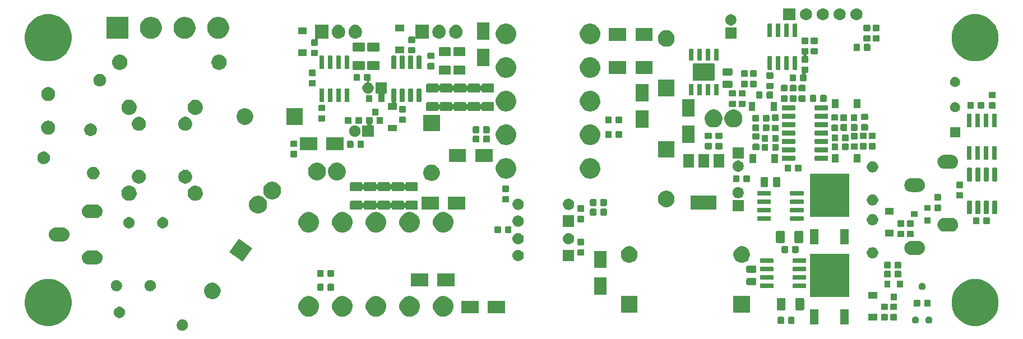
<source format=gbr>
G04 #@! TF.GenerationSoftware,KiCad,Pcbnew,5.1.4+dfsg1-1*
G04 #@! TF.CreationDate,2020-03-15T01:21:55+01:00*
G04 #@! TF.ProjectId,led-multiott,6c65642d-6d75-46c7-9469-6f74742e6b69,rev?*
G04 #@! TF.SameCoordinates,Original*
G04 #@! TF.FileFunction,Soldermask,Bot*
G04 #@! TF.FilePolarity,Negative*
%FSLAX46Y46*%
G04 Gerber Fmt 4.6, Leading zero omitted, Abs format (unit mm)*
G04 Created by KiCad (PCBNEW 5.1.4+dfsg1-1) date 2020-03-15 01:21:55*
%MOMM*%
%LPD*%
G04 APERTURE LIST*
%ADD10C,0.100000*%
G04 APERTURE END LIST*
D10*
G36*
X125498228Y-97581703D02*
G01*
X125653100Y-97645853D01*
X125792481Y-97738985D01*
X125911015Y-97857519D01*
X126004147Y-97996900D01*
X126068297Y-98151772D01*
X126101000Y-98316184D01*
X126101000Y-98483816D01*
X126068297Y-98648228D01*
X126004147Y-98803100D01*
X125911015Y-98942481D01*
X125792481Y-99061015D01*
X125653100Y-99154147D01*
X125498228Y-99218297D01*
X125333816Y-99251000D01*
X125166184Y-99251000D01*
X125001772Y-99218297D01*
X124846900Y-99154147D01*
X124707519Y-99061015D01*
X124588985Y-98942481D01*
X124495853Y-98803100D01*
X124431703Y-98648228D01*
X124399000Y-98483816D01*
X124399000Y-98316184D01*
X124431703Y-98151772D01*
X124495853Y-97996900D01*
X124588985Y-97857519D01*
X124707519Y-97738985D01*
X124846900Y-97645853D01*
X125001772Y-97581703D01*
X125166184Y-97549000D01*
X125333816Y-97549000D01*
X125498228Y-97581703D01*
X125498228Y-97581703D01*
G37*
G36*
X246035787Y-91585462D02*
G01*
X246147427Y-91631705D01*
X246682029Y-91853144D01*
X247263631Y-92241758D01*
X247758242Y-92736369D01*
X248146856Y-93317971D01*
X248261541Y-93594845D01*
X248414538Y-93964213D01*
X248551000Y-94650256D01*
X248551000Y-95349744D01*
X248414538Y-96035787D01*
X248389265Y-96096802D01*
X248146856Y-96682029D01*
X247758242Y-97263631D01*
X247263631Y-97758242D01*
X246682029Y-98146856D01*
X246502288Y-98221307D01*
X246035787Y-98414538D01*
X245349744Y-98551000D01*
X244650256Y-98551000D01*
X243964213Y-98414538D01*
X243497712Y-98221307D01*
X243317971Y-98146856D01*
X242736369Y-97758242D01*
X242241758Y-97263631D01*
X241853144Y-96682029D01*
X241610735Y-96096802D01*
X241585462Y-96035787D01*
X241449000Y-95349744D01*
X241449000Y-94650256D01*
X241585462Y-93964213D01*
X241738459Y-93594845D01*
X241853144Y-93317971D01*
X242241758Y-92736369D01*
X242736369Y-92241758D01*
X243317971Y-91853144D01*
X243852573Y-91631705D01*
X243964213Y-91585462D01*
X244650256Y-91449000D01*
X245349744Y-91449000D01*
X246035787Y-91585462D01*
X246035787Y-91585462D01*
G37*
G36*
X106035787Y-91585462D02*
G01*
X106147427Y-91631705D01*
X106682029Y-91853144D01*
X107263631Y-92241758D01*
X107758242Y-92736369D01*
X108146856Y-93317971D01*
X108261541Y-93594845D01*
X108414538Y-93964213D01*
X108551000Y-94650256D01*
X108551000Y-95349744D01*
X108414538Y-96035787D01*
X108389265Y-96096802D01*
X108146856Y-96682029D01*
X107758242Y-97263631D01*
X107263631Y-97758242D01*
X106682029Y-98146856D01*
X106502288Y-98221307D01*
X106035787Y-98414538D01*
X105349744Y-98551000D01*
X104650256Y-98551000D01*
X103964213Y-98414538D01*
X103497712Y-98221307D01*
X103317971Y-98146856D01*
X102736369Y-97758242D01*
X102241758Y-97263631D01*
X101853144Y-96682029D01*
X101610735Y-96096802D01*
X101585462Y-96035787D01*
X101449000Y-95349744D01*
X101449000Y-94650256D01*
X101585462Y-93964213D01*
X101738459Y-93594845D01*
X101853144Y-93317971D01*
X102241758Y-92736369D01*
X102736369Y-92241758D01*
X103317971Y-91853144D01*
X103852573Y-91631705D01*
X103964213Y-91585462D01*
X104650256Y-91449000D01*
X105349744Y-91449000D01*
X106035787Y-91585462D01*
X106035787Y-91585462D01*
G37*
G36*
X225931000Y-98351000D02*
G01*
X224629000Y-98351000D01*
X224629000Y-96049000D01*
X225931000Y-96049000D01*
X225931000Y-98351000D01*
X225931000Y-98351000D01*
G37*
G36*
X221371000Y-98351000D02*
G01*
X220069000Y-98351000D01*
X220069000Y-96049000D01*
X221371000Y-96049000D01*
X221371000Y-98351000D01*
X221371000Y-98351000D01*
G37*
G36*
X217579591Y-97178085D02*
G01*
X217613569Y-97188393D01*
X217644890Y-97205134D01*
X217672339Y-97227661D01*
X217694866Y-97255110D01*
X217711607Y-97286431D01*
X217721915Y-97320409D01*
X217726000Y-97361890D01*
X217726000Y-98038110D01*
X217721915Y-98079591D01*
X217711607Y-98113569D01*
X217694866Y-98144890D01*
X217672339Y-98172339D01*
X217644890Y-98194866D01*
X217613569Y-98211607D01*
X217579591Y-98221915D01*
X217538110Y-98226000D01*
X216936890Y-98226000D01*
X216895409Y-98221915D01*
X216861431Y-98211607D01*
X216830110Y-98194866D01*
X216802661Y-98172339D01*
X216780134Y-98144890D01*
X216763393Y-98113569D01*
X216753085Y-98079591D01*
X216749000Y-98038110D01*
X216749000Y-97361890D01*
X216753085Y-97320409D01*
X216763393Y-97286431D01*
X216780134Y-97255110D01*
X216802661Y-97227661D01*
X216830110Y-97205134D01*
X216861431Y-97188393D01*
X216895409Y-97178085D01*
X216936890Y-97174000D01*
X217538110Y-97174000D01*
X217579591Y-97178085D01*
X217579591Y-97178085D01*
G37*
G36*
X216004591Y-97178085D02*
G01*
X216038569Y-97188393D01*
X216069890Y-97205134D01*
X216097339Y-97227661D01*
X216119866Y-97255110D01*
X216136607Y-97286431D01*
X216146915Y-97320409D01*
X216151000Y-97361890D01*
X216151000Y-98038110D01*
X216146915Y-98079591D01*
X216136607Y-98113569D01*
X216119866Y-98144890D01*
X216097339Y-98172339D01*
X216069890Y-98194866D01*
X216038569Y-98211607D01*
X216004591Y-98221915D01*
X215963110Y-98226000D01*
X215361890Y-98226000D01*
X215320409Y-98221915D01*
X215286431Y-98211607D01*
X215255110Y-98194866D01*
X215227661Y-98172339D01*
X215205134Y-98144890D01*
X215188393Y-98113569D01*
X215178085Y-98079591D01*
X215174000Y-98038110D01*
X215174000Y-97361890D01*
X215178085Y-97320409D01*
X215188393Y-97286431D01*
X215205134Y-97255110D01*
X215227661Y-97227661D01*
X215255110Y-97205134D01*
X215286431Y-97188393D01*
X215320409Y-97178085D01*
X215361890Y-97174000D01*
X215963110Y-97174000D01*
X216004591Y-97178085D01*
X216004591Y-97178085D01*
G37*
G36*
X236142609Y-97117136D02*
G01*
X236206622Y-97143651D01*
X236241567Y-97158126D01*
X236330627Y-97217634D01*
X236406366Y-97293373D01*
X236465874Y-97382433D01*
X236465875Y-97382435D01*
X236506864Y-97481391D01*
X236527760Y-97586443D01*
X236527760Y-97693557D01*
X236522240Y-97721307D01*
X236506864Y-97798609D01*
X236465874Y-97897567D01*
X236406366Y-97986627D01*
X236330627Y-98062366D01*
X236241567Y-98121874D01*
X236241566Y-98121875D01*
X236241565Y-98121875D01*
X236142609Y-98162864D01*
X236037557Y-98183760D01*
X235930443Y-98183760D01*
X235825391Y-98162864D01*
X235726435Y-98121875D01*
X235726434Y-98121875D01*
X235726433Y-98121874D01*
X235637373Y-98062366D01*
X235561634Y-97986627D01*
X235502126Y-97897567D01*
X235461136Y-97798609D01*
X235445760Y-97721307D01*
X235440240Y-97693557D01*
X235440240Y-97586443D01*
X235461136Y-97481391D01*
X235502125Y-97382435D01*
X235502126Y-97382433D01*
X235561634Y-97293373D01*
X235637373Y-97217634D01*
X235726433Y-97158126D01*
X235761379Y-97143651D01*
X235825391Y-97117136D01*
X235930443Y-97096240D01*
X236037557Y-97096240D01*
X236142609Y-97117136D01*
X236142609Y-97117136D01*
G37*
G36*
X238174609Y-97117136D02*
G01*
X238238622Y-97143651D01*
X238273567Y-97158126D01*
X238362627Y-97217634D01*
X238438366Y-97293373D01*
X238497874Y-97382433D01*
X238497875Y-97382435D01*
X238538864Y-97481391D01*
X238559760Y-97586443D01*
X238559760Y-97693557D01*
X238554240Y-97721307D01*
X238538864Y-97798609D01*
X238497874Y-97897567D01*
X238438366Y-97986627D01*
X238362627Y-98062366D01*
X238273567Y-98121874D01*
X238273566Y-98121875D01*
X238273565Y-98121875D01*
X238174609Y-98162864D01*
X238069557Y-98183760D01*
X237962443Y-98183760D01*
X237857391Y-98162864D01*
X237758435Y-98121875D01*
X237758434Y-98121875D01*
X237758433Y-98121874D01*
X237669373Y-98062366D01*
X237593634Y-97986627D01*
X237534126Y-97897567D01*
X237493136Y-97798609D01*
X237477760Y-97721307D01*
X237472240Y-97693557D01*
X237472240Y-97586443D01*
X237493136Y-97481391D01*
X237534125Y-97382435D01*
X237534126Y-97382433D01*
X237593634Y-97293373D01*
X237669373Y-97217634D01*
X237758433Y-97158126D01*
X237793379Y-97143651D01*
X237857391Y-97117136D01*
X237962443Y-97096240D01*
X238069557Y-97096240D01*
X238174609Y-97117136D01*
X238174609Y-97117136D01*
G37*
G36*
X233079591Y-96753085D02*
G01*
X233113569Y-96763393D01*
X233144890Y-96780134D01*
X233172339Y-96802661D01*
X233194866Y-96830110D01*
X233211607Y-96861431D01*
X233221915Y-96895409D01*
X233226000Y-96936890D01*
X233226000Y-97538110D01*
X233221915Y-97579591D01*
X233211607Y-97613569D01*
X233194866Y-97644890D01*
X233172339Y-97672339D01*
X233144890Y-97694866D01*
X233113569Y-97711607D01*
X233079591Y-97721915D01*
X233038110Y-97726000D01*
X232361890Y-97726000D01*
X232320409Y-97721915D01*
X232286431Y-97711607D01*
X232255110Y-97694866D01*
X232227661Y-97672339D01*
X232205134Y-97644890D01*
X232188393Y-97613569D01*
X232178085Y-97579591D01*
X232174000Y-97538110D01*
X232174000Y-96936890D01*
X232178085Y-96895409D01*
X232188393Y-96861431D01*
X232205134Y-96830110D01*
X232227661Y-96802661D01*
X232255110Y-96780134D01*
X232286431Y-96763393D01*
X232320409Y-96753085D01*
X232361890Y-96749000D01*
X233038110Y-96749000D01*
X233079591Y-96753085D01*
X233079591Y-96753085D01*
G37*
G36*
X231679591Y-96753085D02*
G01*
X231713569Y-96763393D01*
X231744890Y-96780134D01*
X231772339Y-96802661D01*
X231794866Y-96830110D01*
X231811607Y-96861431D01*
X231821915Y-96895409D01*
X231826000Y-96936890D01*
X231826000Y-97538110D01*
X231821915Y-97579591D01*
X231811607Y-97613569D01*
X231794866Y-97644890D01*
X231772339Y-97672339D01*
X231744890Y-97694866D01*
X231713569Y-97711607D01*
X231679591Y-97721915D01*
X231638110Y-97726000D01*
X230961890Y-97726000D01*
X230920409Y-97721915D01*
X230886431Y-97711607D01*
X230855110Y-97694866D01*
X230827661Y-97672339D01*
X230805134Y-97644890D01*
X230788393Y-97613569D01*
X230778085Y-97579591D01*
X230774000Y-97538110D01*
X230774000Y-96936890D01*
X230778085Y-96895409D01*
X230788393Y-96861431D01*
X230805134Y-96830110D01*
X230827661Y-96802661D01*
X230855110Y-96780134D01*
X230886431Y-96763393D01*
X230920409Y-96753085D01*
X230961890Y-96749000D01*
X231638110Y-96749000D01*
X231679591Y-96753085D01*
X231679591Y-96753085D01*
G37*
G36*
X230201000Y-97701000D02*
G01*
X228899000Y-97701000D01*
X228899000Y-96699000D01*
X230201000Y-96699000D01*
X230201000Y-97701000D01*
X230201000Y-97701000D01*
G37*
G36*
X115998228Y-95681703D02*
G01*
X116153100Y-95745853D01*
X116292481Y-95838985D01*
X116411015Y-95957519D01*
X116504147Y-96096900D01*
X116568297Y-96251772D01*
X116601000Y-96416184D01*
X116601000Y-96583816D01*
X116568297Y-96748228D01*
X116504147Y-96903100D01*
X116411015Y-97042481D01*
X116292481Y-97161015D01*
X116153100Y-97254147D01*
X115998228Y-97318297D01*
X115833816Y-97351000D01*
X115666184Y-97351000D01*
X115501772Y-97318297D01*
X115346900Y-97254147D01*
X115207519Y-97161015D01*
X115088985Y-97042481D01*
X114995853Y-96903100D01*
X114931703Y-96748228D01*
X114899000Y-96583816D01*
X114899000Y-96416184D01*
X114931703Y-96251772D01*
X114995853Y-96096900D01*
X115088985Y-95957519D01*
X115207519Y-95838985D01*
X115346900Y-95745853D01*
X115501772Y-95681703D01*
X115666184Y-95649000D01*
X115833816Y-95649000D01*
X115998228Y-95681703D01*
X115998228Y-95681703D01*
G37*
G36*
X149732585Y-94068802D02*
G01*
X149882410Y-94098604D01*
X150164674Y-94215521D01*
X150418705Y-94385259D01*
X150634741Y-94601295D01*
X150804479Y-94855326D01*
X150921396Y-95137590D01*
X150934831Y-95205134D01*
X150980290Y-95433668D01*
X150981000Y-95437240D01*
X150981000Y-95742760D01*
X150921396Y-96042410D01*
X150804479Y-96324674D01*
X150634741Y-96578705D01*
X150418705Y-96794741D01*
X150164674Y-96964479D01*
X149882410Y-97081396D01*
X149807784Y-97096240D01*
X149582761Y-97141000D01*
X149277239Y-97141000D01*
X149052216Y-97096240D01*
X148977590Y-97081396D01*
X148695326Y-96964479D01*
X148441295Y-96794741D01*
X148225259Y-96578705D01*
X148055521Y-96324674D01*
X147938604Y-96042410D01*
X147879000Y-95742760D01*
X147879000Y-95437240D01*
X147879711Y-95433668D01*
X147925169Y-95205134D01*
X147938604Y-95137590D01*
X148055521Y-94855326D01*
X148225259Y-94601295D01*
X148441295Y-94385259D01*
X148695326Y-94215521D01*
X148977590Y-94098604D01*
X149127415Y-94068802D01*
X149277239Y-94039000D01*
X149582761Y-94039000D01*
X149732585Y-94068802D01*
X149732585Y-94068802D01*
G37*
G36*
X154812585Y-94068802D02*
G01*
X154962410Y-94098604D01*
X155244674Y-94215521D01*
X155498705Y-94385259D01*
X155714741Y-94601295D01*
X155884479Y-94855326D01*
X156001396Y-95137590D01*
X156014831Y-95205134D01*
X156060290Y-95433668D01*
X156061000Y-95437240D01*
X156061000Y-95742760D01*
X156001396Y-96042410D01*
X155884479Y-96324674D01*
X155714741Y-96578705D01*
X155498705Y-96794741D01*
X155244674Y-96964479D01*
X154962410Y-97081396D01*
X154887784Y-97096240D01*
X154662761Y-97141000D01*
X154357239Y-97141000D01*
X154132216Y-97096240D01*
X154057590Y-97081396D01*
X153775326Y-96964479D01*
X153521295Y-96794741D01*
X153305259Y-96578705D01*
X153135521Y-96324674D01*
X153018604Y-96042410D01*
X152959000Y-95742760D01*
X152959000Y-95437240D01*
X152959711Y-95433668D01*
X153005169Y-95205134D01*
X153018604Y-95137590D01*
X153135521Y-94855326D01*
X153305259Y-94601295D01*
X153521295Y-94385259D01*
X153775326Y-94215521D01*
X154057590Y-94098604D01*
X154207415Y-94068802D01*
X154357239Y-94039000D01*
X154662761Y-94039000D01*
X154812585Y-94068802D01*
X154812585Y-94068802D01*
G37*
G36*
X159892585Y-94068802D02*
G01*
X160042410Y-94098604D01*
X160324674Y-94215521D01*
X160578705Y-94385259D01*
X160794741Y-94601295D01*
X160964479Y-94855326D01*
X161081396Y-95137590D01*
X161094831Y-95205134D01*
X161140290Y-95433668D01*
X161141000Y-95437240D01*
X161141000Y-95742760D01*
X161081396Y-96042410D01*
X160964479Y-96324674D01*
X160794741Y-96578705D01*
X160578705Y-96794741D01*
X160324674Y-96964479D01*
X160042410Y-97081396D01*
X159967784Y-97096240D01*
X159742761Y-97141000D01*
X159437239Y-97141000D01*
X159212216Y-97096240D01*
X159137590Y-97081396D01*
X158855326Y-96964479D01*
X158601295Y-96794741D01*
X158385259Y-96578705D01*
X158215521Y-96324674D01*
X158098604Y-96042410D01*
X158039000Y-95742760D01*
X158039000Y-95437240D01*
X158039711Y-95433668D01*
X158085169Y-95205134D01*
X158098604Y-95137590D01*
X158215521Y-94855326D01*
X158385259Y-94601295D01*
X158601295Y-94385259D01*
X158855326Y-94215521D01*
X159137590Y-94098604D01*
X159287415Y-94068802D01*
X159437239Y-94039000D01*
X159742761Y-94039000D01*
X159892585Y-94068802D01*
X159892585Y-94068802D01*
G37*
G36*
X144652585Y-94068802D02*
G01*
X144802410Y-94098604D01*
X145084674Y-94215521D01*
X145338705Y-94385259D01*
X145554741Y-94601295D01*
X145724479Y-94855326D01*
X145841396Y-95137590D01*
X145854831Y-95205134D01*
X145900290Y-95433668D01*
X145901000Y-95437240D01*
X145901000Y-95742760D01*
X145841396Y-96042410D01*
X145724479Y-96324674D01*
X145554741Y-96578705D01*
X145338705Y-96794741D01*
X145084674Y-96964479D01*
X144802410Y-97081396D01*
X144727784Y-97096240D01*
X144502761Y-97141000D01*
X144197239Y-97141000D01*
X143972216Y-97096240D01*
X143897590Y-97081396D01*
X143615326Y-96964479D01*
X143361295Y-96794741D01*
X143145259Y-96578705D01*
X142975521Y-96324674D01*
X142858604Y-96042410D01*
X142799000Y-95742760D01*
X142799000Y-95437240D01*
X142799711Y-95433668D01*
X142845169Y-95205134D01*
X142858604Y-95137590D01*
X142975521Y-94855326D01*
X143145259Y-94601295D01*
X143361295Y-94385259D01*
X143615326Y-94215521D01*
X143897590Y-94098604D01*
X144047415Y-94068802D01*
X144197239Y-94039000D01*
X144502761Y-94039000D01*
X144652585Y-94068802D01*
X144652585Y-94068802D01*
G37*
G36*
X164972585Y-94068802D02*
G01*
X165122410Y-94098604D01*
X165404674Y-94215521D01*
X165658705Y-94385259D01*
X165874741Y-94601295D01*
X166044479Y-94855326D01*
X166161396Y-95137590D01*
X166174831Y-95205134D01*
X166220290Y-95433668D01*
X166221000Y-95437240D01*
X166221000Y-95742760D01*
X166161396Y-96042410D01*
X166044479Y-96324674D01*
X165874741Y-96578705D01*
X165658705Y-96794741D01*
X165404674Y-96964479D01*
X165122410Y-97081396D01*
X165047784Y-97096240D01*
X164822761Y-97141000D01*
X164517239Y-97141000D01*
X164292216Y-97096240D01*
X164217590Y-97081396D01*
X163935326Y-96964479D01*
X163681295Y-96794741D01*
X163465259Y-96578705D01*
X163295521Y-96324674D01*
X163178604Y-96042410D01*
X163119000Y-95742760D01*
X163119000Y-95437240D01*
X163119711Y-95433668D01*
X163165169Y-95205134D01*
X163178604Y-95137590D01*
X163295521Y-94855326D01*
X163465259Y-94601295D01*
X163681295Y-94385259D01*
X163935326Y-94215521D01*
X164217590Y-94098604D01*
X164367415Y-94068802D01*
X164517239Y-94039000D01*
X164822761Y-94039000D01*
X164972585Y-94068802D01*
X164972585Y-94068802D01*
G37*
G36*
X170001000Y-96651000D02*
G01*
X167399000Y-96651000D01*
X167399000Y-94749000D01*
X170001000Y-94749000D01*
X170001000Y-96651000D01*
X170001000Y-96651000D01*
G37*
G36*
X174001000Y-96651000D02*
G01*
X171399000Y-96651000D01*
X171399000Y-94749000D01*
X174001000Y-94749000D01*
X174001000Y-96651000D01*
X174001000Y-96651000D01*
G37*
G36*
X194001000Y-96501000D02*
G01*
X191499000Y-96501000D01*
X191499000Y-93999000D01*
X194001000Y-93999000D01*
X194001000Y-96501000D01*
X194001000Y-96501000D01*
G37*
G36*
X211001000Y-96501000D02*
G01*
X208499000Y-96501000D01*
X208499000Y-93999000D01*
X211001000Y-93999000D01*
X211001000Y-96501000D01*
X211001000Y-96501000D01*
G37*
G36*
X219018604Y-94328347D02*
G01*
X219055144Y-94339432D01*
X219088821Y-94357433D01*
X219118341Y-94381659D01*
X219142567Y-94411179D01*
X219160568Y-94444856D01*
X219171653Y-94481396D01*
X219176000Y-94525538D01*
X219176000Y-95974462D01*
X219171653Y-96018604D01*
X219160568Y-96055144D01*
X219142567Y-96088821D01*
X219118341Y-96118341D01*
X219088821Y-96142567D01*
X219055144Y-96160568D01*
X219018604Y-96171653D01*
X218974462Y-96176000D01*
X218025538Y-96176000D01*
X217981396Y-96171653D01*
X217944856Y-96160568D01*
X217911179Y-96142567D01*
X217881659Y-96118341D01*
X217857433Y-96088821D01*
X217839432Y-96055144D01*
X217828347Y-96018604D01*
X217824000Y-95974462D01*
X217824000Y-94525538D01*
X217828347Y-94481396D01*
X217839432Y-94444856D01*
X217857433Y-94411179D01*
X217881659Y-94381659D01*
X217911179Y-94357433D01*
X217944856Y-94339432D01*
X217981396Y-94328347D01*
X218025538Y-94324000D01*
X218974462Y-94324000D01*
X219018604Y-94328347D01*
X219018604Y-94328347D01*
G37*
G36*
X216218604Y-94328347D02*
G01*
X216255144Y-94339432D01*
X216288821Y-94357433D01*
X216318341Y-94381659D01*
X216342567Y-94411179D01*
X216360568Y-94444856D01*
X216371653Y-94481396D01*
X216376000Y-94525538D01*
X216376000Y-95974462D01*
X216371653Y-96018604D01*
X216360568Y-96055144D01*
X216342567Y-96088821D01*
X216318341Y-96118341D01*
X216288821Y-96142567D01*
X216255144Y-96160568D01*
X216218604Y-96171653D01*
X216174462Y-96176000D01*
X215225538Y-96176000D01*
X215181396Y-96171653D01*
X215144856Y-96160568D01*
X215111179Y-96142567D01*
X215081659Y-96118341D01*
X215057433Y-96088821D01*
X215039432Y-96055144D01*
X215028347Y-96018604D01*
X215024000Y-95974462D01*
X215024000Y-94525538D01*
X215028347Y-94481396D01*
X215039432Y-94444856D01*
X215057433Y-94411179D01*
X215081659Y-94381659D01*
X215111179Y-94357433D01*
X215144856Y-94339432D01*
X215181396Y-94328347D01*
X215225538Y-94324000D01*
X216174462Y-94324000D01*
X216218604Y-94328347D01*
X216218604Y-94328347D01*
G37*
G36*
X231679591Y-95178085D02*
G01*
X231713569Y-95188393D01*
X231744890Y-95205134D01*
X231772339Y-95227661D01*
X231794866Y-95255110D01*
X231811607Y-95286431D01*
X231821915Y-95320409D01*
X231826000Y-95361890D01*
X231826000Y-95963110D01*
X231821915Y-96004591D01*
X231811607Y-96038569D01*
X231794866Y-96069890D01*
X231772339Y-96097339D01*
X231744890Y-96119866D01*
X231713569Y-96136607D01*
X231679591Y-96146915D01*
X231638110Y-96151000D01*
X230961890Y-96151000D01*
X230920409Y-96146915D01*
X230886431Y-96136607D01*
X230855110Y-96119866D01*
X230827661Y-96097339D01*
X230805134Y-96069890D01*
X230788393Y-96038569D01*
X230778085Y-96004591D01*
X230774000Y-95963110D01*
X230774000Y-95361890D01*
X230778085Y-95320409D01*
X230788393Y-95286431D01*
X230805134Y-95255110D01*
X230827661Y-95227661D01*
X230855110Y-95205134D01*
X230886431Y-95188393D01*
X230920409Y-95178085D01*
X230961890Y-95174000D01*
X231638110Y-95174000D01*
X231679591Y-95178085D01*
X231679591Y-95178085D01*
G37*
G36*
X233079591Y-95178085D02*
G01*
X233113569Y-95188393D01*
X233144890Y-95205134D01*
X233172339Y-95227661D01*
X233194866Y-95255110D01*
X233211607Y-95286431D01*
X233221915Y-95320409D01*
X233226000Y-95361890D01*
X233226000Y-95963110D01*
X233221915Y-96004591D01*
X233211607Y-96038569D01*
X233194866Y-96069890D01*
X233172339Y-96097339D01*
X233144890Y-96119866D01*
X233113569Y-96136607D01*
X233079591Y-96146915D01*
X233038110Y-96151000D01*
X232361890Y-96151000D01*
X232320409Y-96146915D01*
X232286431Y-96136607D01*
X232255110Y-96119866D01*
X232227661Y-96097339D01*
X232205134Y-96069890D01*
X232188393Y-96038569D01*
X232178085Y-96004591D01*
X232174000Y-95963110D01*
X232174000Y-95361890D01*
X232178085Y-95320409D01*
X232188393Y-95286431D01*
X232205134Y-95255110D01*
X232227661Y-95227661D01*
X232255110Y-95205134D01*
X232286431Y-95188393D01*
X232320409Y-95178085D01*
X232361890Y-95174000D01*
X233038110Y-95174000D01*
X233079591Y-95178085D01*
X233079591Y-95178085D01*
G37*
G36*
X238129591Y-94578085D02*
G01*
X238163569Y-94588393D01*
X238194890Y-94605134D01*
X238222339Y-94627661D01*
X238244866Y-94655110D01*
X238261607Y-94686431D01*
X238271915Y-94720409D01*
X238276000Y-94761890D01*
X238276000Y-95438110D01*
X238271915Y-95479591D01*
X238261607Y-95513569D01*
X238244866Y-95544890D01*
X238222339Y-95572339D01*
X238194890Y-95594866D01*
X238163569Y-95611607D01*
X238129591Y-95621915D01*
X238088110Y-95626000D01*
X237486890Y-95626000D01*
X237445409Y-95621915D01*
X237411431Y-95611607D01*
X237380110Y-95594866D01*
X237352661Y-95572339D01*
X237330134Y-95544890D01*
X237313393Y-95513569D01*
X237303085Y-95479591D01*
X237299000Y-95438110D01*
X237299000Y-94761890D01*
X237303085Y-94720409D01*
X237313393Y-94686431D01*
X237330134Y-94655110D01*
X237352661Y-94627661D01*
X237380110Y-94605134D01*
X237411431Y-94588393D01*
X237445409Y-94578085D01*
X237486890Y-94574000D01*
X238088110Y-94574000D01*
X238129591Y-94578085D01*
X238129591Y-94578085D01*
G37*
G36*
X236554591Y-94578085D02*
G01*
X236588569Y-94588393D01*
X236619890Y-94605134D01*
X236647339Y-94627661D01*
X236669866Y-94655110D01*
X236686607Y-94686431D01*
X236696915Y-94720409D01*
X236701000Y-94761890D01*
X236701000Y-95438110D01*
X236696915Y-95479591D01*
X236686607Y-95513569D01*
X236669866Y-95544890D01*
X236647339Y-95572339D01*
X236619890Y-95594866D01*
X236588569Y-95611607D01*
X236554591Y-95621915D01*
X236513110Y-95626000D01*
X235911890Y-95626000D01*
X235870409Y-95621915D01*
X235836431Y-95611607D01*
X235805110Y-95594866D01*
X235777661Y-95572339D01*
X235755134Y-95544890D01*
X235738393Y-95513569D01*
X235728085Y-95479591D01*
X235724000Y-95438110D01*
X235724000Y-94761890D01*
X235728085Y-94720409D01*
X235738393Y-94686431D01*
X235755134Y-94655110D01*
X235777661Y-94627661D01*
X235805110Y-94605134D01*
X235836431Y-94588393D01*
X235870409Y-94578085D01*
X235911890Y-94574000D01*
X236513110Y-94574000D01*
X236554591Y-94578085D01*
X236554591Y-94578085D01*
G37*
G36*
X233151000Y-94701000D02*
G01*
X232249000Y-94701000D01*
X232249000Y-93699000D01*
X233151000Y-93699000D01*
X233151000Y-94701000D01*
X233151000Y-94701000D01*
G37*
G36*
X130033651Y-92014970D02*
G01*
X130163080Y-92040715D01*
X130390748Y-92135018D01*
X130595643Y-92271925D01*
X130769892Y-92446174D01*
X130906799Y-92651069D01*
X130906800Y-92651071D01*
X131001102Y-92878737D01*
X131048585Y-93117448D01*
X131049177Y-93120427D01*
X131049177Y-93366853D01*
X131001102Y-93608543D01*
X130906799Y-93836211D01*
X130769892Y-94041106D01*
X130595643Y-94215355D01*
X130390748Y-94352262D01*
X130390747Y-94352263D01*
X130390746Y-94352263D01*
X130163080Y-94446565D01*
X129921391Y-94494640D01*
X129674963Y-94494640D01*
X129433274Y-94446565D01*
X129205608Y-94352263D01*
X129205607Y-94352263D01*
X129205606Y-94352262D01*
X129000711Y-94215355D01*
X128826462Y-94041106D01*
X128689555Y-93836211D01*
X128595252Y-93608543D01*
X128547177Y-93366853D01*
X128547177Y-93120427D01*
X128547770Y-93117448D01*
X128595252Y-92878737D01*
X128689554Y-92651071D01*
X128689555Y-92651069D01*
X128826462Y-92446174D01*
X129000711Y-92271925D01*
X129205606Y-92135018D01*
X129433274Y-92040715D01*
X129562703Y-92014970D01*
X129674963Y-91992640D01*
X129921391Y-91992640D01*
X130033651Y-92014970D01*
X130033651Y-92014970D01*
G37*
G36*
X230201000Y-94401000D02*
G01*
X228899000Y-94401000D01*
X228899000Y-93399000D01*
X230201000Y-93399000D01*
X230201000Y-94401000D01*
X230201000Y-94401000D01*
G37*
G36*
X225951000Y-94151000D02*
G01*
X220049000Y-94151000D01*
X220049000Y-87649000D01*
X225951000Y-87649000D01*
X225951000Y-94151000D01*
X225951000Y-94151000D01*
G37*
G36*
X189351000Y-93801000D02*
G01*
X187449000Y-93801000D01*
X187449000Y-91199000D01*
X189351000Y-91199000D01*
X189351000Y-93801000D01*
X189351000Y-93801000D01*
G37*
G36*
X120648228Y-91631703D02*
G01*
X120803100Y-91695853D01*
X120942481Y-91788985D01*
X121061015Y-91907519D01*
X121154147Y-92046900D01*
X121218297Y-92201772D01*
X121251000Y-92366184D01*
X121251000Y-92533816D01*
X121218297Y-92698228D01*
X121154147Y-92853100D01*
X121061015Y-92992481D01*
X120942481Y-93111015D01*
X120803100Y-93204147D01*
X120648228Y-93268297D01*
X120483816Y-93301000D01*
X120316184Y-93301000D01*
X120151772Y-93268297D01*
X119996900Y-93204147D01*
X119857519Y-93111015D01*
X119738985Y-92992481D01*
X119645853Y-92853100D01*
X119581703Y-92698228D01*
X119549000Y-92533816D01*
X119549000Y-92366184D01*
X119581703Y-92201772D01*
X119645853Y-92046900D01*
X119738985Y-91907519D01*
X119857519Y-91788985D01*
X119996900Y-91695853D01*
X120151772Y-91631703D01*
X120316184Y-91599000D01*
X120483816Y-91599000D01*
X120648228Y-91631703D01*
X120648228Y-91631703D01*
G37*
G36*
X115548228Y-91631703D02*
G01*
X115703100Y-91695853D01*
X115842481Y-91788985D01*
X115961015Y-91907519D01*
X116054147Y-92046900D01*
X116118297Y-92201772D01*
X116151000Y-92366184D01*
X116151000Y-92533816D01*
X116118297Y-92698228D01*
X116054147Y-92853100D01*
X115961015Y-92992481D01*
X115842481Y-93111015D01*
X115703100Y-93204147D01*
X115548228Y-93268297D01*
X115383816Y-93301000D01*
X115216184Y-93301000D01*
X115051772Y-93268297D01*
X114896900Y-93204147D01*
X114757519Y-93111015D01*
X114638985Y-92992481D01*
X114545853Y-92853100D01*
X114481703Y-92698228D01*
X114449000Y-92533816D01*
X114449000Y-92366184D01*
X114481703Y-92201772D01*
X114545853Y-92046900D01*
X114638985Y-91907519D01*
X114757519Y-91788985D01*
X114896900Y-91695853D01*
X115051772Y-91631703D01*
X115216184Y-91599000D01*
X115383816Y-91599000D01*
X115548228Y-91631703D01*
X115548228Y-91631703D01*
G37*
G36*
X146454591Y-92178085D02*
G01*
X146488569Y-92188393D01*
X146519890Y-92205134D01*
X146547339Y-92227661D01*
X146569866Y-92255110D01*
X146586607Y-92286431D01*
X146596915Y-92320409D01*
X146601000Y-92361890D01*
X146601000Y-93038110D01*
X146596915Y-93079591D01*
X146586607Y-93113569D01*
X146569866Y-93144890D01*
X146547339Y-93172339D01*
X146519890Y-93194866D01*
X146488569Y-93211607D01*
X146454591Y-93221915D01*
X146413110Y-93226000D01*
X145811890Y-93226000D01*
X145770409Y-93221915D01*
X145736431Y-93211607D01*
X145705110Y-93194866D01*
X145677661Y-93172339D01*
X145655134Y-93144890D01*
X145638393Y-93113569D01*
X145628085Y-93079591D01*
X145624000Y-93038110D01*
X145624000Y-92361890D01*
X145628085Y-92320409D01*
X145638393Y-92286431D01*
X145655134Y-92255110D01*
X145677661Y-92227661D01*
X145705110Y-92205134D01*
X145736431Y-92188393D01*
X145770409Y-92178085D01*
X145811890Y-92174000D01*
X146413110Y-92174000D01*
X146454591Y-92178085D01*
X146454591Y-92178085D01*
G37*
G36*
X148029591Y-92178085D02*
G01*
X148063569Y-92188393D01*
X148094890Y-92205134D01*
X148122339Y-92227661D01*
X148144866Y-92255110D01*
X148161607Y-92286431D01*
X148171915Y-92320409D01*
X148176000Y-92361890D01*
X148176000Y-93038110D01*
X148171915Y-93079591D01*
X148161607Y-93113569D01*
X148144866Y-93144890D01*
X148122339Y-93172339D01*
X148094890Y-93194866D01*
X148063569Y-93211607D01*
X148029591Y-93221915D01*
X147988110Y-93226000D01*
X147386890Y-93226000D01*
X147345409Y-93221915D01*
X147311431Y-93211607D01*
X147280110Y-93194866D01*
X147252661Y-93172339D01*
X147230134Y-93144890D01*
X147213393Y-93113569D01*
X147203085Y-93079591D01*
X147199000Y-93038110D01*
X147199000Y-92361890D01*
X147203085Y-92320409D01*
X147213393Y-92286431D01*
X147230134Y-92255110D01*
X147252661Y-92227661D01*
X147280110Y-92205134D01*
X147311431Y-92188393D01*
X147345409Y-92178085D01*
X147386890Y-92174000D01*
X147988110Y-92174000D01*
X148029591Y-92178085D01*
X148029591Y-92178085D01*
G37*
G36*
X237102527Y-92024686D02*
G01*
X237158979Y-92035915D01*
X237185499Y-92046900D01*
X237258170Y-92077001D01*
X237347434Y-92136645D01*
X237423355Y-92212566D01*
X237482999Y-92301830D01*
X237506971Y-92359704D01*
X237524085Y-92401021D01*
X237545030Y-92506319D01*
X237545030Y-92613681D01*
X237524929Y-92714738D01*
X237524085Y-92718978D01*
X237482999Y-92818170D01*
X237423355Y-92907434D01*
X237347434Y-92983355D01*
X237258170Y-93042999D01*
X237192042Y-93070390D01*
X237158979Y-93084085D01*
X237106330Y-93094557D01*
X237053682Y-93105030D01*
X236946318Y-93105030D01*
X236893670Y-93094558D01*
X236841021Y-93084085D01*
X236807958Y-93070390D01*
X236741830Y-93042999D01*
X236652566Y-92983355D01*
X236576645Y-92907434D01*
X236517001Y-92818170D01*
X236475915Y-92718978D01*
X236475072Y-92714738D01*
X236454970Y-92613681D01*
X236454970Y-92506319D01*
X236475915Y-92401021D01*
X236493029Y-92359704D01*
X236517001Y-92301830D01*
X236576645Y-92212566D01*
X236652566Y-92136645D01*
X236741830Y-92077001D01*
X236814501Y-92046900D01*
X236841021Y-92035915D01*
X236897473Y-92024686D01*
X236946318Y-92014970D01*
X237053682Y-92014970D01*
X237102527Y-92024686D01*
X237102527Y-92024686D01*
G37*
G36*
X219409928Y-92156764D02*
G01*
X219431009Y-92163160D01*
X219450445Y-92173548D01*
X219467476Y-92187524D01*
X219481452Y-92204555D01*
X219491840Y-92223991D01*
X219498236Y-92245072D01*
X219501000Y-92273140D01*
X219501000Y-92736860D01*
X219498236Y-92764928D01*
X219491840Y-92786009D01*
X219481452Y-92805445D01*
X219467476Y-92822476D01*
X219450445Y-92836452D01*
X219431009Y-92846840D01*
X219409928Y-92853236D01*
X219381860Y-92856000D01*
X217568140Y-92856000D01*
X217540072Y-92853236D01*
X217518991Y-92846840D01*
X217499555Y-92836452D01*
X217482524Y-92822476D01*
X217468548Y-92805445D01*
X217458160Y-92786009D01*
X217451764Y-92764928D01*
X217449000Y-92736860D01*
X217449000Y-92273140D01*
X217451764Y-92245072D01*
X217458160Y-92223991D01*
X217468548Y-92204555D01*
X217482524Y-92187524D01*
X217499555Y-92173548D01*
X217518991Y-92163160D01*
X217540072Y-92156764D01*
X217568140Y-92154000D01*
X219381860Y-92154000D01*
X219409928Y-92156764D01*
X219409928Y-92156764D01*
G37*
G36*
X214459928Y-92156764D02*
G01*
X214481009Y-92163160D01*
X214500445Y-92173548D01*
X214517476Y-92187524D01*
X214531452Y-92204555D01*
X214541840Y-92223991D01*
X214548236Y-92245072D01*
X214551000Y-92273140D01*
X214551000Y-92736860D01*
X214548236Y-92764928D01*
X214541840Y-92786009D01*
X214531452Y-92805445D01*
X214517476Y-92822476D01*
X214500445Y-92836452D01*
X214481009Y-92846840D01*
X214459928Y-92853236D01*
X214431860Y-92856000D01*
X212618140Y-92856000D01*
X212590072Y-92853236D01*
X212568991Y-92846840D01*
X212549555Y-92836452D01*
X212532524Y-92822476D01*
X212518548Y-92805445D01*
X212508160Y-92786009D01*
X212501764Y-92764928D01*
X212499000Y-92736860D01*
X212499000Y-92273140D01*
X212501764Y-92245072D01*
X212508160Y-92223991D01*
X212518548Y-92204555D01*
X212532524Y-92187524D01*
X212549555Y-92173548D01*
X212568991Y-92163160D01*
X212590072Y-92156764D01*
X212618140Y-92154000D01*
X214431860Y-92154000D01*
X214459928Y-92156764D01*
X214459928Y-92156764D01*
G37*
G36*
X232201000Y-92701000D02*
G01*
X231299000Y-92701000D01*
X231299000Y-91699000D01*
X232201000Y-91699000D01*
X232201000Y-92701000D01*
X232201000Y-92701000D01*
G37*
G36*
X234101000Y-92701000D02*
G01*
X233199000Y-92701000D01*
X233199000Y-91699000D01*
X234101000Y-91699000D01*
X234101000Y-92701000D01*
X234101000Y-92701000D01*
G37*
G36*
X166401000Y-92551000D02*
G01*
X163799000Y-92551000D01*
X163799000Y-90649000D01*
X166401000Y-90649000D01*
X166401000Y-92551000D01*
X166401000Y-92551000D01*
G37*
G36*
X162401000Y-92551000D02*
G01*
X159799000Y-92551000D01*
X159799000Y-90649000D01*
X162401000Y-90649000D01*
X162401000Y-92551000D01*
X162401000Y-92551000D01*
G37*
G36*
X211784468Y-91303565D02*
G01*
X211823138Y-91315296D01*
X211858777Y-91334346D01*
X211890017Y-91359983D01*
X211915654Y-91391223D01*
X211934704Y-91426862D01*
X211946435Y-91465532D01*
X211951000Y-91511888D01*
X211951000Y-92163112D01*
X211946435Y-92209468D01*
X211934704Y-92248138D01*
X211915654Y-92283777D01*
X211890017Y-92315017D01*
X211858777Y-92340654D01*
X211823138Y-92359704D01*
X211784468Y-92371435D01*
X211738112Y-92376000D01*
X210661888Y-92376000D01*
X210615532Y-92371435D01*
X210576862Y-92359704D01*
X210541223Y-92340654D01*
X210509983Y-92315017D01*
X210484346Y-92283777D01*
X210465296Y-92248138D01*
X210453565Y-92209468D01*
X210449000Y-92163112D01*
X210449000Y-91511888D01*
X210453565Y-91465532D01*
X210465296Y-91426862D01*
X210484346Y-91391223D01*
X210509983Y-91359983D01*
X210541223Y-91334346D01*
X210576862Y-91315296D01*
X210615532Y-91303565D01*
X210661888Y-91299000D01*
X211738112Y-91299000D01*
X211784468Y-91303565D01*
X211784468Y-91303565D01*
G37*
G36*
X219409928Y-90886764D02*
G01*
X219431009Y-90893160D01*
X219450445Y-90903548D01*
X219467476Y-90917524D01*
X219481452Y-90934555D01*
X219491840Y-90953991D01*
X219498236Y-90975072D01*
X219501000Y-91003140D01*
X219501000Y-91466860D01*
X219498236Y-91494928D01*
X219491840Y-91516009D01*
X219481452Y-91535445D01*
X219467476Y-91552476D01*
X219450445Y-91566452D01*
X219431009Y-91576840D01*
X219409928Y-91583236D01*
X219381860Y-91586000D01*
X217568140Y-91586000D01*
X217540072Y-91583236D01*
X217518991Y-91576840D01*
X217499555Y-91566452D01*
X217482524Y-91552476D01*
X217468548Y-91535445D01*
X217458160Y-91516009D01*
X217451764Y-91494928D01*
X217449000Y-91466860D01*
X217449000Y-91003140D01*
X217451764Y-90975072D01*
X217458160Y-90953991D01*
X217468548Y-90934555D01*
X217482524Y-90917524D01*
X217499555Y-90903548D01*
X217518991Y-90893160D01*
X217540072Y-90886764D01*
X217568140Y-90884000D01*
X219381860Y-90884000D01*
X219409928Y-90886764D01*
X219409928Y-90886764D01*
G37*
G36*
X214459928Y-90886764D02*
G01*
X214481009Y-90893160D01*
X214500445Y-90903548D01*
X214517476Y-90917524D01*
X214531452Y-90934555D01*
X214541840Y-90953991D01*
X214548236Y-90975072D01*
X214551000Y-91003140D01*
X214551000Y-91466860D01*
X214548236Y-91494928D01*
X214541840Y-91516009D01*
X214531452Y-91535445D01*
X214517476Y-91552476D01*
X214500445Y-91566452D01*
X214481009Y-91576840D01*
X214459928Y-91583236D01*
X214431860Y-91586000D01*
X212618140Y-91586000D01*
X212590072Y-91583236D01*
X212568991Y-91576840D01*
X212549555Y-91566452D01*
X212532524Y-91552476D01*
X212518548Y-91535445D01*
X212508160Y-91516009D01*
X212501764Y-91494928D01*
X212499000Y-91466860D01*
X212499000Y-91003140D01*
X212501764Y-90975072D01*
X212508160Y-90953991D01*
X212518548Y-90934555D01*
X212532524Y-90917524D01*
X212549555Y-90903548D01*
X212568991Y-90893160D01*
X212590072Y-90886764D01*
X212618140Y-90884000D01*
X214431860Y-90884000D01*
X214459928Y-90886764D01*
X214459928Y-90886764D01*
G37*
G36*
X233679591Y-90178085D02*
G01*
X233713569Y-90188393D01*
X233744890Y-90205134D01*
X233772339Y-90227661D01*
X233794866Y-90255110D01*
X233811607Y-90286431D01*
X233821915Y-90320409D01*
X233826000Y-90361890D01*
X233826000Y-91038110D01*
X233821915Y-91079591D01*
X233811607Y-91113569D01*
X233794866Y-91144890D01*
X233772339Y-91172339D01*
X233744890Y-91194866D01*
X233713569Y-91211607D01*
X233679591Y-91221915D01*
X233638110Y-91226000D01*
X233036890Y-91226000D01*
X232995409Y-91221915D01*
X232961431Y-91211607D01*
X232930110Y-91194866D01*
X232902661Y-91172339D01*
X232880134Y-91144890D01*
X232863393Y-91113569D01*
X232853085Y-91079591D01*
X232849000Y-91038110D01*
X232849000Y-90361890D01*
X232853085Y-90320409D01*
X232863393Y-90286431D01*
X232880134Y-90255110D01*
X232902661Y-90227661D01*
X232930110Y-90205134D01*
X232961431Y-90188393D01*
X232995409Y-90178085D01*
X233036890Y-90174000D01*
X233638110Y-90174000D01*
X233679591Y-90178085D01*
X233679591Y-90178085D01*
G37*
G36*
X232104591Y-90178085D02*
G01*
X232138569Y-90188393D01*
X232169890Y-90205134D01*
X232197339Y-90227661D01*
X232219866Y-90255110D01*
X232236607Y-90286431D01*
X232246915Y-90320409D01*
X232251000Y-90361890D01*
X232251000Y-91038110D01*
X232246915Y-91079591D01*
X232236607Y-91113569D01*
X232219866Y-91144890D01*
X232197339Y-91172339D01*
X232169890Y-91194866D01*
X232138569Y-91211607D01*
X232104591Y-91221915D01*
X232063110Y-91226000D01*
X231461890Y-91226000D01*
X231420409Y-91221915D01*
X231386431Y-91211607D01*
X231355110Y-91194866D01*
X231327661Y-91172339D01*
X231305134Y-91144890D01*
X231288393Y-91113569D01*
X231278085Y-91079591D01*
X231274000Y-91038110D01*
X231274000Y-90361890D01*
X231278085Y-90320409D01*
X231288393Y-90286431D01*
X231305134Y-90255110D01*
X231327661Y-90227661D01*
X231355110Y-90205134D01*
X231386431Y-90188393D01*
X231420409Y-90178085D01*
X231461890Y-90174000D01*
X232063110Y-90174000D01*
X232104591Y-90178085D01*
X232104591Y-90178085D01*
G37*
G36*
X146454591Y-90078085D02*
G01*
X146488569Y-90088393D01*
X146519890Y-90105134D01*
X146547339Y-90127661D01*
X146569866Y-90155110D01*
X146586607Y-90186431D01*
X146596915Y-90220409D01*
X146601000Y-90261890D01*
X146601000Y-90938110D01*
X146596915Y-90979591D01*
X146586607Y-91013569D01*
X146569866Y-91044890D01*
X146547339Y-91072339D01*
X146519890Y-91094866D01*
X146488569Y-91111607D01*
X146454591Y-91121915D01*
X146413110Y-91126000D01*
X145811890Y-91126000D01*
X145770409Y-91121915D01*
X145736431Y-91111607D01*
X145705110Y-91094866D01*
X145677661Y-91072339D01*
X145655134Y-91044890D01*
X145638393Y-91013569D01*
X145628085Y-90979591D01*
X145624000Y-90938110D01*
X145624000Y-90261890D01*
X145628085Y-90220409D01*
X145638393Y-90186431D01*
X145655134Y-90155110D01*
X145677661Y-90127661D01*
X145705110Y-90105134D01*
X145736431Y-90088393D01*
X145770409Y-90078085D01*
X145811890Y-90074000D01*
X146413110Y-90074000D01*
X146454591Y-90078085D01*
X146454591Y-90078085D01*
G37*
G36*
X148029591Y-90078085D02*
G01*
X148063569Y-90088393D01*
X148094890Y-90105134D01*
X148122339Y-90127661D01*
X148144866Y-90155110D01*
X148161607Y-90186431D01*
X148171915Y-90220409D01*
X148176000Y-90261890D01*
X148176000Y-90938110D01*
X148171915Y-90979591D01*
X148161607Y-91013569D01*
X148144866Y-91044890D01*
X148122339Y-91072339D01*
X148094890Y-91094866D01*
X148063569Y-91111607D01*
X148029591Y-91121915D01*
X147988110Y-91126000D01*
X147386890Y-91126000D01*
X147345409Y-91121915D01*
X147311431Y-91111607D01*
X147280110Y-91094866D01*
X147252661Y-91072339D01*
X147230134Y-91044890D01*
X147213393Y-91013569D01*
X147203085Y-90979591D01*
X147199000Y-90938110D01*
X147199000Y-90261890D01*
X147203085Y-90220409D01*
X147213393Y-90186431D01*
X147230134Y-90155110D01*
X147252661Y-90127661D01*
X147280110Y-90105134D01*
X147311431Y-90088393D01*
X147345409Y-90078085D01*
X147386890Y-90074000D01*
X147988110Y-90074000D01*
X148029591Y-90078085D01*
X148029591Y-90078085D01*
G37*
G36*
X211784468Y-89428565D02*
G01*
X211823138Y-89440296D01*
X211858777Y-89459346D01*
X211890017Y-89484983D01*
X211915654Y-89516223D01*
X211934704Y-89551862D01*
X211946435Y-89590532D01*
X211951000Y-89636888D01*
X211951000Y-90288112D01*
X211946435Y-90334468D01*
X211934704Y-90373138D01*
X211915654Y-90408777D01*
X211890017Y-90440017D01*
X211858777Y-90465654D01*
X211823138Y-90484704D01*
X211784468Y-90496435D01*
X211738112Y-90501000D01*
X210661888Y-90501000D01*
X210615532Y-90496435D01*
X210576862Y-90484704D01*
X210541223Y-90465654D01*
X210509983Y-90440017D01*
X210484346Y-90408777D01*
X210465296Y-90373138D01*
X210453565Y-90334468D01*
X210449000Y-90288112D01*
X210449000Y-89636888D01*
X210453565Y-89590532D01*
X210465296Y-89551862D01*
X210484346Y-89516223D01*
X210509983Y-89484983D01*
X210541223Y-89459346D01*
X210576862Y-89440296D01*
X210615532Y-89428565D01*
X210661888Y-89424000D01*
X211738112Y-89424000D01*
X211784468Y-89428565D01*
X211784468Y-89428565D01*
G37*
G36*
X214459928Y-89616764D02*
G01*
X214481009Y-89623160D01*
X214500445Y-89633548D01*
X214517476Y-89647524D01*
X214531452Y-89664555D01*
X214541840Y-89683991D01*
X214548236Y-89705072D01*
X214551000Y-89733140D01*
X214551000Y-90196860D01*
X214548236Y-90224928D01*
X214541840Y-90246009D01*
X214531452Y-90265445D01*
X214517476Y-90282476D01*
X214500445Y-90296452D01*
X214481009Y-90306840D01*
X214459928Y-90313236D01*
X214431860Y-90316000D01*
X212618140Y-90316000D01*
X212590072Y-90313236D01*
X212568991Y-90306840D01*
X212549555Y-90296452D01*
X212532524Y-90282476D01*
X212518548Y-90265445D01*
X212508160Y-90246009D01*
X212501764Y-90224928D01*
X212499000Y-90196860D01*
X212499000Y-89733140D01*
X212501764Y-89705072D01*
X212508160Y-89683991D01*
X212518548Y-89664555D01*
X212532524Y-89647524D01*
X212549555Y-89633548D01*
X212568991Y-89623160D01*
X212590072Y-89616764D01*
X212618140Y-89614000D01*
X214431860Y-89614000D01*
X214459928Y-89616764D01*
X214459928Y-89616764D01*
G37*
G36*
X219409928Y-89616764D02*
G01*
X219431009Y-89623160D01*
X219450445Y-89633548D01*
X219467476Y-89647524D01*
X219481452Y-89664555D01*
X219491840Y-89683991D01*
X219498236Y-89705072D01*
X219501000Y-89733140D01*
X219501000Y-90196860D01*
X219498236Y-90224928D01*
X219491840Y-90246009D01*
X219481452Y-90265445D01*
X219467476Y-90282476D01*
X219450445Y-90296452D01*
X219431009Y-90306840D01*
X219409928Y-90313236D01*
X219381860Y-90316000D01*
X217568140Y-90316000D01*
X217540072Y-90313236D01*
X217518991Y-90306840D01*
X217499555Y-90296452D01*
X217482524Y-90282476D01*
X217468548Y-90265445D01*
X217458160Y-90246009D01*
X217451764Y-90224928D01*
X217449000Y-90196860D01*
X217449000Y-89733140D01*
X217451764Y-89705072D01*
X217458160Y-89683991D01*
X217468548Y-89664555D01*
X217482524Y-89647524D01*
X217499555Y-89633548D01*
X217518991Y-89623160D01*
X217540072Y-89616764D01*
X217568140Y-89614000D01*
X219381860Y-89614000D01*
X219409928Y-89616764D01*
X219409928Y-89616764D01*
G37*
G36*
X233679591Y-88828085D02*
G01*
X233713569Y-88838393D01*
X233744890Y-88855134D01*
X233772339Y-88877661D01*
X233794866Y-88905110D01*
X233811607Y-88936431D01*
X233821915Y-88970409D01*
X233826000Y-89011890D01*
X233826000Y-89688110D01*
X233821915Y-89729591D01*
X233811607Y-89763569D01*
X233794866Y-89794890D01*
X233772339Y-89822339D01*
X233744890Y-89844866D01*
X233713569Y-89861607D01*
X233679591Y-89871915D01*
X233638110Y-89876000D01*
X233036890Y-89876000D01*
X232995409Y-89871915D01*
X232961431Y-89861607D01*
X232930110Y-89844866D01*
X232902661Y-89822339D01*
X232880134Y-89794890D01*
X232863393Y-89763569D01*
X232853085Y-89729591D01*
X232849000Y-89688110D01*
X232849000Y-89011890D01*
X232853085Y-88970409D01*
X232863393Y-88936431D01*
X232880134Y-88905110D01*
X232902661Y-88877661D01*
X232930110Y-88855134D01*
X232961431Y-88838393D01*
X232995409Y-88828085D01*
X233036890Y-88824000D01*
X233638110Y-88824000D01*
X233679591Y-88828085D01*
X233679591Y-88828085D01*
G37*
G36*
X232104591Y-88828085D02*
G01*
X232138569Y-88838393D01*
X232169890Y-88855134D01*
X232197339Y-88877661D01*
X232219866Y-88905110D01*
X232236607Y-88936431D01*
X232246915Y-88970409D01*
X232251000Y-89011890D01*
X232251000Y-89688110D01*
X232246915Y-89729591D01*
X232236607Y-89763569D01*
X232219866Y-89794890D01*
X232197339Y-89822339D01*
X232169890Y-89844866D01*
X232138569Y-89861607D01*
X232104591Y-89871915D01*
X232063110Y-89876000D01*
X231461890Y-89876000D01*
X231420409Y-89871915D01*
X231386431Y-89861607D01*
X231355110Y-89844866D01*
X231327661Y-89822339D01*
X231305134Y-89794890D01*
X231288393Y-89763569D01*
X231278085Y-89729591D01*
X231274000Y-89688110D01*
X231274000Y-89011890D01*
X231278085Y-88970409D01*
X231288393Y-88936431D01*
X231305134Y-88905110D01*
X231327661Y-88877661D01*
X231355110Y-88855134D01*
X231386431Y-88838393D01*
X231420409Y-88828085D01*
X231461890Y-88824000D01*
X232063110Y-88824000D01*
X232104591Y-88828085D01*
X232104591Y-88828085D01*
G37*
G36*
X189351000Y-89801000D02*
G01*
X187449000Y-89801000D01*
X187449000Y-87199000D01*
X189351000Y-87199000D01*
X189351000Y-89801000D01*
X189351000Y-89801000D01*
G37*
G36*
X112253097Y-87174069D02*
G01*
X112356032Y-87184207D01*
X112554146Y-87244305D01*
X112554149Y-87244306D01*
X112624201Y-87281750D01*
X112736729Y-87341897D01*
X112896765Y-87473235D01*
X113028103Y-87633271D01*
X113036510Y-87649000D01*
X113125694Y-87815851D01*
X113125695Y-87815854D01*
X113185793Y-88013968D01*
X113206085Y-88220000D01*
X113185793Y-88426032D01*
X113148956Y-88547466D01*
X113125694Y-88624149D01*
X113090483Y-88690024D01*
X113028103Y-88806729D01*
X112896765Y-88966765D01*
X112736729Y-89098103D01*
X112650975Y-89143939D01*
X112554149Y-89195694D01*
X112554146Y-89195695D01*
X112356032Y-89255793D01*
X112253097Y-89265931D01*
X112201631Y-89271000D01*
X111098369Y-89271000D01*
X111046903Y-89265931D01*
X110943968Y-89255793D01*
X110745854Y-89195695D01*
X110745851Y-89195694D01*
X110649025Y-89143939D01*
X110563271Y-89098103D01*
X110403235Y-88966765D01*
X110271897Y-88806729D01*
X110209517Y-88690024D01*
X110174306Y-88624149D01*
X110151044Y-88547466D01*
X110114207Y-88426032D01*
X110093915Y-88220000D01*
X110114207Y-88013968D01*
X110174305Y-87815854D01*
X110174306Y-87815851D01*
X110263490Y-87649000D01*
X110271897Y-87633271D01*
X110403235Y-87473235D01*
X110563271Y-87341897D01*
X110675799Y-87281750D01*
X110745851Y-87244306D01*
X110745854Y-87244305D01*
X110943968Y-87184207D01*
X111046903Y-87174069D01*
X111098369Y-87169000D01*
X112201631Y-87169000D01*
X112253097Y-87174069D01*
X112253097Y-87174069D01*
G37*
G36*
X219409928Y-88346764D02*
G01*
X219431009Y-88353160D01*
X219450445Y-88363548D01*
X219467476Y-88377524D01*
X219481452Y-88394555D01*
X219491840Y-88413991D01*
X219498236Y-88435072D01*
X219501000Y-88463140D01*
X219501000Y-88926860D01*
X219498236Y-88954928D01*
X219491840Y-88976009D01*
X219481452Y-88995445D01*
X219467476Y-89012476D01*
X219450445Y-89026452D01*
X219431009Y-89036840D01*
X219409928Y-89043236D01*
X219381860Y-89046000D01*
X217568140Y-89046000D01*
X217540072Y-89043236D01*
X217518991Y-89036840D01*
X217499555Y-89026452D01*
X217482524Y-89012476D01*
X217468548Y-88995445D01*
X217458160Y-88976009D01*
X217451764Y-88954928D01*
X217449000Y-88926860D01*
X217449000Y-88463140D01*
X217451764Y-88435072D01*
X217458160Y-88413991D01*
X217468548Y-88394555D01*
X217482524Y-88377524D01*
X217499555Y-88363548D01*
X217518991Y-88353160D01*
X217540072Y-88346764D01*
X217568140Y-88344000D01*
X219381860Y-88344000D01*
X219409928Y-88346764D01*
X219409928Y-88346764D01*
G37*
G36*
X214459928Y-88346764D02*
G01*
X214481009Y-88353160D01*
X214500445Y-88363548D01*
X214517476Y-88377524D01*
X214531452Y-88394555D01*
X214541840Y-88413991D01*
X214548236Y-88435072D01*
X214551000Y-88463140D01*
X214551000Y-88926860D01*
X214548236Y-88954928D01*
X214541840Y-88976009D01*
X214531452Y-88995445D01*
X214517476Y-89012476D01*
X214500445Y-89026452D01*
X214481009Y-89036840D01*
X214459928Y-89043236D01*
X214431860Y-89046000D01*
X212618140Y-89046000D01*
X212590072Y-89043236D01*
X212568991Y-89036840D01*
X212549555Y-89026452D01*
X212532524Y-89012476D01*
X212518548Y-88995445D01*
X212508160Y-88976009D01*
X212501764Y-88954928D01*
X212499000Y-88926860D01*
X212499000Y-88463140D01*
X212501764Y-88435072D01*
X212508160Y-88413991D01*
X212518548Y-88394555D01*
X212532524Y-88377524D01*
X212549555Y-88363548D01*
X212568991Y-88353160D01*
X212590072Y-88346764D01*
X212618140Y-88344000D01*
X214431860Y-88344000D01*
X214459928Y-88346764D01*
X214459928Y-88346764D01*
G37*
G36*
X193114903Y-86547075D02*
G01*
X193291948Y-86620409D01*
X193342571Y-86641378D01*
X193547466Y-86778285D01*
X193721715Y-86952534D01*
X193844898Y-87136890D01*
X193858623Y-87157431D01*
X193952925Y-87385097D01*
X194001000Y-87626786D01*
X194001000Y-87873214D01*
X193952925Y-88114903D01*
X193868678Y-88318295D01*
X193858622Y-88342571D01*
X193721715Y-88547466D01*
X193547466Y-88721715D01*
X193342571Y-88858622D01*
X193342570Y-88858623D01*
X193342569Y-88858623D01*
X193114903Y-88952925D01*
X192873214Y-89001000D01*
X192626786Y-89001000D01*
X192385097Y-88952925D01*
X192157431Y-88858623D01*
X192157430Y-88858623D01*
X192157429Y-88858622D01*
X191952534Y-88721715D01*
X191778285Y-88547466D01*
X191641378Y-88342571D01*
X191631323Y-88318295D01*
X191547075Y-88114903D01*
X191499000Y-87873214D01*
X191499000Y-87626786D01*
X191547075Y-87385097D01*
X191641377Y-87157431D01*
X191655102Y-87136890D01*
X191778285Y-86952534D01*
X191952534Y-86778285D01*
X192157429Y-86641378D01*
X192208053Y-86620409D01*
X192385097Y-86547075D01*
X192626786Y-86499000D01*
X192873214Y-86499000D01*
X193114903Y-86547075D01*
X193114903Y-86547075D01*
G37*
G36*
X210114903Y-86547075D02*
G01*
X210291948Y-86620409D01*
X210342571Y-86641378D01*
X210547466Y-86778285D01*
X210721715Y-86952534D01*
X210844898Y-87136890D01*
X210858623Y-87157431D01*
X210952925Y-87385097D01*
X211001000Y-87626786D01*
X211001000Y-87873214D01*
X210952925Y-88114903D01*
X210868678Y-88318295D01*
X210858622Y-88342571D01*
X210721715Y-88547466D01*
X210547466Y-88721715D01*
X210342571Y-88858622D01*
X210342570Y-88858623D01*
X210342569Y-88858623D01*
X210114903Y-88952925D01*
X209873214Y-89001000D01*
X209626786Y-89001000D01*
X209385097Y-88952925D01*
X209157431Y-88858623D01*
X209157430Y-88858623D01*
X209157429Y-88858622D01*
X208952534Y-88721715D01*
X208778285Y-88547466D01*
X208641378Y-88342571D01*
X208631323Y-88318295D01*
X208547075Y-88114903D01*
X208499000Y-87873214D01*
X208499000Y-87626786D01*
X208547075Y-87385097D01*
X208641377Y-87157431D01*
X208655102Y-87136890D01*
X208778285Y-86952534D01*
X208952534Y-86778285D01*
X209157429Y-86641378D01*
X209208053Y-86620409D01*
X209385097Y-86547075D01*
X209626786Y-86499000D01*
X209873214Y-86499000D01*
X210114903Y-86547075D01*
X210114903Y-86547075D01*
G37*
G36*
X135842304Y-86792785D02*
G01*
X134407215Y-88842304D01*
X132357696Y-87407215D01*
X133792785Y-85357696D01*
X135842304Y-86792785D01*
X135842304Y-86792785D01*
G37*
G36*
X184451000Y-88751000D02*
G01*
X182749000Y-88751000D01*
X182749000Y-87049000D01*
X184451000Y-87049000D01*
X184451000Y-88751000D01*
X184451000Y-88751000D01*
G37*
G36*
X176146823Y-87061313D02*
G01*
X176307242Y-87109976D01*
X176396020Y-87157429D01*
X176455078Y-87188996D01*
X176584659Y-87295341D01*
X176691004Y-87424922D01*
X176691005Y-87424924D01*
X176770024Y-87572758D01*
X176818687Y-87733177D01*
X176835117Y-87900000D01*
X176818687Y-88066823D01*
X176770024Y-88227242D01*
X176755642Y-88254148D01*
X176691004Y-88375078D01*
X176584659Y-88504659D01*
X176455078Y-88611004D01*
X176455076Y-88611005D01*
X176307242Y-88690024D01*
X176146823Y-88738687D01*
X176021804Y-88751000D01*
X175938196Y-88751000D01*
X175813177Y-88738687D01*
X175652758Y-88690024D01*
X175504924Y-88611005D01*
X175504922Y-88611004D01*
X175375341Y-88504659D01*
X175268996Y-88375078D01*
X175204358Y-88254148D01*
X175189976Y-88227242D01*
X175141313Y-88066823D01*
X175124883Y-87900000D01*
X175141313Y-87733177D01*
X175189976Y-87572758D01*
X175268995Y-87424924D01*
X175268996Y-87424922D01*
X175375341Y-87295341D01*
X175504922Y-87188996D01*
X175563980Y-87157429D01*
X175652758Y-87109976D01*
X175813177Y-87061313D01*
X175938196Y-87049000D01*
X176021804Y-87049000D01*
X176146823Y-87061313D01*
X176146823Y-87061313D01*
G37*
G36*
X229748228Y-86681703D02*
G01*
X229903100Y-86745853D01*
X230042481Y-86838985D01*
X230161015Y-86957519D01*
X230254147Y-87096900D01*
X230318297Y-87251772D01*
X230351000Y-87416184D01*
X230351000Y-87583816D01*
X230318297Y-87748228D01*
X230254147Y-87903100D01*
X230161015Y-88042481D01*
X230042481Y-88161015D01*
X229903100Y-88254147D01*
X229748228Y-88318297D01*
X229583816Y-88351000D01*
X229416184Y-88351000D01*
X229251772Y-88318297D01*
X229096900Y-88254147D01*
X228957519Y-88161015D01*
X228838985Y-88042481D01*
X228745853Y-87903100D01*
X228681703Y-87748228D01*
X228649000Y-87583816D01*
X228649000Y-87416184D01*
X228681703Y-87251772D01*
X228745853Y-87096900D01*
X228838985Y-86957519D01*
X228957519Y-86838985D01*
X229096900Y-86745853D01*
X229251772Y-86681703D01*
X229416184Y-86649000D01*
X229583816Y-86649000D01*
X229748228Y-86681703D01*
X229748228Y-86681703D01*
G37*
G36*
X185829591Y-86953085D02*
G01*
X185863569Y-86963393D01*
X185894890Y-86980134D01*
X185922339Y-87002661D01*
X185944866Y-87030110D01*
X185961607Y-87061431D01*
X185971915Y-87095409D01*
X185976000Y-87136890D01*
X185976000Y-87738110D01*
X185971915Y-87779591D01*
X185961607Y-87813569D01*
X185944866Y-87844890D01*
X185922339Y-87872339D01*
X185894890Y-87894866D01*
X185863569Y-87911607D01*
X185829591Y-87921915D01*
X185788110Y-87926000D01*
X185111890Y-87926000D01*
X185070409Y-87921915D01*
X185036431Y-87911607D01*
X185005110Y-87894866D01*
X184977661Y-87872339D01*
X184955134Y-87844890D01*
X184938393Y-87813569D01*
X184928085Y-87779591D01*
X184924000Y-87738110D01*
X184924000Y-87136890D01*
X184928085Y-87095409D01*
X184938393Y-87061431D01*
X184955134Y-87030110D01*
X184977661Y-87002661D01*
X185005110Y-86980134D01*
X185036431Y-86963393D01*
X185070409Y-86953085D01*
X185111890Y-86949000D01*
X185788110Y-86949000D01*
X185829591Y-86953085D01*
X185829591Y-86953085D01*
G37*
G36*
X236478097Y-85704069D02*
G01*
X236581032Y-85714207D01*
X236768251Y-85771000D01*
X236779149Y-85774306D01*
X236842844Y-85808352D01*
X236961729Y-85871897D01*
X237121765Y-86003235D01*
X237253103Y-86163271D01*
X237293350Y-86238569D01*
X237350694Y-86345851D01*
X237350695Y-86345854D01*
X237410793Y-86543968D01*
X237431085Y-86750000D01*
X237410793Y-86956032D01*
X237353288Y-87145599D01*
X237350694Y-87154149D01*
X237302504Y-87244305D01*
X237253103Y-87336729D01*
X237121765Y-87496765D01*
X236961729Y-87628103D01*
X236952058Y-87633272D01*
X236779149Y-87725694D01*
X236779146Y-87725695D01*
X236581032Y-87785793D01*
X236478097Y-87795931D01*
X236426631Y-87801000D01*
X235323369Y-87801000D01*
X235271903Y-87795931D01*
X235168968Y-87785793D01*
X234970854Y-87725695D01*
X234970851Y-87725694D01*
X234797942Y-87633272D01*
X234788271Y-87628103D01*
X234628235Y-87496765D01*
X234496897Y-87336729D01*
X234447496Y-87244305D01*
X234399306Y-87154149D01*
X234396712Y-87145599D01*
X234339207Y-86956032D01*
X234318915Y-86750000D01*
X234339207Y-86543968D01*
X234399305Y-86345854D01*
X234399306Y-86345851D01*
X234456650Y-86238569D01*
X234496897Y-86163271D01*
X234628235Y-86003235D01*
X234788271Y-85871897D01*
X234907156Y-85808352D01*
X234970851Y-85774306D01*
X234981749Y-85771000D01*
X235168968Y-85714207D01*
X235271903Y-85704069D01*
X235323369Y-85699000D01*
X236426631Y-85699000D01*
X236478097Y-85704069D01*
X236478097Y-85704069D01*
G37*
G36*
X218179591Y-86478085D02*
G01*
X218213569Y-86488393D01*
X218244890Y-86505134D01*
X218272339Y-86527661D01*
X218294866Y-86555110D01*
X218311607Y-86586431D01*
X218321915Y-86620409D01*
X218326000Y-86661890D01*
X218326000Y-87338110D01*
X218321915Y-87379591D01*
X218311607Y-87413569D01*
X218294866Y-87444890D01*
X218272339Y-87472339D01*
X218244890Y-87494866D01*
X218213569Y-87511607D01*
X218179591Y-87521915D01*
X218138110Y-87526000D01*
X217536890Y-87526000D01*
X217495409Y-87521915D01*
X217461431Y-87511607D01*
X217430110Y-87494866D01*
X217402661Y-87472339D01*
X217380134Y-87444890D01*
X217363393Y-87413569D01*
X217353085Y-87379591D01*
X217349000Y-87338110D01*
X217349000Y-86661890D01*
X217353085Y-86620409D01*
X217363393Y-86586431D01*
X217380134Y-86555110D01*
X217402661Y-86527661D01*
X217430110Y-86505134D01*
X217461431Y-86488393D01*
X217495409Y-86478085D01*
X217536890Y-86474000D01*
X218138110Y-86474000D01*
X218179591Y-86478085D01*
X218179591Y-86478085D01*
G37*
G36*
X216604591Y-86478085D02*
G01*
X216638569Y-86488393D01*
X216669890Y-86505134D01*
X216697339Y-86527661D01*
X216719866Y-86555110D01*
X216736607Y-86586431D01*
X216746915Y-86620409D01*
X216751000Y-86661890D01*
X216751000Y-87338110D01*
X216746915Y-87379591D01*
X216736607Y-87413569D01*
X216719866Y-87444890D01*
X216697339Y-87472339D01*
X216669890Y-87494866D01*
X216638569Y-87511607D01*
X216604591Y-87521915D01*
X216563110Y-87526000D01*
X215961890Y-87526000D01*
X215920409Y-87521915D01*
X215886431Y-87511607D01*
X215855110Y-87494866D01*
X215827661Y-87472339D01*
X215805134Y-87444890D01*
X215788393Y-87413569D01*
X215778085Y-87379591D01*
X215774000Y-87338110D01*
X215774000Y-86661890D01*
X215778085Y-86620409D01*
X215788393Y-86586431D01*
X215805134Y-86555110D01*
X215827661Y-86527661D01*
X215855110Y-86505134D01*
X215886431Y-86488393D01*
X215920409Y-86478085D01*
X215961890Y-86474000D01*
X216563110Y-86474000D01*
X216604591Y-86478085D01*
X216604591Y-86478085D01*
G37*
G36*
X185829591Y-85378085D02*
G01*
X185863569Y-85388393D01*
X185894890Y-85405134D01*
X185922339Y-85427661D01*
X185944866Y-85455110D01*
X185961607Y-85486431D01*
X185971915Y-85520409D01*
X185976000Y-85561890D01*
X185976000Y-86163110D01*
X185971915Y-86204591D01*
X185961607Y-86238569D01*
X185944866Y-86269890D01*
X185922339Y-86297339D01*
X185894890Y-86319866D01*
X185863569Y-86336607D01*
X185829591Y-86346915D01*
X185788110Y-86351000D01*
X185111890Y-86351000D01*
X185070409Y-86346915D01*
X185036431Y-86336607D01*
X185005110Y-86319866D01*
X184977661Y-86297339D01*
X184955134Y-86269890D01*
X184938393Y-86238569D01*
X184928085Y-86204591D01*
X184924000Y-86163110D01*
X184924000Y-85561890D01*
X184928085Y-85520409D01*
X184938393Y-85486431D01*
X184955134Y-85455110D01*
X184977661Y-85427661D01*
X185005110Y-85405134D01*
X185036431Y-85388393D01*
X185070409Y-85378085D01*
X185111890Y-85374000D01*
X185788110Y-85374000D01*
X185829591Y-85378085D01*
X185829591Y-85378085D01*
G37*
G36*
X221371000Y-86251000D02*
G01*
X220069000Y-86251000D01*
X220069000Y-83949000D01*
X221371000Y-83949000D01*
X221371000Y-86251000D01*
X221371000Y-86251000D01*
G37*
G36*
X225931000Y-86251000D02*
G01*
X224629000Y-86251000D01*
X224629000Y-83949000D01*
X225931000Y-83949000D01*
X225931000Y-86251000D01*
X225931000Y-86251000D01*
G37*
G36*
X176146823Y-84521313D02*
G01*
X176307242Y-84569976D01*
X176439906Y-84640886D01*
X176455078Y-84648996D01*
X176584659Y-84755341D01*
X176691004Y-84884922D01*
X176691005Y-84884924D01*
X176770024Y-85032758D01*
X176818687Y-85193177D01*
X176835117Y-85360000D01*
X176818687Y-85526823D01*
X176770024Y-85687242D01*
X176725254Y-85771000D01*
X176691004Y-85835078D01*
X176584659Y-85964659D01*
X176455078Y-86071004D01*
X176455076Y-86071005D01*
X176307242Y-86150024D01*
X176146823Y-86198687D01*
X176021804Y-86211000D01*
X175938196Y-86211000D01*
X175813177Y-86198687D01*
X175652758Y-86150024D01*
X175504924Y-86071005D01*
X175504922Y-86071004D01*
X175375341Y-85964659D01*
X175268996Y-85835078D01*
X175234746Y-85771000D01*
X175189976Y-85687242D01*
X175141313Y-85526823D01*
X175124883Y-85360000D01*
X175141313Y-85193177D01*
X175189976Y-85032758D01*
X175268995Y-84884924D01*
X175268996Y-84884922D01*
X175375341Y-84755341D01*
X175504922Y-84648996D01*
X175520094Y-84640886D01*
X175652758Y-84569976D01*
X175813177Y-84521313D01*
X175938196Y-84509000D01*
X176021804Y-84509000D01*
X176146823Y-84521313D01*
X176146823Y-84521313D01*
G37*
G36*
X183766823Y-84521313D02*
G01*
X183927242Y-84569976D01*
X184059906Y-84640886D01*
X184075078Y-84648996D01*
X184204659Y-84755341D01*
X184311004Y-84884922D01*
X184311005Y-84884924D01*
X184390024Y-85032758D01*
X184438687Y-85193177D01*
X184455117Y-85360000D01*
X184438687Y-85526823D01*
X184390024Y-85687242D01*
X184345254Y-85771000D01*
X184311004Y-85835078D01*
X184204659Y-85964659D01*
X184075078Y-86071004D01*
X184075076Y-86071005D01*
X183927242Y-86150024D01*
X183766823Y-86198687D01*
X183641804Y-86211000D01*
X183558196Y-86211000D01*
X183433177Y-86198687D01*
X183272758Y-86150024D01*
X183124924Y-86071005D01*
X183124922Y-86071004D01*
X182995341Y-85964659D01*
X182888996Y-85835078D01*
X182854746Y-85771000D01*
X182809976Y-85687242D01*
X182761313Y-85526823D01*
X182744883Y-85360000D01*
X182761313Y-85193177D01*
X182809976Y-85032758D01*
X182888995Y-84884924D01*
X182888996Y-84884922D01*
X182995341Y-84755341D01*
X183124922Y-84648996D01*
X183140094Y-84640886D01*
X183272758Y-84569976D01*
X183433177Y-84521313D01*
X183558196Y-84509000D01*
X183641804Y-84509000D01*
X183766823Y-84521313D01*
X183766823Y-84521313D01*
G37*
G36*
X218918604Y-84178347D02*
G01*
X218955144Y-84189432D01*
X218988821Y-84207433D01*
X219018341Y-84231659D01*
X219042567Y-84261179D01*
X219060568Y-84294856D01*
X219071653Y-84331396D01*
X219076000Y-84375538D01*
X219076000Y-85824462D01*
X219071653Y-85868604D01*
X219060568Y-85905144D01*
X219042567Y-85938821D01*
X219018341Y-85968341D01*
X218988821Y-85992567D01*
X218955144Y-86010568D01*
X218918604Y-86021653D01*
X218874462Y-86026000D01*
X217925538Y-86026000D01*
X217881396Y-86021653D01*
X217844856Y-86010568D01*
X217811179Y-85992567D01*
X217781659Y-85968341D01*
X217757433Y-85938821D01*
X217739432Y-85905144D01*
X217728347Y-85868604D01*
X217724000Y-85824462D01*
X217724000Y-84375538D01*
X217728347Y-84331396D01*
X217739432Y-84294856D01*
X217757433Y-84261179D01*
X217781659Y-84231659D01*
X217811179Y-84207433D01*
X217844856Y-84189432D01*
X217881396Y-84178347D01*
X217925538Y-84174000D01*
X218874462Y-84174000D01*
X218918604Y-84178347D01*
X218918604Y-84178347D01*
G37*
G36*
X216118604Y-84178347D02*
G01*
X216155144Y-84189432D01*
X216188821Y-84207433D01*
X216218341Y-84231659D01*
X216242567Y-84261179D01*
X216260568Y-84294856D01*
X216271653Y-84331396D01*
X216276000Y-84375538D01*
X216276000Y-85824462D01*
X216271653Y-85868604D01*
X216260568Y-85905144D01*
X216242567Y-85938821D01*
X216218341Y-85968341D01*
X216188821Y-85992567D01*
X216155144Y-86010568D01*
X216118604Y-86021653D01*
X216074462Y-86026000D01*
X215125538Y-86026000D01*
X215081396Y-86021653D01*
X215044856Y-86010568D01*
X215011179Y-85992567D01*
X214981659Y-85968341D01*
X214957433Y-85938821D01*
X214939432Y-85905144D01*
X214928347Y-85868604D01*
X214924000Y-85824462D01*
X214924000Y-84375538D01*
X214928347Y-84331396D01*
X214939432Y-84294856D01*
X214957433Y-84261179D01*
X214981659Y-84231659D01*
X215011179Y-84207433D01*
X215044856Y-84189432D01*
X215081396Y-84178347D01*
X215125538Y-84174000D01*
X216074462Y-84174000D01*
X216118604Y-84178347D01*
X216118604Y-84178347D01*
G37*
G36*
X107253097Y-83674069D02*
G01*
X107356032Y-83684207D01*
X107554146Y-83744305D01*
X107554149Y-83744306D01*
X107650975Y-83796061D01*
X107736729Y-83841897D01*
X107896765Y-83973235D01*
X108028103Y-84133271D01*
X108058121Y-84189432D01*
X108125694Y-84315851D01*
X108125695Y-84315854D01*
X108185793Y-84513968D01*
X108206085Y-84720000D01*
X108185793Y-84926032D01*
X108137620Y-85084836D01*
X108125694Y-85124149D01*
X108073939Y-85220975D01*
X108028103Y-85306729D01*
X107896765Y-85466765D01*
X107736729Y-85598103D01*
X107699036Y-85618250D01*
X107554149Y-85695694D01*
X107554146Y-85695695D01*
X107356032Y-85755793D01*
X107253097Y-85765931D01*
X107201631Y-85771000D01*
X106098369Y-85771000D01*
X106046903Y-85765931D01*
X105943968Y-85755793D01*
X105745854Y-85695695D01*
X105745851Y-85695694D01*
X105600964Y-85618250D01*
X105563271Y-85598103D01*
X105403235Y-85466765D01*
X105271897Y-85306729D01*
X105226061Y-85220975D01*
X105174306Y-85124149D01*
X105162380Y-85084836D01*
X105114207Y-84926032D01*
X105093915Y-84720000D01*
X105114207Y-84513968D01*
X105174305Y-84315854D01*
X105174306Y-84315851D01*
X105241879Y-84189432D01*
X105271897Y-84133271D01*
X105403235Y-83973235D01*
X105563271Y-83841897D01*
X105649025Y-83796061D01*
X105745851Y-83744306D01*
X105745854Y-83744305D01*
X105943968Y-83684207D01*
X106046903Y-83674069D01*
X106098369Y-83669000D01*
X107201631Y-83669000D01*
X107253097Y-83674069D01*
X107253097Y-83674069D01*
G37*
G36*
X234179591Y-84153085D02*
G01*
X234213569Y-84163393D01*
X234244890Y-84180134D01*
X234272339Y-84202661D01*
X234294866Y-84230110D01*
X234311607Y-84261431D01*
X234321915Y-84295409D01*
X234326000Y-84336890D01*
X234326000Y-84938110D01*
X234321915Y-84979591D01*
X234311607Y-85013569D01*
X234294866Y-85044890D01*
X234272339Y-85072339D01*
X234244890Y-85094866D01*
X234213569Y-85111607D01*
X234179591Y-85121915D01*
X234138110Y-85126000D01*
X233461890Y-85126000D01*
X233420409Y-85121915D01*
X233386431Y-85111607D01*
X233355110Y-85094866D01*
X233327661Y-85072339D01*
X233305134Y-85044890D01*
X233288393Y-85013569D01*
X233278085Y-84979591D01*
X233274000Y-84938110D01*
X233274000Y-84336890D01*
X233278085Y-84295409D01*
X233288393Y-84261431D01*
X233305134Y-84230110D01*
X233327661Y-84202661D01*
X233355110Y-84180134D01*
X233386431Y-84163393D01*
X233420409Y-84153085D01*
X233461890Y-84149000D01*
X234138110Y-84149000D01*
X234179591Y-84153085D01*
X234179591Y-84153085D01*
G37*
G36*
X235579591Y-84153085D02*
G01*
X235613569Y-84163393D01*
X235644890Y-84180134D01*
X235672339Y-84202661D01*
X235694866Y-84230110D01*
X235711607Y-84261431D01*
X235721915Y-84295409D01*
X235726000Y-84336890D01*
X235726000Y-84938110D01*
X235721915Y-84979591D01*
X235711607Y-85013569D01*
X235694866Y-85044890D01*
X235672339Y-85072339D01*
X235644890Y-85094866D01*
X235613569Y-85111607D01*
X235579591Y-85121915D01*
X235538110Y-85126000D01*
X234861890Y-85126000D01*
X234820409Y-85121915D01*
X234786431Y-85111607D01*
X234755110Y-85094866D01*
X234727661Y-85072339D01*
X234705134Y-85044890D01*
X234688393Y-85013569D01*
X234678085Y-84979591D01*
X234674000Y-84938110D01*
X234674000Y-84336890D01*
X234678085Y-84295409D01*
X234688393Y-84261431D01*
X234705134Y-84230110D01*
X234727661Y-84202661D01*
X234755110Y-84180134D01*
X234786431Y-84163393D01*
X234820409Y-84153085D01*
X234861890Y-84149000D01*
X235538110Y-84149000D01*
X235579591Y-84153085D01*
X235579591Y-84153085D01*
G37*
G36*
X232701000Y-85051000D02*
G01*
X231399000Y-85051000D01*
X231399000Y-84049000D01*
X232701000Y-84049000D01*
X232701000Y-85051000D01*
X232701000Y-85051000D01*
G37*
G36*
X173254591Y-83478085D02*
G01*
X173288569Y-83488393D01*
X173319890Y-83505134D01*
X173347339Y-83527661D01*
X173369866Y-83555110D01*
X173386607Y-83586431D01*
X173396915Y-83620409D01*
X173401000Y-83661890D01*
X173401000Y-84338110D01*
X173396915Y-84379591D01*
X173386607Y-84413569D01*
X173369866Y-84444890D01*
X173347339Y-84472339D01*
X173319890Y-84494866D01*
X173288569Y-84511607D01*
X173254591Y-84521915D01*
X173213110Y-84526000D01*
X172611890Y-84526000D01*
X172570409Y-84521915D01*
X172536431Y-84511607D01*
X172505110Y-84494866D01*
X172477661Y-84472339D01*
X172455134Y-84444890D01*
X172438393Y-84413569D01*
X172428085Y-84379591D01*
X172424000Y-84338110D01*
X172424000Y-83661890D01*
X172428085Y-83620409D01*
X172438393Y-83586431D01*
X172455134Y-83555110D01*
X172477661Y-83527661D01*
X172505110Y-83505134D01*
X172536431Y-83488393D01*
X172570409Y-83478085D01*
X172611890Y-83474000D01*
X173213110Y-83474000D01*
X173254591Y-83478085D01*
X173254591Y-83478085D01*
G37*
G36*
X174829591Y-83478085D02*
G01*
X174863569Y-83488393D01*
X174894890Y-83505134D01*
X174922339Y-83527661D01*
X174944866Y-83555110D01*
X174961607Y-83586431D01*
X174971915Y-83620409D01*
X174976000Y-83661890D01*
X174976000Y-84338110D01*
X174971915Y-84379591D01*
X174961607Y-84413569D01*
X174944866Y-84444890D01*
X174922339Y-84472339D01*
X174894890Y-84494866D01*
X174863569Y-84511607D01*
X174829591Y-84521915D01*
X174788110Y-84526000D01*
X174186890Y-84526000D01*
X174145409Y-84521915D01*
X174111431Y-84511607D01*
X174080110Y-84494866D01*
X174052661Y-84472339D01*
X174030134Y-84444890D01*
X174013393Y-84413569D01*
X174003085Y-84379591D01*
X173999000Y-84338110D01*
X173999000Y-83661890D01*
X174003085Y-83620409D01*
X174013393Y-83586431D01*
X174030134Y-83555110D01*
X174052661Y-83527661D01*
X174080110Y-83505134D01*
X174111431Y-83488393D01*
X174145409Y-83478085D01*
X174186890Y-83474000D01*
X174788110Y-83474000D01*
X174829591Y-83478085D01*
X174829591Y-83478085D01*
G37*
G36*
X154800771Y-81366452D02*
G01*
X154962410Y-81398604D01*
X155244674Y-81515521D01*
X155498705Y-81685259D01*
X155714741Y-81901295D01*
X155884479Y-82155326D01*
X156001396Y-82437590D01*
X156016742Y-82514738D01*
X156061000Y-82737239D01*
X156061000Y-83042761D01*
X156059361Y-83051000D01*
X156001396Y-83342410D01*
X155884479Y-83624674D01*
X155714741Y-83878705D01*
X155498705Y-84094741D01*
X155244674Y-84264479D01*
X154962410Y-84381396D01*
X154812585Y-84411198D01*
X154662761Y-84441000D01*
X154357239Y-84441000D01*
X154207415Y-84411198D01*
X154057590Y-84381396D01*
X153775326Y-84264479D01*
X153521295Y-84094741D01*
X153305259Y-83878705D01*
X153135521Y-83624674D01*
X153018604Y-83342410D01*
X152960639Y-83051000D01*
X152959000Y-83042761D01*
X152959000Y-82737239D01*
X153003258Y-82514738D01*
X153018604Y-82437590D01*
X153135521Y-82155326D01*
X153305259Y-81901295D01*
X153521295Y-81685259D01*
X153775326Y-81515521D01*
X154057590Y-81398604D01*
X154219229Y-81366452D01*
X154357239Y-81339000D01*
X154662761Y-81339000D01*
X154800771Y-81366452D01*
X154800771Y-81366452D01*
G37*
G36*
X164960771Y-81366452D02*
G01*
X165122410Y-81398604D01*
X165404674Y-81515521D01*
X165658705Y-81685259D01*
X165874741Y-81901295D01*
X166044479Y-82155326D01*
X166161396Y-82437590D01*
X166176742Y-82514738D01*
X166221000Y-82737239D01*
X166221000Y-83042761D01*
X166219361Y-83051000D01*
X166161396Y-83342410D01*
X166044479Y-83624674D01*
X165874741Y-83878705D01*
X165658705Y-84094741D01*
X165404674Y-84264479D01*
X165122410Y-84381396D01*
X164972585Y-84411198D01*
X164822761Y-84441000D01*
X164517239Y-84441000D01*
X164367415Y-84411198D01*
X164217590Y-84381396D01*
X163935326Y-84264479D01*
X163681295Y-84094741D01*
X163465259Y-83878705D01*
X163295521Y-83624674D01*
X163178604Y-83342410D01*
X163120639Y-83051000D01*
X163119000Y-83042761D01*
X163119000Y-82737239D01*
X163163258Y-82514738D01*
X163178604Y-82437590D01*
X163295521Y-82155326D01*
X163465259Y-81901295D01*
X163681295Y-81685259D01*
X163935326Y-81515521D01*
X164217590Y-81398604D01*
X164379229Y-81366452D01*
X164517239Y-81339000D01*
X164822761Y-81339000D01*
X164960771Y-81366452D01*
X164960771Y-81366452D01*
G37*
G36*
X159880771Y-81366452D02*
G01*
X160042410Y-81398604D01*
X160324674Y-81515521D01*
X160578705Y-81685259D01*
X160794741Y-81901295D01*
X160964479Y-82155326D01*
X161081396Y-82437590D01*
X161096742Y-82514738D01*
X161141000Y-82737239D01*
X161141000Y-83042761D01*
X161139361Y-83051000D01*
X161081396Y-83342410D01*
X160964479Y-83624674D01*
X160794741Y-83878705D01*
X160578705Y-84094741D01*
X160324674Y-84264479D01*
X160042410Y-84381396D01*
X159892585Y-84411198D01*
X159742761Y-84441000D01*
X159437239Y-84441000D01*
X159287415Y-84411198D01*
X159137590Y-84381396D01*
X158855326Y-84264479D01*
X158601295Y-84094741D01*
X158385259Y-83878705D01*
X158215521Y-83624674D01*
X158098604Y-83342410D01*
X158040639Y-83051000D01*
X158039000Y-83042761D01*
X158039000Y-82737239D01*
X158083258Y-82514738D01*
X158098604Y-82437590D01*
X158215521Y-82155326D01*
X158385259Y-81901295D01*
X158601295Y-81685259D01*
X158855326Y-81515521D01*
X159137590Y-81398604D01*
X159299229Y-81366452D01*
X159437239Y-81339000D01*
X159742761Y-81339000D01*
X159880771Y-81366452D01*
X159880771Y-81366452D01*
G37*
G36*
X144640771Y-81366452D02*
G01*
X144802410Y-81398604D01*
X145084674Y-81515521D01*
X145338705Y-81685259D01*
X145554741Y-81901295D01*
X145724479Y-82155326D01*
X145841396Y-82437590D01*
X145856742Y-82514738D01*
X145901000Y-82737239D01*
X145901000Y-83042761D01*
X145899361Y-83051000D01*
X145841396Y-83342410D01*
X145724479Y-83624674D01*
X145554741Y-83878705D01*
X145338705Y-84094741D01*
X145084674Y-84264479D01*
X144802410Y-84381396D01*
X144652585Y-84411198D01*
X144502761Y-84441000D01*
X144197239Y-84441000D01*
X144047415Y-84411198D01*
X143897590Y-84381396D01*
X143615326Y-84264479D01*
X143361295Y-84094741D01*
X143145259Y-83878705D01*
X142975521Y-83624674D01*
X142858604Y-83342410D01*
X142800639Y-83051000D01*
X142799000Y-83042761D01*
X142799000Y-82737239D01*
X142843258Y-82514738D01*
X142858604Y-82437590D01*
X142975521Y-82155326D01*
X143145259Y-81901295D01*
X143361295Y-81685259D01*
X143615326Y-81515521D01*
X143897590Y-81398604D01*
X144059229Y-81366452D01*
X144197239Y-81339000D01*
X144502761Y-81339000D01*
X144640771Y-81366452D01*
X144640771Y-81366452D01*
G37*
G36*
X149720771Y-81366452D02*
G01*
X149882410Y-81398604D01*
X150164674Y-81515521D01*
X150418705Y-81685259D01*
X150634741Y-81901295D01*
X150804479Y-82155326D01*
X150921396Y-82437590D01*
X150936742Y-82514738D01*
X150981000Y-82737239D01*
X150981000Y-83042761D01*
X150979361Y-83051000D01*
X150921396Y-83342410D01*
X150804479Y-83624674D01*
X150634741Y-83878705D01*
X150418705Y-84094741D01*
X150164674Y-84264479D01*
X149882410Y-84381396D01*
X149732585Y-84411198D01*
X149582761Y-84441000D01*
X149277239Y-84441000D01*
X149127415Y-84411198D01*
X148977590Y-84381396D01*
X148695326Y-84264479D01*
X148441295Y-84094741D01*
X148225259Y-83878705D01*
X148055521Y-83624674D01*
X147938604Y-83342410D01*
X147880639Y-83051000D01*
X147879000Y-83042761D01*
X147879000Y-82737239D01*
X147923258Y-82514738D01*
X147938604Y-82437590D01*
X148055521Y-82155326D01*
X148225259Y-81901295D01*
X148441295Y-81685259D01*
X148695326Y-81515521D01*
X148977590Y-81398604D01*
X149139229Y-81366452D01*
X149277239Y-81339000D01*
X149582761Y-81339000D01*
X149720771Y-81366452D01*
X149720771Y-81366452D01*
G37*
G36*
X241478097Y-82204069D02*
G01*
X241581032Y-82214207D01*
X241768251Y-82271000D01*
X241779149Y-82274306D01*
X241806611Y-82288985D01*
X241961729Y-82371897D01*
X242121765Y-82503235D01*
X242253103Y-82663271D01*
X242292639Y-82737239D01*
X242350694Y-82845851D01*
X242350695Y-82845854D01*
X242410793Y-83043968D01*
X242431085Y-83250000D01*
X242410793Y-83456032D01*
X242372413Y-83582552D01*
X242350694Y-83654149D01*
X242323969Y-83704147D01*
X242253103Y-83836729D01*
X242121765Y-83996765D01*
X241961729Y-84128103D01*
X241887850Y-84167592D01*
X241779149Y-84225694D01*
X241779146Y-84225695D01*
X241581032Y-84285793D01*
X241489012Y-84294856D01*
X241426631Y-84301000D01*
X240323369Y-84301000D01*
X240260988Y-84294856D01*
X240168968Y-84285793D01*
X239970854Y-84225695D01*
X239970851Y-84225694D01*
X239862150Y-84167592D01*
X239788271Y-84128103D01*
X239628235Y-83996765D01*
X239496897Y-83836729D01*
X239426031Y-83704147D01*
X239399306Y-83654149D01*
X239377587Y-83582552D01*
X239339207Y-83456032D01*
X239318915Y-83250000D01*
X239339207Y-83043968D01*
X239399305Y-82845854D01*
X239399306Y-82845851D01*
X239457361Y-82737239D01*
X239496897Y-82663271D01*
X239628235Y-82503235D01*
X239788271Y-82371897D01*
X239943389Y-82288985D01*
X239970851Y-82274306D01*
X239981749Y-82271000D01*
X240168968Y-82214207D01*
X240271903Y-82204069D01*
X240323369Y-82199000D01*
X241426631Y-82199000D01*
X241478097Y-82204069D01*
X241478097Y-82204069D01*
G37*
G36*
X117448228Y-82131703D02*
G01*
X117603100Y-82195853D01*
X117742481Y-82288985D01*
X117861015Y-82407519D01*
X117954147Y-82546900D01*
X118018297Y-82701772D01*
X118051000Y-82866184D01*
X118051000Y-83033816D01*
X118018297Y-83198228D01*
X117954147Y-83353100D01*
X117861015Y-83492481D01*
X117742481Y-83611015D01*
X117603100Y-83704147D01*
X117448228Y-83768297D01*
X117283816Y-83801000D01*
X117116184Y-83801000D01*
X116951772Y-83768297D01*
X116796900Y-83704147D01*
X116657519Y-83611015D01*
X116538985Y-83492481D01*
X116445853Y-83353100D01*
X116381703Y-83198228D01*
X116349000Y-83033816D01*
X116349000Y-82866184D01*
X116381703Y-82701772D01*
X116445853Y-82546900D01*
X116538985Y-82407519D01*
X116657519Y-82288985D01*
X116796900Y-82195853D01*
X116951772Y-82131703D01*
X117116184Y-82099000D01*
X117283816Y-82099000D01*
X117448228Y-82131703D01*
X117448228Y-82131703D01*
G37*
G36*
X122548228Y-82131703D02*
G01*
X122703100Y-82195853D01*
X122842481Y-82288985D01*
X122961015Y-82407519D01*
X123054147Y-82546900D01*
X123118297Y-82701772D01*
X123151000Y-82866184D01*
X123151000Y-83033816D01*
X123118297Y-83198228D01*
X123054147Y-83353100D01*
X122961015Y-83492481D01*
X122842481Y-83611015D01*
X122703100Y-83704147D01*
X122548228Y-83768297D01*
X122383816Y-83801000D01*
X122216184Y-83801000D01*
X122051772Y-83768297D01*
X121896900Y-83704147D01*
X121757519Y-83611015D01*
X121638985Y-83492481D01*
X121545853Y-83353100D01*
X121481703Y-83198228D01*
X121449000Y-83033816D01*
X121449000Y-82866184D01*
X121481703Y-82701772D01*
X121545853Y-82546900D01*
X121638985Y-82407519D01*
X121757519Y-82288985D01*
X121896900Y-82195853D01*
X122051772Y-82131703D01*
X122216184Y-82099000D01*
X122383816Y-82099000D01*
X122548228Y-82131703D01*
X122548228Y-82131703D01*
G37*
G36*
X176146823Y-81861313D02*
G01*
X176307242Y-81909976D01*
X176414598Y-81967359D01*
X176455078Y-81988996D01*
X176584659Y-82095341D01*
X176691004Y-82224922D01*
X176691005Y-82224924D01*
X176770024Y-82372758D01*
X176818687Y-82533177D01*
X176835117Y-82700000D01*
X176818687Y-82866823D01*
X176770024Y-83027242D01*
X176712514Y-83134836D01*
X176691004Y-83175078D01*
X176584659Y-83304659D01*
X176455078Y-83411004D01*
X176455076Y-83411005D01*
X176307242Y-83490024D01*
X176307239Y-83490025D01*
X176298777Y-83492592D01*
X176146823Y-83538687D01*
X176021804Y-83551000D01*
X175938196Y-83551000D01*
X175813177Y-83538687D01*
X175661223Y-83492592D01*
X175652761Y-83490025D01*
X175652758Y-83490024D01*
X175504924Y-83411005D01*
X175504922Y-83411004D01*
X175375341Y-83304659D01*
X175268996Y-83175078D01*
X175247486Y-83134836D01*
X175189976Y-83027242D01*
X175141313Y-82866823D01*
X175124883Y-82700000D01*
X175141313Y-82533177D01*
X175189976Y-82372758D01*
X175268995Y-82224924D01*
X175268996Y-82224922D01*
X175375341Y-82095341D01*
X175504922Y-81988996D01*
X175545402Y-81967359D01*
X175652758Y-81909976D01*
X175813177Y-81861313D01*
X175938196Y-81849000D01*
X176021804Y-81849000D01*
X176146823Y-81861313D01*
X176146823Y-81861313D01*
G37*
G36*
X184451000Y-83551000D02*
G01*
X182749000Y-83551000D01*
X182749000Y-81849000D01*
X184451000Y-81849000D01*
X184451000Y-83551000D01*
X184451000Y-83551000D01*
G37*
G36*
X234179591Y-82578085D02*
G01*
X234213569Y-82588393D01*
X234244890Y-82605134D01*
X234272339Y-82627661D01*
X234294866Y-82655110D01*
X234311607Y-82686431D01*
X234321915Y-82720409D01*
X234326000Y-82761890D01*
X234326000Y-83363110D01*
X234321915Y-83404591D01*
X234311607Y-83438569D01*
X234294866Y-83469890D01*
X234272339Y-83497339D01*
X234244890Y-83519866D01*
X234213569Y-83536607D01*
X234179591Y-83546915D01*
X234138110Y-83551000D01*
X233461890Y-83551000D01*
X233420409Y-83546915D01*
X233386431Y-83536607D01*
X233355110Y-83519866D01*
X233327661Y-83497339D01*
X233305134Y-83469890D01*
X233288393Y-83438569D01*
X233278085Y-83404591D01*
X233274000Y-83363110D01*
X233274000Y-82761890D01*
X233278085Y-82720409D01*
X233288393Y-82686431D01*
X233305134Y-82655110D01*
X233327661Y-82627661D01*
X233355110Y-82605134D01*
X233386431Y-82588393D01*
X233420409Y-82578085D01*
X233461890Y-82574000D01*
X234138110Y-82574000D01*
X234179591Y-82578085D01*
X234179591Y-82578085D01*
G37*
G36*
X235579591Y-82578085D02*
G01*
X235613569Y-82588393D01*
X235644890Y-82605134D01*
X235672339Y-82627661D01*
X235694866Y-82655110D01*
X235711607Y-82686431D01*
X235721915Y-82720409D01*
X235726000Y-82761890D01*
X235726000Y-83363110D01*
X235721915Y-83404591D01*
X235711607Y-83438569D01*
X235694866Y-83469890D01*
X235672339Y-83497339D01*
X235644890Y-83519866D01*
X235613569Y-83536607D01*
X235579591Y-83546915D01*
X235538110Y-83551000D01*
X234861890Y-83551000D01*
X234820409Y-83546915D01*
X234786431Y-83536607D01*
X234755110Y-83519866D01*
X234727661Y-83497339D01*
X234705134Y-83469890D01*
X234688393Y-83438569D01*
X234678085Y-83404591D01*
X234674000Y-83363110D01*
X234674000Y-82761890D01*
X234678085Y-82720409D01*
X234688393Y-82686431D01*
X234705134Y-82655110D01*
X234727661Y-82627661D01*
X234755110Y-82605134D01*
X234786431Y-82588393D01*
X234820409Y-82578085D01*
X234861890Y-82574000D01*
X235538110Y-82574000D01*
X235579591Y-82578085D01*
X235579591Y-82578085D01*
G37*
G36*
X229748228Y-81681703D02*
G01*
X229903100Y-81745853D01*
X230042481Y-81838985D01*
X230161015Y-81957519D01*
X230254147Y-82096900D01*
X230318297Y-82251772D01*
X230351000Y-82416184D01*
X230351000Y-82583816D01*
X230318297Y-82748228D01*
X230254147Y-82903100D01*
X230161015Y-83042481D01*
X230042481Y-83161015D01*
X229903100Y-83254147D01*
X229748228Y-83318297D01*
X229583816Y-83351000D01*
X229416184Y-83351000D01*
X229251772Y-83318297D01*
X229096900Y-83254147D01*
X228957519Y-83161015D01*
X228838985Y-83042481D01*
X228745853Y-82903100D01*
X228681703Y-82748228D01*
X228649000Y-82583816D01*
X228649000Y-82416184D01*
X228681703Y-82251772D01*
X228745853Y-82096900D01*
X228838985Y-81957519D01*
X228957519Y-81838985D01*
X229096900Y-81745853D01*
X229251772Y-81681703D01*
X229416184Y-81649000D01*
X229583816Y-81649000D01*
X229748228Y-81681703D01*
X229748228Y-81681703D01*
G37*
G36*
X245504591Y-82128085D02*
G01*
X245538569Y-82138393D01*
X245569890Y-82155134D01*
X245597339Y-82177661D01*
X245619866Y-82205110D01*
X245636607Y-82236431D01*
X245646915Y-82270409D01*
X245651000Y-82311890D01*
X245651000Y-82988110D01*
X245646915Y-83029591D01*
X245636607Y-83063569D01*
X245619866Y-83094890D01*
X245597339Y-83122339D01*
X245569890Y-83144866D01*
X245538569Y-83161607D01*
X245504591Y-83171915D01*
X245463110Y-83176000D01*
X244861890Y-83176000D01*
X244820409Y-83171915D01*
X244786431Y-83161607D01*
X244755110Y-83144866D01*
X244727661Y-83122339D01*
X244705134Y-83094890D01*
X244688393Y-83063569D01*
X244678085Y-83029591D01*
X244674000Y-82988110D01*
X244674000Y-82311890D01*
X244678085Y-82270409D01*
X244688393Y-82236431D01*
X244705134Y-82205110D01*
X244727661Y-82177661D01*
X244755110Y-82155134D01*
X244786431Y-82138393D01*
X244820409Y-82128085D01*
X244861890Y-82124000D01*
X245463110Y-82124000D01*
X245504591Y-82128085D01*
X245504591Y-82128085D01*
G37*
G36*
X247079591Y-82128085D02*
G01*
X247113569Y-82138393D01*
X247144890Y-82155134D01*
X247172339Y-82177661D01*
X247194866Y-82205110D01*
X247211607Y-82236431D01*
X247221915Y-82270409D01*
X247226000Y-82311890D01*
X247226000Y-82988110D01*
X247221915Y-83029591D01*
X247211607Y-83063569D01*
X247194866Y-83094890D01*
X247172339Y-83122339D01*
X247144890Y-83144866D01*
X247113569Y-83161607D01*
X247079591Y-83171915D01*
X247038110Y-83176000D01*
X246436890Y-83176000D01*
X246395409Y-83171915D01*
X246361431Y-83161607D01*
X246330110Y-83144866D01*
X246302661Y-83122339D01*
X246280134Y-83094890D01*
X246263393Y-83063569D01*
X246253085Y-83029591D01*
X246249000Y-82988110D01*
X246249000Y-82311890D01*
X246253085Y-82270409D01*
X246263393Y-82236431D01*
X246280134Y-82205110D01*
X246302661Y-82177661D01*
X246330110Y-82155134D01*
X246361431Y-82138393D01*
X246395409Y-82128085D01*
X246436890Y-82124000D01*
X247038110Y-82124000D01*
X247079591Y-82128085D01*
X247079591Y-82128085D01*
G37*
G36*
X238301000Y-83051000D02*
G01*
X237299000Y-83051000D01*
X237299000Y-82149000D01*
X238301000Y-82149000D01*
X238301000Y-83051000D01*
X238301000Y-83051000D01*
G37*
G36*
X185829591Y-81903085D02*
G01*
X185863569Y-81913393D01*
X185894890Y-81930134D01*
X185922339Y-81952661D01*
X185944866Y-81980110D01*
X185961607Y-82011431D01*
X185971915Y-82045409D01*
X185976000Y-82086890D01*
X185976000Y-82688110D01*
X185971915Y-82729591D01*
X185961607Y-82763569D01*
X185944866Y-82794890D01*
X185922339Y-82822339D01*
X185894890Y-82844866D01*
X185863569Y-82861607D01*
X185829591Y-82871915D01*
X185788110Y-82876000D01*
X185111890Y-82876000D01*
X185070409Y-82871915D01*
X185036431Y-82861607D01*
X185005110Y-82844866D01*
X184977661Y-82822339D01*
X184955134Y-82794890D01*
X184938393Y-82763569D01*
X184928085Y-82729591D01*
X184924000Y-82688110D01*
X184924000Y-82086890D01*
X184928085Y-82045409D01*
X184938393Y-82011431D01*
X184955134Y-81980110D01*
X184977661Y-81952661D01*
X185005110Y-81930134D01*
X185036431Y-81913393D01*
X185070409Y-81903085D01*
X185111890Y-81899000D01*
X185788110Y-81899000D01*
X185829591Y-81903085D01*
X185829591Y-81903085D01*
G37*
G36*
X219009928Y-81956764D02*
G01*
X219031009Y-81963160D01*
X219050445Y-81973548D01*
X219067476Y-81987524D01*
X219081452Y-82004555D01*
X219091840Y-82023991D01*
X219098236Y-82045072D01*
X219101000Y-82073140D01*
X219101000Y-82536860D01*
X219098236Y-82564928D01*
X219091840Y-82586009D01*
X219081452Y-82605445D01*
X219067476Y-82622476D01*
X219050445Y-82636452D01*
X219031009Y-82646840D01*
X219009928Y-82653236D01*
X218981860Y-82656000D01*
X217168140Y-82656000D01*
X217140072Y-82653236D01*
X217118991Y-82646840D01*
X217099555Y-82636452D01*
X217082524Y-82622476D01*
X217068548Y-82605445D01*
X217058160Y-82586009D01*
X217051764Y-82564928D01*
X217049000Y-82536860D01*
X217049000Y-82073140D01*
X217051764Y-82045072D01*
X217058160Y-82023991D01*
X217068548Y-82004555D01*
X217082524Y-81987524D01*
X217099555Y-81973548D01*
X217118991Y-81963160D01*
X217140072Y-81956764D01*
X217168140Y-81954000D01*
X218981860Y-81954000D01*
X219009928Y-81956764D01*
X219009928Y-81956764D01*
G37*
G36*
X214059928Y-81956764D02*
G01*
X214081009Y-81963160D01*
X214100445Y-81973548D01*
X214117476Y-81987524D01*
X214131452Y-82004555D01*
X214141840Y-82023991D01*
X214148236Y-82045072D01*
X214151000Y-82073140D01*
X214151000Y-82536860D01*
X214148236Y-82564928D01*
X214141840Y-82586009D01*
X214131452Y-82605445D01*
X214117476Y-82622476D01*
X214100445Y-82636452D01*
X214081009Y-82646840D01*
X214059928Y-82653236D01*
X214031860Y-82656000D01*
X212218140Y-82656000D01*
X212190072Y-82653236D01*
X212168991Y-82646840D01*
X212149555Y-82636452D01*
X212132524Y-82622476D01*
X212118548Y-82605445D01*
X212108160Y-82586009D01*
X212101764Y-82564928D01*
X212099000Y-82536860D01*
X212099000Y-82073140D01*
X212101764Y-82045072D01*
X212108160Y-82023991D01*
X212118548Y-82004555D01*
X212132524Y-81987524D01*
X212149555Y-81973548D01*
X212168991Y-81963160D01*
X212190072Y-81956764D01*
X212218140Y-81954000D01*
X214031860Y-81954000D01*
X214059928Y-81956764D01*
X214059928Y-81956764D01*
G37*
G36*
X112253097Y-80174069D02*
G01*
X112356032Y-80184207D01*
X112533724Y-80238110D01*
X112554149Y-80244306D01*
X112620162Y-80279591D01*
X112736729Y-80341897D01*
X112896765Y-80473235D01*
X113028103Y-80633271D01*
X113066763Y-80705600D01*
X113125694Y-80815851D01*
X113125695Y-80815854D01*
X113185793Y-81013968D01*
X113206085Y-81220000D01*
X113185793Y-81426032D01*
X113133142Y-81599597D01*
X113125694Y-81624149D01*
X113093030Y-81685259D01*
X113028103Y-81806729D01*
X112896765Y-81966765D01*
X112736729Y-82098103D01*
X112661351Y-82138393D01*
X112554149Y-82195694D01*
X112554146Y-82195695D01*
X112356032Y-82255793D01*
X112253097Y-82265931D01*
X112201631Y-82271000D01*
X111098369Y-82271000D01*
X111046903Y-82265931D01*
X110943968Y-82255793D01*
X110745854Y-82195695D01*
X110745851Y-82195694D01*
X110638649Y-82138393D01*
X110563271Y-82098103D01*
X110403235Y-81966765D01*
X110271897Y-81806729D01*
X110206970Y-81685259D01*
X110174306Y-81624149D01*
X110166858Y-81599597D01*
X110114207Y-81426032D01*
X110093915Y-81220000D01*
X110114207Y-81013968D01*
X110174305Y-80815854D01*
X110174306Y-80815851D01*
X110233237Y-80705600D01*
X110271897Y-80633271D01*
X110403235Y-80473235D01*
X110563271Y-80341897D01*
X110679838Y-80279591D01*
X110745851Y-80244306D01*
X110766276Y-80238110D01*
X110943968Y-80184207D01*
X111046903Y-80174069D01*
X111098369Y-80169000D01*
X112201631Y-80169000D01*
X112253097Y-80174069D01*
X112253097Y-80174069D01*
G37*
G36*
X236301000Y-82101000D02*
G01*
X235299000Y-82101000D01*
X235299000Y-81199000D01*
X236301000Y-81199000D01*
X236301000Y-82101000D01*
X236301000Y-82101000D01*
G37*
G36*
X225951000Y-82051000D02*
G01*
X220049000Y-82051000D01*
X220049000Y-75549000D01*
X225951000Y-75549000D01*
X225951000Y-82051000D01*
X225951000Y-82051000D01*
G37*
G36*
X187654591Y-80828085D02*
G01*
X187688569Y-80838393D01*
X187719890Y-80855134D01*
X187747339Y-80877661D01*
X187769866Y-80905110D01*
X187786607Y-80936431D01*
X187796915Y-80970409D01*
X187801000Y-81011890D01*
X187801000Y-81688110D01*
X187796915Y-81729591D01*
X187786607Y-81763569D01*
X187769866Y-81794890D01*
X187747339Y-81822339D01*
X187719890Y-81844866D01*
X187688569Y-81861607D01*
X187654591Y-81871915D01*
X187613110Y-81876000D01*
X187011890Y-81876000D01*
X186970409Y-81871915D01*
X186936431Y-81861607D01*
X186905110Y-81844866D01*
X186877661Y-81822339D01*
X186855134Y-81794890D01*
X186838393Y-81763569D01*
X186828085Y-81729591D01*
X186824000Y-81688110D01*
X186824000Y-81011890D01*
X186828085Y-80970409D01*
X186838393Y-80936431D01*
X186855134Y-80905110D01*
X186877661Y-80877661D01*
X186905110Y-80855134D01*
X186936431Y-80838393D01*
X186970409Y-80828085D01*
X187011890Y-80824000D01*
X187613110Y-80824000D01*
X187654591Y-80828085D01*
X187654591Y-80828085D01*
G37*
G36*
X189229591Y-80828085D02*
G01*
X189263569Y-80838393D01*
X189294890Y-80855134D01*
X189322339Y-80877661D01*
X189344866Y-80905110D01*
X189361607Y-80936431D01*
X189371915Y-80970409D01*
X189376000Y-81011890D01*
X189376000Y-81688110D01*
X189371915Y-81729591D01*
X189361607Y-81763569D01*
X189344866Y-81794890D01*
X189322339Y-81822339D01*
X189294890Y-81844866D01*
X189263569Y-81861607D01*
X189229591Y-81871915D01*
X189188110Y-81876000D01*
X188586890Y-81876000D01*
X188545409Y-81871915D01*
X188511431Y-81861607D01*
X188480110Y-81844866D01*
X188452661Y-81822339D01*
X188430134Y-81794890D01*
X188413393Y-81763569D01*
X188403085Y-81729591D01*
X188399000Y-81688110D01*
X188399000Y-81011890D01*
X188403085Y-80970409D01*
X188413393Y-80936431D01*
X188430134Y-80905110D01*
X188452661Y-80877661D01*
X188480110Y-80855134D01*
X188511431Y-80838393D01*
X188545409Y-80828085D01*
X188586890Y-80824000D01*
X189188110Y-80824000D01*
X189229591Y-80828085D01*
X189229591Y-80828085D01*
G37*
G36*
X232701000Y-81751000D02*
G01*
X231399000Y-81751000D01*
X231399000Y-80749000D01*
X232701000Y-80749000D01*
X232701000Y-81751000D01*
X232701000Y-81751000D01*
G37*
G36*
X246944928Y-79601764D02*
G01*
X246966009Y-79608160D01*
X246985445Y-79618548D01*
X247002476Y-79632524D01*
X247016452Y-79649555D01*
X247026840Y-79668991D01*
X247033236Y-79690072D01*
X247036000Y-79718140D01*
X247036000Y-81531860D01*
X247033236Y-81559928D01*
X247026840Y-81581009D01*
X247016452Y-81600445D01*
X247002476Y-81617476D01*
X246985445Y-81631452D01*
X246966009Y-81641840D01*
X246944928Y-81648236D01*
X246916860Y-81651000D01*
X246453140Y-81651000D01*
X246425072Y-81648236D01*
X246403991Y-81641840D01*
X246384555Y-81631452D01*
X246367524Y-81617476D01*
X246353548Y-81600445D01*
X246343160Y-81581009D01*
X246336764Y-81559928D01*
X246334000Y-81531860D01*
X246334000Y-79718140D01*
X246336764Y-79690072D01*
X246343160Y-79668991D01*
X246353548Y-79649555D01*
X246367524Y-79632524D01*
X246384555Y-79618548D01*
X246403991Y-79608160D01*
X246425072Y-79601764D01*
X246453140Y-79599000D01*
X246916860Y-79599000D01*
X246944928Y-79601764D01*
X246944928Y-79601764D01*
G37*
G36*
X248214928Y-79601764D02*
G01*
X248236009Y-79608160D01*
X248255445Y-79618548D01*
X248272476Y-79632524D01*
X248286452Y-79649555D01*
X248296840Y-79668991D01*
X248303236Y-79690072D01*
X248306000Y-79718140D01*
X248306000Y-81531860D01*
X248303236Y-81559928D01*
X248296840Y-81581009D01*
X248286452Y-81600445D01*
X248272476Y-81617476D01*
X248255445Y-81631452D01*
X248236009Y-81641840D01*
X248214928Y-81648236D01*
X248186860Y-81651000D01*
X247723140Y-81651000D01*
X247695072Y-81648236D01*
X247673991Y-81641840D01*
X247654555Y-81631452D01*
X247637524Y-81617476D01*
X247623548Y-81600445D01*
X247613160Y-81581009D01*
X247606764Y-81559928D01*
X247604000Y-81531860D01*
X247604000Y-79718140D01*
X247606764Y-79690072D01*
X247613160Y-79668991D01*
X247623548Y-79649555D01*
X247637524Y-79632524D01*
X247654555Y-79618548D01*
X247673991Y-79608160D01*
X247695072Y-79601764D01*
X247723140Y-79599000D01*
X248186860Y-79599000D01*
X248214928Y-79601764D01*
X248214928Y-79601764D01*
G37*
G36*
X245674928Y-79601764D02*
G01*
X245696009Y-79608160D01*
X245715445Y-79618548D01*
X245732476Y-79632524D01*
X245746452Y-79649555D01*
X245756840Y-79668991D01*
X245763236Y-79690072D01*
X245766000Y-79718140D01*
X245766000Y-81531860D01*
X245763236Y-81559928D01*
X245756840Y-81581009D01*
X245746452Y-81600445D01*
X245732476Y-81617476D01*
X245715445Y-81631452D01*
X245696009Y-81641840D01*
X245674928Y-81648236D01*
X245646860Y-81651000D01*
X245183140Y-81651000D01*
X245155072Y-81648236D01*
X245133991Y-81641840D01*
X245114555Y-81631452D01*
X245097524Y-81617476D01*
X245083548Y-81600445D01*
X245073160Y-81581009D01*
X245066764Y-81559928D01*
X245064000Y-81531860D01*
X245064000Y-79718140D01*
X245066764Y-79690072D01*
X245073160Y-79668991D01*
X245083548Y-79649555D01*
X245097524Y-79632524D01*
X245114555Y-79618548D01*
X245133991Y-79608160D01*
X245155072Y-79601764D01*
X245183140Y-79599000D01*
X245646860Y-79599000D01*
X245674928Y-79601764D01*
X245674928Y-79601764D01*
G37*
G36*
X244404928Y-79601764D02*
G01*
X244426009Y-79608160D01*
X244445445Y-79618548D01*
X244462476Y-79632524D01*
X244476452Y-79649555D01*
X244486840Y-79668991D01*
X244493236Y-79690072D01*
X244496000Y-79718140D01*
X244496000Y-81531860D01*
X244493236Y-81559928D01*
X244486840Y-81581009D01*
X244476452Y-81600445D01*
X244462476Y-81617476D01*
X244445445Y-81631452D01*
X244426009Y-81641840D01*
X244404928Y-81648236D01*
X244376860Y-81651000D01*
X243913140Y-81651000D01*
X243885072Y-81648236D01*
X243863991Y-81641840D01*
X243844555Y-81631452D01*
X243827524Y-81617476D01*
X243813548Y-81600445D01*
X243803160Y-81581009D01*
X243796764Y-81559928D01*
X243794000Y-81531860D01*
X243794000Y-79718140D01*
X243796764Y-79690072D01*
X243803160Y-79668991D01*
X243813548Y-79649555D01*
X243827524Y-79632524D01*
X243844555Y-79618548D01*
X243863991Y-79608160D01*
X243885072Y-79601764D01*
X243913140Y-79599000D01*
X244376860Y-79599000D01*
X244404928Y-79601764D01*
X244404928Y-79601764D01*
G37*
G36*
X137094072Y-78900918D02*
G01*
X137285260Y-78980110D01*
X137339939Y-79002759D01*
X137403457Y-79045201D01*
X137561211Y-79150609D01*
X137749391Y-79338789D01*
X137810123Y-79429680D01*
X137897091Y-79559836D01*
X137897242Y-79560063D01*
X137999082Y-79805928D01*
X138051000Y-80066937D01*
X138051000Y-80333063D01*
X137999082Y-80594072D01*
X137897882Y-80838393D01*
X137897241Y-80839939D01*
X137832767Y-80936431D01*
X137749391Y-81061211D01*
X137561211Y-81249391D01*
X137483973Y-81301000D01*
X137339939Y-81397241D01*
X137339938Y-81397242D01*
X137339937Y-81397242D01*
X137094072Y-81499082D01*
X136833063Y-81551000D01*
X136566937Y-81551000D01*
X136305928Y-81499082D01*
X136060063Y-81397242D01*
X136060062Y-81397242D01*
X136060061Y-81397241D01*
X135916027Y-81301000D01*
X135838789Y-81249391D01*
X135650609Y-81061211D01*
X135567233Y-80936431D01*
X135502759Y-80839939D01*
X135502119Y-80838393D01*
X135400918Y-80594072D01*
X135349000Y-80333063D01*
X135349000Y-80066937D01*
X135400918Y-79805928D01*
X135502758Y-79560063D01*
X135502910Y-79559836D01*
X135589877Y-79429680D01*
X135650609Y-79338789D01*
X135838789Y-79150609D01*
X135996543Y-79045201D01*
X136060061Y-79002759D01*
X136114741Y-78980110D01*
X136305928Y-78900918D01*
X136566937Y-78849000D01*
X136833063Y-78849000D01*
X137094072Y-78900918D01*
X137094072Y-78900918D01*
G37*
G36*
X219009928Y-80686764D02*
G01*
X219031009Y-80693160D01*
X219050445Y-80703548D01*
X219067476Y-80717524D01*
X219081452Y-80734555D01*
X219091840Y-80753991D01*
X219098236Y-80775072D01*
X219101000Y-80803140D01*
X219101000Y-81266860D01*
X219098236Y-81294928D01*
X219091840Y-81316009D01*
X219081452Y-81335445D01*
X219067476Y-81352476D01*
X219050445Y-81366452D01*
X219031009Y-81376840D01*
X219009928Y-81383236D01*
X218981860Y-81386000D01*
X217168140Y-81386000D01*
X217140072Y-81383236D01*
X217118991Y-81376840D01*
X217099555Y-81366452D01*
X217082524Y-81352476D01*
X217068548Y-81335445D01*
X217058160Y-81316009D01*
X217051764Y-81294928D01*
X217049000Y-81266860D01*
X217049000Y-80803140D01*
X217051764Y-80775072D01*
X217058160Y-80753991D01*
X217068548Y-80734555D01*
X217082524Y-80717524D01*
X217099555Y-80703548D01*
X217118991Y-80693160D01*
X217140072Y-80686764D01*
X217168140Y-80684000D01*
X218981860Y-80684000D01*
X219009928Y-80686764D01*
X219009928Y-80686764D01*
G37*
G36*
X214059928Y-80686764D02*
G01*
X214081009Y-80693160D01*
X214100445Y-80703548D01*
X214117476Y-80717524D01*
X214131452Y-80734555D01*
X214141840Y-80753991D01*
X214148236Y-80775072D01*
X214151000Y-80803140D01*
X214151000Y-81266860D01*
X214148236Y-81294928D01*
X214141840Y-81316009D01*
X214131452Y-81335445D01*
X214117476Y-81352476D01*
X214100445Y-81366452D01*
X214081009Y-81376840D01*
X214059928Y-81383236D01*
X214031860Y-81386000D01*
X212218140Y-81386000D01*
X212190072Y-81383236D01*
X212168991Y-81376840D01*
X212149555Y-81366452D01*
X212132524Y-81352476D01*
X212118548Y-81335445D01*
X212108160Y-81316009D01*
X212101764Y-81294928D01*
X212099000Y-81266860D01*
X212099000Y-80803140D01*
X212101764Y-80775072D01*
X212108160Y-80753991D01*
X212118548Y-80734555D01*
X212132524Y-80717524D01*
X212149555Y-80703548D01*
X212168991Y-80693160D01*
X212190072Y-80686764D01*
X212218140Y-80684000D01*
X214031860Y-80684000D01*
X214059928Y-80686764D01*
X214059928Y-80686764D01*
G37*
G36*
X185829591Y-80328085D02*
G01*
X185863569Y-80338393D01*
X185894890Y-80355134D01*
X185922339Y-80377661D01*
X185944866Y-80405110D01*
X185961607Y-80436431D01*
X185971915Y-80470409D01*
X185976000Y-80511890D01*
X185976000Y-81113110D01*
X185971915Y-81154591D01*
X185961607Y-81188569D01*
X185944866Y-81219890D01*
X185922339Y-81247339D01*
X185894890Y-81269866D01*
X185863569Y-81286607D01*
X185829591Y-81296915D01*
X185788110Y-81301000D01*
X185111890Y-81301000D01*
X185070409Y-81296915D01*
X185036431Y-81286607D01*
X185005110Y-81269866D01*
X184977661Y-81247339D01*
X184955134Y-81219890D01*
X184938393Y-81188569D01*
X184928085Y-81154591D01*
X184924000Y-81113110D01*
X184924000Y-80511890D01*
X184928085Y-80470409D01*
X184938393Y-80436431D01*
X184955134Y-80405110D01*
X184977661Y-80377661D01*
X185005110Y-80355134D01*
X185036431Y-80338393D01*
X185070409Y-80328085D01*
X185111890Y-80324000D01*
X185788110Y-80324000D01*
X185829591Y-80328085D01*
X185829591Y-80328085D01*
G37*
G36*
X210051000Y-81251000D02*
G01*
X208349000Y-81251000D01*
X208349000Y-79549000D01*
X210051000Y-79549000D01*
X210051000Y-81251000D01*
X210051000Y-81251000D01*
G37*
G36*
X239729591Y-80203085D02*
G01*
X239763569Y-80213393D01*
X239794890Y-80230134D01*
X239822339Y-80252661D01*
X239844866Y-80280110D01*
X239861607Y-80311431D01*
X239871915Y-80345409D01*
X239876000Y-80386890D01*
X239876000Y-80988110D01*
X239871915Y-81029591D01*
X239861607Y-81063569D01*
X239844866Y-81094890D01*
X239822339Y-81122339D01*
X239794890Y-81144866D01*
X239763569Y-81161607D01*
X239729591Y-81171915D01*
X239688110Y-81176000D01*
X239011890Y-81176000D01*
X238970409Y-81171915D01*
X238936431Y-81161607D01*
X238905110Y-81144866D01*
X238877661Y-81122339D01*
X238855134Y-81094890D01*
X238838393Y-81063569D01*
X238828085Y-81029591D01*
X238824000Y-80988110D01*
X238824000Y-80386890D01*
X238828085Y-80345409D01*
X238838393Y-80311431D01*
X238855134Y-80280110D01*
X238877661Y-80252661D01*
X238905110Y-80230134D01*
X238936431Y-80213393D01*
X238970409Y-80203085D01*
X239011890Y-80199000D01*
X239688110Y-80199000D01*
X239729591Y-80203085D01*
X239729591Y-80203085D01*
G37*
G36*
X238301000Y-81151000D02*
G01*
X237299000Y-81151000D01*
X237299000Y-80249000D01*
X238301000Y-80249000D01*
X238301000Y-81151000D01*
X238301000Y-81151000D01*
G37*
G36*
X183766823Y-79321313D02*
G01*
X183927242Y-79369976D01*
X184026742Y-79423160D01*
X184075078Y-79448996D01*
X184204659Y-79555341D01*
X184311004Y-79684922D01*
X184311005Y-79684924D01*
X184390024Y-79832758D01*
X184438687Y-79993177D01*
X184455117Y-80160000D01*
X184438687Y-80326823D01*
X184390024Y-80487242D01*
X184346724Y-80568250D01*
X184311004Y-80635078D01*
X184204659Y-80764659D01*
X184075078Y-80871004D01*
X184075076Y-80871005D01*
X183927242Y-80950024D01*
X183766823Y-80998687D01*
X183641804Y-81011000D01*
X183558196Y-81011000D01*
X183433177Y-80998687D01*
X183272758Y-80950024D01*
X183124924Y-80871005D01*
X183124922Y-80871004D01*
X182995341Y-80764659D01*
X182888996Y-80635078D01*
X182853276Y-80568250D01*
X182809976Y-80487242D01*
X182761313Y-80326823D01*
X182744883Y-80160000D01*
X182761313Y-79993177D01*
X182809976Y-79832758D01*
X182888995Y-79684924D01*
X182888996Y-79684922D01*
X182995341Y-79555341D01*
X183124922Y-79448996D01*
X183173258Y-79423160D01*
X183272758Y-79369976D01*
X183433177Y-79321313D01*
X183558196Y-79309000D01*
X183641804Y-79309000D01*
X183766823Y-79321313D01*
X183766823Y-79321313D01*
G37*
G36*
X176146823Y-79321313D02*
G01*
X176307242Y-79369976D01*
X176406742Y-79423160D01*
X176455078Y-79448996D01*
X176584659Y-79555341D01*
X176691004Y-79684922D01*
X176691005Y-79684924D01*
X176770024Y-79832758D01*
X176818687Y-79993177D01*
X176835117Y-80160000D01*
X176818687Y-80326823D01*
X176770024Y-80487242D01*
X176726724Y-80568250D01*
X176691004Y-80635078D01*
X176584659Y-80764659D01*
X176455078Y-80871004D01*
X176455076Y-80871005D01*
X176307242Y-80950024D01*
X176146823Y-80998687D01*
X176021804Y-81011000D01*
X175938196Y-81011000D01*
X175813177Y-80998687D01*
X175652758Y-80950024D01*
X175504924Y-80871005D01*
X175504922Y-80871004D01*
X175375341Y-80764659D01*
X175268996Y-80635078D01*
X175233276Y-80568250D01*
X175189976Y-80487242D01*
X175141313Y-80326823D01*
X175124883Y-80160000D01*
X175141313Y-79993177D01*
X175189976Y-79832758D01*
X175268995Y-79684924D01*
X175268996Y-79684922D01*
X175375341Y-79555341D01*
X175504922Y-79448996D01*
X175553258Y-79423160D01*
X175652758Y-79369976D01*
X175813177Y-79321313D01*
X175938196Y-79309000D01*
X176021804Y-79309000D01*
X176146823Y-79321313D01*
X176146823Y-79321313D01*
G37*
G36*
X152268604Y-79628347D02*
G01*
X152305144Y-79639432D01*
X152338821Y-79657433D01*
X152368341Y-79681659D01*
X152392567Y-79711179D01*
X152410568Y-79744856D01*
X152421653Y-79781397D01*
X152425603Y-79821507D01*
X152430383Y-79845541D01*
X152439760Y-79868179D01*
X152453374Y-79888554D01*
X152470701Y-79905881D01*
X152491075Y-79919495D01*
X152513714Y-79928872D01*
X152537747Y-79933653D01*
X152562251Y-79933653D01*
X152586285Y-79928873D01*
X152608923Y-79919496D01*
X152629298Y-79905882D01*
X152646625Y-79888555D01*
X152660239Y-79868181D01*
X152669616Y-79845542D01*
X152674397Y-79821507D01*
X152678347Y-79781397D01*
X152689432Y-79744856D01*
X152707433Y-79711179D01*
X152731659Y-79681659D01*
X152761179Y-79657433D01*
X152794856Y-79639432D01*
X152831396Y-79628347D01*
X152875538Y-79624000D01*
X154324462Y-79624000D01*
X154368604Y-79628347D01*
X154405144Y-79639432D01*
X154438821Y-79657433D01*
X154468341Y-79681659D01*
X154492567Y-79711179D01*
X154510568Y-79744856D01*
X154521653Y-79781397D01*
X154525603Y-79821507D01*
X154530383Y-79845541D01*
X154539760Y-79868179D01*
X154553374Y-79888554D01*
X154570701Y-79905881D01*
X154591075Y-79919495D01*
X154613714Y-79928872D01*
X154637747Y-79933653D01*
X154662251Y-79933653D01*
X154686285Y-79928873D01*
X154708923Y-79919496D01*
X154729298Y-79905882D01*
X154746625Y-79888555D01*
X154760239Y-79868181D01*
X154769616Y-79845542D01*
X154774397Y-79821507D01*
X154778347Y-79781397D01*
X154789432Y-79744856D01*
X154807433Y-79711179D01*
X154831659Y-79681659D01*
X154861179Y-79657433D01*
X154894856Y-79639432D01*
X154931396Y-79628347D01*
X154975538Y-79624000D01*
X156424462Y-79624000D01*
X156468604Y-79628347D01*
X156505144Y-79639432D01*
X156538821Y-79657433D01*
X156568341Y-79681659D01*
X156592567Y-79711179D01*
X156610568Y-79744856D01*
X156621653Y-79781397D01*
X156625603Y-79821507D01*
X156630383Y-79845541D01*
X156639760Y-79868179D01*
X156653374Y-79888554D01*
X156670701Y-79905881D01*
X156691075Y-79919495D01*
X156713714Y-79928872D01*
X156737747Y-79933653D01*
X156762251Y-79933653D01*
X156786285Y-79928873D01*
X156808923Y-79919496D01*
X156829298Y-79905882D01*
X156846625Y-79888555D01*
X156860239Y-79868181D01*
X156869616Y-79845542D01*
X156874397Y-79821507D01*
X156878347Y-79781397D01*
X156889432Y-79744856D01*
X156907433Y-79711179D01*
X156931659Y-79681659D01*
X156961179Y-79657433D01*
X156994856Y-79639432D01*
X157031396Y-79628347D01*
X157075538Y-79624000D01*
X158524462Y-79624000D01*
X158568604Y-79628347D01*
X158605144Y-79639432D01*
X158638821Y-79657433D01*
X158668341Y-79681659D01*
X158692567Y-79711179D01*
X158710568Y-79744856D01*
X158721653Y-79781397D01*
X158725603Y-79821507D01*
X158730383Y-79845541D01*
X158739760Y-79868179D01*
X158753374Y-79888554D01*
X158770701Y-79905881D01*
X158791075Y-79919495D01*
X158813714Y-79928872D01*
X158837747Y-79933653D01*
X158862251Y-79933653D01*
X158886285Y-79928873D01*
X158908923Y-79919496D01*
X158929298Y-79905882D01*
X158946625Y-79888555D01*
X158960239Y-79868181D01*
X158969616Y-79845542D01*
X158974397Y-79821507D01*
X158978347Y-79781397D01*
X158989432Y-79744856D01*
X159007433Y-79711179D01*
X159031659Y-79681659D01*
X159061179Y-79657433D01*
X159094856Y-79639432D01*
X159131396Y-79628347D01*
X159175538Y-79624000D01*
X160624462Y-79624000D01*
X160668604Y-79628347D01*
X160705144Y-79639432D01*
X160738821Y-79657433D01*
X160768341Y-79681659D01*
X160792567Y-79711179D01*
X160810568Y-79744856D01*
X160821653Y-79781396D01*
X160826000Y-79825538D01*
X160826000Y-80774462D01*
X160821653Y-80818604D01*
X160810568Y-80855144D01*
X160792567Y-80888821D01*
X160768341Y-80918341D01*
X160738821Y-80942567D01*
X160705144Y-80960568D01*
X160668604Y-80971653D01*
X160624462Y-80976000D01*
X159175538Y-80976000D01*
X159131396Y-80971653D01*
X159094856Y-80960568D01*
X159061179Y-80942567D01*
X159031659Y-80918341D01*
X159007433Y-80888821D01*
X158989432Y-80855144D01*
X158978347Y-80818603D01*
X158974397Y-80778493D01*
X158969617Y-80754459D01*
X158960240Y-80731821D01*
X158946626Y-80711446D01*
X158929299Y-80694119D01*
X158908925Y-80680505D01*
X158886286Y-80671128D01*
X158862253Y-80666347D01*
X158837749Y-80666347D01*
X158813715Y-80671127D01*
X158791077Y-80680504D01*
X158770702Y-80694118D01*
X158753375Y-80711445D01*
X158739761Y-80731819D01*
X158730384Y-80754458D01*
X158725603Y-80778493D01*
X158721653Y-80818603D01*
X158710568Y-80855144D01*
X158692567Y-80888821D01*
X158668341Y-80918341D01*
X158638821Y-80942567D01*
X158605144Y-80960568D01*
X158568604Y-80971653D01*
X158524462Y-80976000D01*
X157075538Y-80976000D01*
X157031396Y-80971653D01*
X156994856Y-80960568D01*
X156961179Y-80942567D01*
X156931659Y-80918341D01*
X156907433Y-80888821D01*
X156889432Y-80855144D01*
X156878347Y-80818603D01*
X156874397Y-80778493D01*
X156869617Y-80754459D01*
X156860240Y-80731821D01*
X156846626Y-80711446D01*
X156829299Y-80694119D01*
X156808925Y-80680505D01*
X156786286Y-80671128D01*
X156762253Y-80666347D01*
X156737749Y-80666347D01*
X156713715Y-80671127D01*
X156691077Y-80680504D01*
X156670702Y-80694118D01*
X156653375Y-80711445D01*
X156639761Y-80731819D01*
X156630384Y-80754458D01*
X156625603Y-80778493D01*
X156621653Y-80818603D01*
X156610568Y-80855144D01*
X156592567Y-80888821D01*
X156568341Y-80918341D01*
X156538821Y-80942567D01*
X156505144Y-80960568D01*
X156468604Y-80971653D01*
X156424462Y-80976000D01*
X154975538Y-80976000D01*
X154931396Y-80971653D01*
X154894856Y-80960568D01*
X154861179Y-80942567D01*
X154831659Y-80918341D01*
X154807433Y-80888821D01*
X154789432Y-80855144D01*
X154778347Y-80818603D01*
X154774397Y-80778493D01*
X154769617Y-80754459D01*
X154760240Y-80731821D01*
X154746626Y-80711446D01*
X154729299Y-80694119D01*
X154708925Y-80680505D01*
X154686286Y-80671128D01*
X154662253Y-80666347D01*
X154637749Y-80666347D01*
X154613715Y-80671127D01*
X154591077Y-80680504D01*
X154570702Y-80694118D01*
X154553375Y-80711445D01*
X154539761Y-80731819D01*
X154530384Y-80754458D01*
X154525603Y-80778493D01*
X154521653Y-80818603D01*
X154510568Y-80855144D01*
X154492567Y-80888821D01*
X154468341Y-80918341D01*
X154438821Y-80942567D01*
X154405144Y-80960568D01*
X154368604Y-80971653D01*
X154324462Y-80976000D01*
X152875538Y-80976000D01*
X152831396Y-80971653D01*
X152794856Y-80960568D01*
X152761179Y-80942567D01*
X152731659Y-80918341D01*
X152707433Y-80888821D01*
X152689432Y-80855144D01*
X152678347Y-80818603D01*
X152674397Y-80778493D01*
X152669617Y-80754459D01*
X152660240Y-80731821D01*
X152646626Y-80711446D01*
X152629299Y-80694119D01*
X152608925Y-80680505D01*
X152586286Y-80671128D01*
X152562253Y-80666347D01*
X152537749Y-80666347D01*
X152513715Y-80671127D01*
X152491077Y-80680504D01*
X152470702Y-80694118D01*
X152453375Y-80711445D01*
X152439761Y-80731819D01*
X152430384Y-80754458D01*
X152425603Y-80778493D01*
X152421653Y-80818603D01*
X152410568Y-80855144D01*
X152392567Y-80888821D01*
X152368341Y-80918341D01*
X152338821Y-80942567D01*
X152305144Y-80960568D01*
X152268604Y-80971653D01*
X152224462Y-80976000D01*
X150775538Y-80976000D01*
X150731396Y-80971653D01*
X150694856Y-80960568D01*
X150661179Y-80942567D01*
X150631659Y-80918341D01*
X150607433Y-80888821D01*
X150589432Y-80855144D01*
X150578347Y-80818604D01*
X150574000Y-80774462D01*
X150574000Y-79825538D01*
X150578347Y-79781396D01*
X150589432Y-79744856D01*
X150607433Y-79711179D01*
X150631659Y-79681659D01*
X150661179Y-79657433D01*
X150694856Y-79639432D01*
X150731396Y-79628347D01*
X150775538Y-79624000D01*
X152224462Y-79624000D01*
X152268604Y-79628347D01*
X152268604Y-79628347D01*
G37*
G36*
X205951000Y-80951000D02*
G01*
X202049000Y-80951000D01*
X202049000Y-78849000D01*
X205951000Y-78849000D01*
X205951000Y-80951000D01*
X205951000Y-80951000D01*
G37*
G36*
X168001000Y-80951000D02*
G01*
X165399000Y-80951000D01*
X165399000Y-79049000D01*
X168001000Y-79049000D01*
X168001000Y-80951000D01*
X168001000Y-80951000D01*
G37*
G36*
X164001000Y-80951000D02*
G01*
X161399000Y-80951000D01*
X161399000Y-79049000D01*
X164001000Y-79049000D01*
X164001000Y-80951000D01*
X164001000Y-80951000D01*
G37*
G36*
X198714903Y-78147075D02*
G01*
X198904707Y-78225694D01*
X198942571Y-78241378D01*
X199147466Y-78378285D01*
X199321715Y-78552534D01*
X199445413Y-78737661D01*
X199458623Y-78757431D01*
X199552925Y-78985097D01*
X199601000Y-79226786D01*
X199601000Y-79473214D01*
X199552925Y-79714903D01*
X199468181Y-79919495D01*
X199458622Y-79942571D01*
X199321715Y-80147466D01*
X199147466Y-80321715D01*
X198942571Y-80458622D01*
X198942570Y-80458623D01*
X198942569Y-80458623D01*
X198714903Y-80552925D01*
X198473214Y-80601000D01*
X198226786Y-80601000D01*
X197985097Y-80552925D01*
X197757431Y-80458623D01*
X197757430Y-80458623D01*
X197757429Y-80458622D01*
X197552534Y-80321715D01*
X197378285Y-80147466D01*
X197241378Y-79942571D01*
X197231820Y-79919495D01*
X197147075Y-79714903D01*
X197099000Y-79473214D01*
X197099000Y-79226786D01*
X197147075Y-78985097D01*
X197241377Y-78757431D01*
X197254587Y-78737661D01*
X197378285Y-78552534D01*
X197552534Y-78378285D01*
X197757429Y-78241378D01*
X197795294Y-78225694D01*
X197985097Y-78147075D01*
X198226786Y-78099000D01*
X198473214Y-78099000D01*
X198714903Y-78147075D01*
X198714903Y-78147075D01*
G37*
G36*
X187654591Y-79378085D02*
G01*
X187688569Y-79388393D01*
X187719890Y-79405134D01*
X187747339Y-79427661D01*
X187769866Y-79455110D01*
X187786607Y-79486431D01*
X187796915Y-79520409D01*
X187801000Y-79561890D01*
X187801000Y-80238110D01*
X187796915Y-80279591D01*
X187786607Y-80313569D01*
X187769866Y-80344890D01*
X187747339Y-80372339D01*
X187719890Y-80394866D01*
X187688569Y-80411607D01*
X187654591Y-80421915D01*
X187613110Y-80426000D01*
X187011890Y-80426000D01*
X186970409Y-80421915D01*
X186936431Y-80411607D01*
X186905110Y-80394866D01*
X186877661Y-80372339D01*
X186855134Y-80344890D01*
X186838393Y-80313569D01*
X186828085Y-80279591D01*
X186824000Y-80238110D01*
X186824000Y-79561890D01*
X186828085Y-79520409D01*
X186838393Y-79486431D01*
X186855134Y-79455110D01*
X186877661Y-79427661D01*
X186905110Y-79405134D01*
X186936431Y-79388393D01*
X186970409Y-79378085D01*
X187011890Y-79374000D01*
X187613110Y-79374000D01*
X187654591Y-79378085D01*
X187654591Y-79378085D01*
G37*
G36*
X189229591Y-79378085D02*
G01*
X189263569Y-79388393D01*
X189294890Y-79405134D01*
X189322339Y-79427661D01*
X189344866Y-79455110D01*
X189361607Y-79486431D01*
X189371915Y-79520409D01*
X189376000Y-79561890D01*
X189376000Y-80238110D01*
X189371915Y-80279591D01*
X189361607Y-80313569D01*
X189344866Y-80344890D01*
X189322339Y-80372339D01*
X189294890Y-80394866D01*
X189263569Y-80411607D01*
X189229591Y-80421915D01*
X189188110Y-80426000D01*
X188586890Y-80426000D01*
X188545409Y-80421915D01*
X188511431Y-80411607D01*
X188480110Y-80394866D01*
X188452661Y-80372339D01*
X188430134Y-80344890D01*
X188413393Y-80313569D01*
X188403085Y-80279591D01*
X188399000Y-80238110D01*
X188399000Y-79561890D01*
X188403085Y-79520409D01*
X188413393Y-79486431D01*
X188430134Y-79455110D01*
X188452661Y-79427661D01*
X188480110Y-79405134D01*
X188511431Y-79388393D01*
X188545409Y-79378085D01*
X188586890Y-79374000D01*
X189188110Y-79374000D01*
X189229591Y-79378085D01*
X189229591Y-79378085D01*
G37*
G36*
X229748228Y-78681703D02*
G01*
X229903100Y-78745853D01*
X230042481Y-78838985D01*
X230161015Y-78957519D01*
X230254147Y-79096900D01*
X230318297Y-79251772D01*
X230351000Y-79416184D01*
X230351000Y-79583816D01*
X230318297Y-79748228D01*
X230254147Y-79903100D01*
X230161015Y-80042481D01*
X230042481Y-80161015D01*
X229903100Y-80254147D01*
X229748228Y-80318297D01*
X229583816Y-80351000D01*
X229416184Y-80351000D01*
X229251772Y-80318297D01*
X229096900Y-80254147D01*
X228957519Y-80161015D01*
X228838985Y-80042481D01*
X228745853Y-79903100D01*
X228681703Y-79748228D01*
X228649000Y-79583816D01*
X228649000Y-79416184D01*
X228681703Y-79251772D01*
X228745853Y-79096900D01*
X228838985Y-78957519D01*
X228957519Y-78838985D01*
X229096900Y-78745853D01*
X229251772Y-78681703D01*
X229416184Y-78649000D01*
X229583816Y-78649000D01*
X229748228Y-78681703D01*
X229748228Y-78681703D01*
G37*
G36*
X214059928Y-79416764D02*
G01*
X214081009Y-79423160D01*
X214100445Y-79433548D01*
X214117476Y-79447524D01*
X214131452Y-79464555D01*
X214141840Y-79483991D01*
X214148236Y-79505072D01*
X214151000Y-79533140D01*
X214151000Y-79996860D01*
X214148236Y-80024928D01*
X214141840Y-80046009D01*
X214131452Y-80065445D01*
X214117476Y-80082476D01*
X214100445Y-80096452D01*
X214081009Y-80106840D01*
X214059928Y-80113236D01*
X214031860Y-80116000D01*
X212218140Y-80116000D01*
X212190072Y-80113236D01*
X212168991Y-80106840D01*
X212149555Y-80096452D01*
X212132524Y-80082476D01*
X212118548Y-80065445D01*
X212108160Y-80046009D01*
X212101764Y-80024928D01*
X212099000Y-79996860D01*
X212099000Y-79533140D01*
X212101764Y-79505072D01*
X212108160Y-79483991D01*
X212118548Y-79464555D01*
X212132524Y-79447524D01*
X212149555Y-79433548D01*
X212168991Y-79423160D01*
X212190072Y-79416764D01*
X212218140Y-79414000D01*
X214031860Y-79414000D01*
X214059928Y-79416764D01*
X214059928Y-79416764D01*
G37*
G36*
X219009928Y-79416764D02*
G01*
X219031009Y-79423160D01*
X219050445Y-79433548D01*
X219067476Y-79447524D01*
X219081452Y-79464555D01*
X219091840Y-79483991D01*
X219098236Y-79505072D01*
X219101000Y-79533140D01*
X219101000Y-79996860D01*
X219098236Y-80024928D01*
X219091840Y-80046009D01*
X219081452Y-80065445D01*
X219067476Y-80082476D01*
X219050445Y-80096452D01*
X219031009Y-80106840D01*
X219009928Y-80113236D01*
X218981860Y-80116000D01*
X217168140Y-80116000D01*
X217140072Y-80113236D01*
X217118991Y-80106840D01*
X217099555Y-80096452D01*
X217082524Y-80082476D01*
X217068548Y-80065445D01*
X217058160Y-80046009D01*
X217051764Y-80024928D01*
X217049000Y-79996860D01*
X217049000Y-79533140D01*
X217051764Y-79505072D01*
X217058160Y-79483991D01*
X217068548Y-79464555D01*
X217082524Y-79447524D01*
X217099555Y-79433548D01*
X217118991Y-79423160D01*
X217140072Y-79416764D01*
X217168140Y-79414000D01*
X218981860Y-79414000D01*
X219009928Y-79416764D01*
X219009928Y-79416764D01*
G37*
G36*
X174479591Y-78903085D02*
G01*
X174513569Y-78913393D01*
X174544890Y-78930134D01*
X174572339Y-78952661D01*
X174594866Y-78980110D01*
X174611607Y-79011431D01*
X174621915Y-79045409D01*
X174626000Y-79086890D01*
X174626000Y-79688110D01*
X174621915Y-79729591D01*
X174611607Y-79763569D01*
X174594866Y-79794890D01*
X174572339Y-79822339D01*
X174544890Y-79844866D01*
X174513569Y-79861607D01*
X174479591Y-79871915D01*
X174438110Y-79876000D01*
X173761890Y-79876000D01*
X173720409Y-79871915D01*
X173686431Y-79861607D01*
X173655110Y-79844866D01*
X173627661Y-79822339D01*
X173605134Y-79794890D01*
X173588393Y-79763569D01*
X173578085Y-79729591D01*
X173574000Y-79688110D01*
X173574000Y-79086890D01*
X173578085Y-79045409D01*
X173588393Y-79011431D01*
X173605134Y-78980110D01*
X173627661Y-78952661D01*
X173655110Y-78930134D01*
X173686431Y-78913393D01*
X173720409Y-78903085D01*
X173761890Y-78899000D01*
X174438110Y-78899000D01*
X174479591Y-78903085D01*
X174479591Y-78903085D01*
G37*
G36*
X127394626Y-77365164D02*
G01*
X127535734Y-77393232D01*
X127640025Y-77436431D01*
X127693974Y-77458777D01*
X127745203Y-77479997D01*
X127933720Y-77605960D01*
X128094040Y-77766280D01*
X128220003Y-77954797D01*
X128306768Y-78164266D01*
X128316212Y-78211743D01*
X128351000Y-78386635D01*
X128351000Y-78613365D01*
X128340696Y-78665164D01*
X128306768Y-78835734D01*
X128220003Y-79045203D01*
X128094040Y-79233720D01*
X127933720Y-79394040D01*
X127745203Y-79520003D01*
X127745202Y-79520004D01*
X127745201Y-79520004D01*
X127713488Y-79533140D01*
X127535734Y-79606768D01*
X127427249Y-79628347D01*
X127313365Y-79651000D01*
X127086635Y-79651000D01*
X126972751Y-79628347D01*
X126864266Y-79606768D01*
X126686512Y-79533140D01*
X126654799Y-79520004D01*
X126654798Y-79520004D01*
X126654797Y-79520003D01*
X126466280Y-79394040D01*
X126305960Y-79233720D01*
X126179997Y-79045203D01*
X126093232Y-78835734D01*
X126059304Y-78665164D01*
X126049000Y-78613365D01*
X126049000Y-78386635D01*
X126083788Y-78211743D01*
X126093232Y-78164266D01*
X126179997Y-77954797D01*
X126305960Y-77766280D01*
X126466280Y-77605960D01*
X126654797Y-77479997D01*
X126706027Y-77458777D01*
X126759975Y-77436431D01*
X126864266Y-77393232D01*
X127005374Y-77365164D01*
X127086635Y-77349000D01*
X127313365Y-77349000D01*
X127394626Y-77365164D01*
X127394626Y-77365164D01*
G37*
G36*
X117394626Y-77365164D02*
G01*
X117535734Y-77393232D01*
X117640025Y-77436431D01*
X117693974Y-77458777D01*
X117745203Y-77479997D01*
X117933720Y-77605960D01*
X118094040Y-77766280D01*
X118220003Y-77954797D01*
X118306768Y-78164266D01*
X118316212Y-78211743D01*
X118351000Y-78386635D01*
X118351000Y-78613365D01*
X118340696Y-78665164D01*
X118306768Y-78835734D01*
X118220003Y-79045203D01*
X118094040Y-79233720D01*
X117933720Y-79394040D01*
X117745203Y-79520003D01*
X117745202Y-79520004D01*
X117745201Y-79520004D01*
X117713488Y-79533140D01*
X117535734Y-79606768D01*
X117427249Y-79628347D01*
X117313365Y-79651000D01*
X117086635Y-79651000D01*
X116972751Y-79628347D01*
X116864266Y-79606768D01*
X116686512Y-79533140D01*
X116654799Y-79520004D01*
X116654798Y-79520004D01*
X116654797Y-79520003D01*
X116466280Y-79394040D01*
X116305960Y-79233720D01*
X116179997Y-79045203D01*
X116093232Y-78835734D01*
X116059304Y-78665164D01*
X116049000Y-78613365D01*
X116049000Y-78386635D01*
X116083788Y-78211743D01*
X116093232Y-78164266D01*
X116179997Y-77954797D01*
X116305960Y-77766280D01*
X116466280Y-77605960D01*
X116654797Y-77479997D01*
X116706027Y-77458777D01*
X116759975Y-77436431D01*
X116864266Y-77393232D01*
X117005374Y-77365164D01*
X117086635Y-77349000D01*
X117313365Y-77349000D01*
X117394626Y-77365164D01*
X117394626Y-77365164D01*
G37*
G36*
X239729591Y-78628085D02*
G01*
X239763569Y-78638393D01*
X239794890Y-78655134D01*
X239822339Y-78677661D01*
X239844866Y-78705110D01*
X239861607Y-78736431D01*
X239871915Y-78770409D01*
X239876000Y-78811890D01*
X239876000Y-79413110D01*
X239871915Y-79454591D01*
X239861607Y-79488569D01*
X239844866Y-79519890D01*
X239822339Y-79547339D01*
X239794890Y-79569866D01*
X239763569Y-79586607D01*
X239729591Y-79596915D01*
X239688110Y-79601000D01*
X239011890Y-79601000D01*
X238970409Y-79596915D01*
X238936431Y-79586607D01*
X238905110Y-79569866D01*
X238877661Y-79547339D01*
X238855134Y-79519890D01*
X238838393Y-79488569D01*
X238828085Y-79454591D01*
X238824000Y-79413110D01*
X238824000Y-78811890D01*
X238828085Y-78770409D01*
X238838393Y-78736431D01*
X238855134Y-78705110D01*
X238877661Y-78677661D01*
X238905110Y-78655134D01*
X238936431Y-78638393D01*
X238970409Y-78628085D01*
X239011890Y-78624000D01*
X239688110Y-78624000D01*
X239729591Y-78628085D01*
X239729591Y-78628085D01*
G37*
G36*
X139215392Y-76779598D02*
G01*
X139372281Y-76844583D01*
X139461259Y-76881439D01*
X139572648Y-76955867D01*
X139682531Y-77029289D01*
X139870711Y-77217469D01*
X139913662Y-77281750D01*
X140014426Y-77432552D01*
X140018562Y-77438743D01*
X140120402Y-77684608D01*
X140172320Y-77945617D01*
X140172320Y-78211743D01*
X140120402Y-78472752D01*
X140038493Y-78670500D01*
X140018561Y-78718619D01*
X139994300Y-78754928D01*
X139870711Y-78939891D01*
X139682531Y-79128071D01*
X139604893Y-79179947D01*
X139461259Y-79275921D01*
X139461258Y-79275922D01*
X139461257Y-79275922D01*
X139215392Y-79377762D01*
X138954383Y-79429680D01*
X138688257Y-79429680D01*
X138427248Y-79377762D01*
X138181383Y-79275922D01*
X138181382Y-79275922D01*
X138181381Y-79275921D01*
X138037747Y-79179947D01*
X137960109Y-79128071D01*
X137771929Y-78939891D01*
X137648340Y-78754928D01*
X137624079Y-78718619D01*
X137604148Y-78670500D01*
X137522238Y-78472752D01*
X137470320Y-78211743D01*
X137470320Y-77945617D01*
X137522238Y-77684608D01*
X137624078Y-77438743D01*
X137628215Y-77432552D01*
X137728978Y-77281750D01*
X137771929Y-77217469D01*
X137960109Y-77029289D01*
X138069992Y-76955867D01*
X138181381Y-76881439D01*
X138270360Y-76844583D01*
X138427248Y-76779598D01*
X138688257Y-76727680D01*
X138954383Y-76727680D01*
X139215392Y-76779598D01*
X139215392Y-76779598D01*
G37*
G36*
X243029591Y-78315584D02*
G01*
X243063569Y-78325892D01*
X243094890Y-78342633D01*
X243122339Y-78365160D01*
X243144866Y-78392609D01*
X243161607Y-78423930D01*
X243171915Y-78457908D01*
X243176000Y-78499389D01*
X243176000Y-79100609D01*
X243171915Y-79142090D01*
X243161607Y-79176068D01*
X243144866Y-79207389D01*
X243122339Y-79234838D01*
X243094890Y-79257365D01*
X243063569Y-79274106D01*
X243029591Y-79284414D01*
X242988110Y-79288499D01*
X242311890Y-79288499D01*
X242270409Y-79284414D01*
X242236431Y-79274106D01*
X242205110Y-79257365D01*
X242177661Y-79234838D01*
X242155134Y-79207389D01*
X242138393Y-79176068D01*
X242128085Y-79142090D01*
X242124000Y-79100609D01*
X242124000Y-78499389D01*
X242128085Y-78457908D01*
X242138393Y-78423930D01*
X242155134Y-78392609D01*
X242177661Y-78365160D01*
X242205110Y-78342633D01*
X242236431Y-78325892D01*
X242270409Y-78315584D01*
X242311890Y-78311499D01*
X242988110Y-78311499D01*
X243029591Y-78315584D01*
X243029591Y-78315584D01*
G37*
G36*
X209448228Y-77581703D02*
G01*
X209603100Y-77645853D01*
X209742481Y-77738985D01*
X209861015Y-77857519D01*
X209954147Y-77996900D01*
X210018297Y-78151772D01*
X210051000Y-78316184D01*
X210051000Y-78483816D01*
X210018297Y-78648228D01*
X209954147Y-78803100D01*
X209861015Y-78942481D01*
X209742481Y-79061015D01*
X209603100Y-79154147D01*
X209448228Y-79218297D01*
X209283816Y-79251000D01*
X209116184Y-79251000D01*
X208951772Y-79218297D01*
X208796900Y-79154147D01*
X208657519Y-79061015D01*
X208538985Y-78942481D01*
X208445853Y-78803100D01*
X208381703Y-78648228D01*
X208349000Y-78483816D01*
X208349000Y-78316184D01*
X208381703Y-78151772D01*
X208445853Y-77996900D01*
X208538985Y-77857519D01*
X208657519Y-77738985D01*
X208796900Y-77645853D01*
X208951772Y-77581703D01*
X209116184Y-77549000D01*
X209283816Y-77549000D01*
X209448228Y-77581703D01*
X209448228Y-77581703D01*
G37*
G36*
X219009928Y-78146764D02*
G01*
X219031009Y-78153160D01*
X219050445Y-78163548D01*
X219067476Y-78177524D01*
X219081452Y-78194555D01*
X219091840Y-78213991D01*
X219098236Y-78235072D01*
X219101000Y-78263140D01*
X219101000Y-78726860D01*
X219098236Y-78754928D01*
X219091840Y-78776009D01*
X219081452Y-78795445D01*
X219067476Y-78812476D01*
X219050445Y-78826452D01*
X219031009Y-78836840D01*
X219009928Y-78843236D01*
X218981860Y-78846000D01*
X217168140Y-78846000D01*
X217140072Y-78843236D01*
X217118991Y-78836840D01*
X217099555Y-78826452D01*
X217082524Y-78812476D01*
X217068548Y-78795445D01*
X217058160Y-78776009D01*
X217051764Y-78754928D01*
X217049000Y-78726860D01*
X217049000Y-78263140D01*
X217051764Y-78235072D01*
X217058160Y-78213991D01*
X217068548Y-78194555D01*
X217082524Y-78177524D01*
X217099555Y-78163548D01*
X217118991Y-78153160D01*
X217140072Y-78146764D01*
X217168140Y-78144000D01*
X218981860Y-78144000D01*
X219009928Y-78146764D01*
X219009928Y-78146764D01*
G37*
G36*
X214059928Y-78146764D02*
G01*
X214081009Y-78153160D01*
X214100445Y-78163548D01*
X214117476Y-78177524D01*
X214131452Y-78194555D01*
X214141840Y-78213991D01*
X214148236Y-78235072D01*
X214151000Y-78263140D01*
X214151000Y-78726860D01*
X214148236Y-78754928D01*
X214141840Y-78776009D01*
X214131452Y-78795445D01*
X214117476Y-78812476D01*
X214100445Y-78826452D01*
X214081009Y-78836840D01*
X214059928Y-78843236D01*
X214031860Y-78846000D01*
X212218140Y-78846000D01*
X212190072Y-78843236D01*
X212168991Y-78836840D01*
X212149555Y-78826452D01*
X212132524Y-78812476D01*
X212118548Y-78795445D01*
X212108160Y-78776009D01*
X212101764Y-78754928D01*
X212099000Y-78726860D01*
X212099000Y-78263140D01*
X212101764Y-78235072D01*
X212108160Y-78213991D01*
X212118548Y-78194555D01*
X212132524Y-78177524D01*
X212149555Y-78163548D01*
X212168991Y-78153160D01*
X212190072Y-78146764D01*
X212218140Y-78144000D01*
X214031860Y-78144000D01*
X214059928Y-78146764D01*
X214059928Y-78146764D01*
G37*
G36*
X236478097Y-76204069D02*
G01*
X236581032Y-76214207D01*
X236779146Y-76274305D01*
X236779149Y-76274306D01*
X236839499Y-76306564D01*
X236961729Y-76371897D01*
X237121765Y-76503235D01*
X237253103Y-76663271D01*
X237282061Y-76717448D01*
X237350694Y-76845851D01*
X237350695Y-76845854D01*
X237410793Y-77043968D01*
X237431085Y-77250000D01*
X237410793Y-77456032D01*
X237365312Y-77605960D01*
X237350694Y-77654149D01*
X237305348Y-77738985D01*
X237253103Y-77836729D01*
X237121765Y-77996765D01*
X236961729Y-78128103D01*
X236880252Y-78171653D01*
X236779149Y-78225694D01*
X236779146Y-78225695D01*
X236581032Y-78285793D01*
X236478097Y-78295931D01*
X236426631Y-78301000D01*
X235323369Y-78301000D01*
X235271903Y-78295931D01*
X235168968Y-78285793D01*
X234970854Y-78225695D01*
X234970851Y-78225694D01*
X234869748Y-78171653D01*
X234788271Y-78128103D01*
X234628235Y-77996765D01*
X234496897Y-77836729D01*
X234444652Y-77738985D01*
X234399306Y-77654149D01*
X234384688Y-77605960D01*
X234339207Y-77456032D01*
X234318915Y-77250000D01*
X234339207Y-77043968D01*
X234399305Y-76845854D01*
X234399306Y-76845851D01*
X234467939Y-76717448D01*
X234496897Y-76663271D01*
X234628235Y-76503235D01*
X234788271Y-76371897D01*
X234910501Y-76306564D01*
X234970851Y-76274306D01*
X234970854Y-76274305D01*
X235168968Y-76214207D01*
X235271903Y-76204069D01*
X235323369Y-76199000D01*
X236426631Y-76199000D01*
X236478097Y-76204069D01*
X236478097Y-76204069D01*
G37*
G36*
X174479591Y-77328085D02*
G01*
X174513569Y-77338393D01*
X174544890Y-77355134D01*
X174572339Y-77377661D01*
X174594866Y-77405110D01*
X174611607Y-77436431D01*
X174621915Y-77470409D01*
X174626000Y-77511890D01*
X174626000Y-78113110D01*
X174621915Y-78154591D01*
X174611607Y-78188569D01*
X174594866Y-78219890D01*
X174572339Y-78247339D01*
X174544890Y-78269866D01*
X174513569Y-78286607D01*
X174479591Y-78296915D01*
X174438110Y-78301000D01*
X173761890Y-78301000D01*
X173720409Y-78296915D01*
X173686431Y-78286607D01*
X173655110Y-78269866D01*
X173627661Y-78247339D01*
X173605134Y-78219890D01*
X173588393Y-78188569D01*
X173578085Y-78154591D01*
X173574000Y-78113110D01*
X173574000Y-77511890D01*
X173578085Y-77470409D01*
X173588393Y-77436431D01*
X173605134Y-77405110D01*
X173627661Y-77377661D01*
X173655110Y-77355134D01*
X173686431Y-77338393D01*
X173720409Y-77328085D01*
X173761890Y-77324000D01*
X174438110Y-77324000D01*
X174479591Y-77328085D01*
X174479591Y-77328085D01*
G37*
G36*
X152268604Y-76828347D02*
G01*
X152305144Y-76839432D01*
X152338821Y-76857433D01*
X152368341Y-76881659D01*
X152392567Y-76911179D01*
X152410568Y-76944856D01*
X152421653Y-76981397D01*
X152425603Y-77021507D01*
X152430383Y-77045541D01*
X152439760Y-77068179D01*
X152453374Y-77088554D01*
X152470701Y-77105881D01*
X152491075Y-77119495D01*
X152513714Y-77128872D01*
X152537747Y-77133653D01*
X152562251Y-77133653D01*
X152586285Y-77128873D01*
X152608923Y-77119496D01*
X152629298Y-77105882D01*
X152646625Y-77088555D01*
X152660239Y-77068181D01*
X152669616Y-77045542D01*
X152674397Y-77021507D01*
X152678347Y-76981397D01*
X152689432Y-76944856D01*
X152707433Y-76911179D01*
X152731659Y-76881659D01*
X152761179Y-76857433D01*
X152794856Y-76839432D01*
X152831396Y-76828347D01*
X152875538Y-76824000D01*
X154324462Y-76824000D01*
X154368604Y-76828347D01*
X154405144Y-76839432D01*
X154438821Y-76857433D01*
X154468341Y-76881659D01*
X154492567Y-76911179D01*
X154510568Y-76944856D01*
X154521653Y-76981397D01*
X154525603Y-77021507D01*
X154530383Y-77045541D01*
X154539760Y-77068179D01*
X154553374Y-77088554D01*
X154570701Y-77105881D01*
X154591075Y-77119495D01*
X154613714Y-77128872D01*
X154637747Y-77133653D01*
X154662251Y-77133653D01*
X154686285Y-77128873D01*
X154708923Y-77119496D01*
X154729298Y-77105882D01*
X154746625Y-77088555D01*
X154760239Y-77068181D01*
X154769616Y-77045542D01*
X154774397Y-77021507D01*
X154778347Y-76981397D01*
X154789432Y-76944856D01*
X154807433Y-76911179D01*
X154831659Y-76881659D01*
X154861179Y-76857433D01*
X154894856Y-76839432D01*
X154931396Y-76828347D01*
X154975538Y-76824000D01*
X156424462Y-76824000D01*
X156468604Y-76828347D01*
X156505144Y-76839432D01*
X156538821Y-76857433D01*
X156568341Y-76881659D01*
X156592567Y-76911179D01*
X156610568Y-76944856D01*
X156621653Y-76981397D01*
X156625603Y-77021507D01*
X156630383Y-77045541D01*
X156639760Y-77068179D01*
X156653374Y-77088554D01*
X156670701Y-77105881D01*
X156691075Y-77119495D01*
X156713714Y-77128872D01*
X156737747Y-77133653D01*
X156762251Y-77133653D01*
X156786285Y-77128873D01*
X156808923Y-77119496D01*
X156829298Y-77105882D01*
X156846625Y-77088555D01*
X156860239Y-77068181D01*
X156869616Y-77045542D01*
X156874397Y-77021507D01*
X156878347Y-76981397D01*
X156889432Y-76944856D01*
X156907433Y-76911179D01*
X156931659Y-76881659D01*
X156961179Y-76857433D01*
X156994856Y-76839432D01*
X157031396Y-76828347D01*
X157075538Y-76824000D01*
X158524462Y-76824000D01*
X158568604Y-76828347D01*
X158605144Y-76839432D01*
X158638821Y-76857433D01*
X158668341Y-76881659D01*
X158692567Y-76911179D01*
X158710568Y-76944856D01*
X158721653Y-76981397D01*
X158725603Y-77021507D01*
X158730383Y-77045541D01*
X158739760Y-77068179D01*
X158753374Y-77088554D01*
X158770701Y-77105881D01*
X158791075Y-77119495D01*
X158813714Y-77128872D01*
X158837747Y-77133653D01*
X158862251Y-77133653D01*
X158886285Y-77128873D01*
X158908923Y-77119496D01*
X158929298Y-77105882D01*
X158946625Y-77088555D01*
X158960239Y-77068181D01*
X158969616Y-77045542D01*
X158974397Y-77021507D01*
X158978347Y-76981397D01*
X158989432Y-76944856D01*
X159007433Y-76911179D01*
X159031659Y-76881659D01*
X159061179Y-76857433D01*
X159094856Y-76839432D01*
X159131396Y-76828347D01*
X159175538Y-76824000D01*
X160624462Y-76824000D01*
X160668604Y-76828347D01*
X160705144Y-76839432D01*
X160738821Y-76857433D01*
X160768341Y-76881659D01*
X160792567Y-76911179D01*
X160810568Y-76944856D01*
X160821653Y-76981396D01*
X160826000Y-77025538D01*
X160826000Y-77974462D01*
X160821653Y-78018604D01*
X160810568Y-78055144D01*
X160792567Y-78088821D01*
X160768341Y-78118341D01*
X160738821Y-78142567D01*
X160705144Y-78160568D01*
X160668604Y-78171653D01*
X160624462Y-78176000D01*
X159175538Y-78176000D01*
X159131396Y-78171653D01*
X159094856Y-78160568D01*
X159061179Y-78142567D01*
X159031659Y-78118341D01*
X159007433Y-78088821D01*
X158989432Y-78055144D01*
X158978347Y-78018603D01*
X158974397Y-77978493D01*
X158969617Y-77954459D01*
X158960240Y-77931821D01*
X158946626Y-77911446D01*
X158929299Y-77894119D01*
X158908925Y-77880505D01*
X158886286Y-77871128D01*
X158862253Y-77866347D01*
X158837749Y-77866347D01*
X158813715Y-77871127D01*
X158791077Y-77880504D01*
X158770702Y-77894118D01*
X158753375Y-77911445D01*
X158739761Y-77931819D01*
X158730384Y-77954458D01*
X158725603Y-77978493D01*
X158721653Y-78018603D01*
X158710568Y-78055144D01*
X158692567Y-78088821D01*
X158668341Y-78118341D01*
X158638821Y-78142567D01*
X158605144Y-78160568D01*
X158568604Y-78171653D01*
X158524462Y-78176000D01*
X157075538Y-78176000D01*
X157031396Y-78171653D01*
X156994856Y-78160568D01*
X156961179Y-78142567D01*
X156931659Y-78118341D01*
X156907433Y-78088821D01*
X156889432Y-78055144D01*
X156878347Y-78018603D01*
X156874397Y-77978493D01*
X156869617Y-77954459D01*
X156860240Y-77931821D01*
X156846626Y-77911446D01*
X156829299Y-77894119D01*
X156808925Y-77880505D01*
X156786286Y-77871128D01*
X156762253Y-77866347D01*
X156737749Y-77866347D01*
X156713715Y-77871127D01*
X156691077Y-77880504D01*
X156670702Y-77894118D01*
X156653375Y-77911445D01*
X156639761Y-77931819D01*
X156630384Y-77954458D01*
X156625603Y-77978493D01*
X156621653Y-78018603D01*
X156610568Y-78055144D01*
X156592567Y-78088821D01*
X156568341Y-78118341D01*
X156538821Y-78142567D01*
X156505144Y-78160568D01*
X156468604Y-78171653D01*
X156424462Y-78176000D01*
X154975538Y-78176000D01*
X154931396Y-78171653D01*
X154894856Y-78160568D01*
X154861179Y-78142567D01*
X154831659Y-78118341D01*
X154807433Y-78088821D01*
X154789432Y-78055144D01*
X154778347Y-78018603D01*
X154774397Y-77978493D01*
X154769617Y-77954459D01*
X154760240Y-77931821D01*
X154746626Y-77911446D01*
X154729299Y-77894119D01*
X154708925Y-77880505D01*
X154686286Y-77871128D01*
X154662253Y-77866347D01*
X154637749Y-77866347D01*
X154613715Y-77871127D01*
X154591077Y-77880504D01*
X154570702Y-77894118D01*
X154553375Y-77911445D01*
X154539761Y-77931819D01*
X154530384Y-77954458D01*
X154525603Y-77978493D01*
X154521653Y-78018603D01*
X154510568Y-78055144D01*
X154492567Y-78088821D01*
X154468341Y-78118341D01*
X154438821Y-78142567D01*
X154405144Y-78160568D01*
X154368604Y-78171653D01*
X154324462Y-78176000D01*
X152875538Y-78176000D01*
X152831396Y-78171653D01*
X152794856Y-78160568D01*
X152761179Y-78142567D01*
X152731659Y-78118341D01*
X152707433Y-78088821D01*
X152689432Y-78055144D01*
X152678347Y-78018603D01*
X152674397Y-77978493D01*
X152669617Y-77954459D01*
X152660240Y-77931821D01*
X152646626Y-77911446D01*
X152629299Y-77894119D01*
X152608925Y-77880505D01*
X152586286Y-77871128D01*
X152562253Y-77866347D01*
X152537749Y-77866347D01*
X152513715Y-77871127D01*
X152491077Y-77880504D01*
X152470702Y-77894118D01*
X152453375Y-77911445D01*
X152439761Y-77931819D01*
X152430384Y-77954458D01*
X152425603Y-77978493D01*
X152421653Y-78018603D01*
X152410568Y-78055144D01*
X152392567Y-78088821D01*
X152368341Y-78118341D01*
X152338821Y-78142567D01*
X152305144Y-78160568D01*
X152268604Y-78171653D01*
X152224462Y-78176000D01*
X150775538Y-78176000D01*
X150731396Y-78171653D01*
X150694856Y-78160568D01*
X150661179Y-78142567D01*
X150631659Y-78118341D01*
X150607433Y-78088821D01*
X150589432Y-78055144D01*
X150578347Y-78018604D01*
X150574000Y-77974462D01*
X150574000Y-77025538D01*
X150578347Y-76981396D01*
X150589432Y-76944856D01*
X150607433Y-76911179D01*
X150631659Y-76881659D01*
X150661179Y-76857433D01*
X150694856Y-76839432D01*
X150731396Y-76828347D01*
X150775538Y-76824000D01*
X152224462Y-76824000D01*
X152268604Y-76828347D01*
X152268604Y-76828347D01*
G37*
G36*
X243029591Y-76740584D02*
G01*
X243063569Y-76750892D01*
X243094890Y-76767633D01*
X243122339Y-76790160D01*
X243144866Y-76817609D01*
X243161607Y-76848930D01*
X243171915Y-76882908D01*
X243176000Y-76924389D01*
X243176000Y-77525609D01*
X243171915Y-77567090D01*
X243161607Y-77601068D01*
X243144866Y-77632389D01*
X243122339Y-77659838D01*
X243094890Y-77682365D01*
X243063569Y-77699106D01*
X243029591Y-77709414D01*
X242988110Y-77713499D01*
X242311890Y-77713499D01*
X242270409Y-77709414D01*
X242236431Y-77699106D01*
X242205110Y-77682365D01*
X242177661Y-77659838D01*
X242155134Y-77632389D01*
X242138393Y-77601068D01*
X242128085Y-77567090D01*
X242124000Y-77525609D01*
X242124000Y-76924389D01*
X242128085Y-76882908D01*
X242138393Y-76848930D01*
X242155134Y-76817609D01*
X242177661Y-76790160D01*
X242205110Y-76767633D01*
X242236431Y-76750892D01*
X242270409Y-76740584D01*
X242311890Y-76736499D01*
X242988110Y-76736499D01*
X243029591Y-76740584D01*
X243029591Y-76740584D01*
G37*
G36*
X215409468Y-76053565D02*
G01*
X215448138Y-76065296D01*
X215483777Y-76084346D01*
X215515017Y-76109983D01*
X215540654Y-76141223D01*
X215559704Y-76176862D01*
X215571435Y-76215532D01*
X215576000Y-76261888D01*
X215576000Y-77338112D01*
X215571435Y-77384468D01*
X215559704Y-77423138D01*
X215540654Y-77458777D01*
X215515017Y-77490017D01*
X215483777Y-77515654D01*
X215448138Y-77534704D01*
X215409468Y-77546435D01*
X215363112Y-77551000D01*
X214711888Y-77551000D01*
X214665532Y-77546435D01*
X214626862Y-77534704D01*
X214591223Y-77515654D01*
X214559983Y-77490017D01*
X214534346Y-77458777D01*
X214515296Y-77423138D01*
X214503565Y-77384468D01*
X214499000Y-77338112D01*
X214499000Y-76261888D01*
X214503565Y-76215532D01*
X214515296Y-76176862D01*
X214534346Y-76141223D01*
X214559983Y-76109983D01*
X214591223Y-76084346D01*
X214626862Y-76065296D01*
X214665532Y-76053565D01*
X214711888Y-76049000D01*
X215363112Y-76049000D01*
X215409468Y-76053565D01*
X215409468Y-76053565D01*
G37*
G36*
X213534468Y-76053565D02*
G01*
X213573138Y-76065296D01*
X213608777Y-76084346D01*
X213640017Y-76109983D01*
X213665654Y-76141223D01*
X213684704Y-76176862D01*
X213696435Y-76215532D01*
X213701000Y-76261888D01*
X213701000Y-77338112D01*
X213696435Y-77384468D01*
X213684704Y-77423138D01*
X213665654Y-77458777D01*
X213640017Y-77490017D01*
X213608777Y-77515654D01*
X213573138Y-77534704D01*
X213534468Y-77546435D01*
X213488112Y-77551000D01*
X212836888Y-77551000D01*
X212790532Y-77546435D01*
X212751862Y-77534704D01*
X212716223Y-77515654D01*
X212684983Y-77490017D01*
X212659346Y-77458777D01*
X212640296Y-77423138D01*
X212628565Y-77384468D01*
X212624000Y-77338112D01*
X212624000Y-76261888D01*
X212628565Y-76215532D01*
X212640296Y-76176862D01*
X212659346Y-76141223D01*
X212684983Y-76109983D01*
X212716223Y-76084346D01*
X212751862Y-76065296D01*
X212790532Y-76053565D01*
X212836888Y-76049000D01*
X213488112Y-76049000D01*
X213534468Y-76053565D01*
X213534468Y-76053565D01*
G37*
G36*
X126006564Y-74989389D02*
G01*
X126193782Y-75066937D01*
X126197835Y-75068616D01*
X126369973Y-75183635D01*
X126516365Y-75330027D01*
X126613014Y-75474672D01*
X126631385Y-75502167D01*
X126710611Y-75693436D01*
X126751000Y-75896484D01*
X126751000Y-76103516D01*
X126710611Y-76306564D01*
X126673051Y-76397241D01*
X126631384Y-76497835D01*
X126516365Y-76669973D01*
X126369973Y-76816365D01*
X126197835Y-76931384D01*
X126197834Y-76931385D01*
X126197833Y-76931385D01*
X126006564Y-77010611D01*
X125803516Y-77051000D01*
X125596484Y-77051000D01*
X125393436Y-77010611D01*
X125202167Y-76931385D01*
X125202166Y-76931385D01*
X125202165Y-76931384D01*
X125030027Y-76816365D01*
X124883635Y-76669973D01*
X124768616Y-76497835D01*
X124726949Y-76397241D01*
X124689389Y-76306564D01*
X124649000Y-76103516D01*
X124649000Y-75896484D01*
X124689389Y-75693436D01*
X124768615Y-75502167D01*
X124786987Y-75474672D01*
X124883635Y-75330027D01*
X125030027Y-75183635D01*
X125202165Y-75068616D01*
X125206218Y-75066937D01*
X125393436Y-74989389D01*
X125596484Y-74949000D01*
X125803516Y-74949000D01*
X126006564Y-74989389D01*
X126006564Y-74989389D01*
G37*
G36*
X119006564Y-74989389D02*
G01*
X119193782Y-75066937D01*
X119197835Y-75068616D01*
X119369973Y-75183635D01*
X119516365Y-75330027D01*
X119613014Y-75474672D01*
X119631385Y-75502167D01*
X119710611Y-75693436D01*
X119751000Y-75896484D01*
X119751000Y-76103516D01*
X119710611Y-76306564D01*
X119673051Y-76397241D01*
X119631384Y-76497835D01*
X119516365Y-76669973D01*
X119369973Y-76816365D01*
X119197835Y-76931384D01*
X119197834Y-76931385D01*
X119197833Y-76931385D01*
X119006564Y-77010611D01*
X118803516Y-77051000D01*
X118596484Y-77051000D01*
X118393436Y-77010611D01*
X118202167Y-76931385D01*
X118202166Y-76931385D01*
X118202165Y-76931384D01*
X118030027Y-76816365D01*
X117883635Y-76669973D01*
X117768616Y-76497835D01*
X117726949Y-76397241D01*
X117689389Y-76306564D01*
X117649000Y-76103516D01*
X117649000Y-75896484D01*
X117689389Y-75693436D01*
X117768615Y-75502167D01*
X117786987Y-75474672D01*
X117883635Y-75330027D01*
X118030027Y-75183635D01*
X118202165Y-75068616D01*
X118206218Y-75066937D01*
X118393436Y-74989389D01*
X118596484Y-74949000D01*
X118803516Y-74949000D01*
X119006564Y-74989389D01*
X119006564Y-74989389D01*
G37*
G36*
X210829591Y-75778085D02*
G01*
X210863569Y-75788393D01*
X210894890Y-75805134D01*
X210922339Y-75827661D01*
X210944866Y-75855110D01*
X210961607Y-75886431D01*
X210971915Y-75920409D01*
X210976000Y-75961890D01*
X210976000Y-76638110D01*
X210971915Y-76679591D01*
X210961607Y-76713569D01*
X210944866Y-76744890D01*
X210922339Y-76772339D01*
X210894890Y-76794866D01*
X210863569Y-76811607D01*
X210829591Y-76821915D01*
X210788110Y-76826000D01*
X210186890Y-76826000D01*
X210145409Y-76821915D01*
X210111431Y-76811607D01*
X210080110Y-76794866D01*
X210052661Y-76772339D01*
X210030134Y-76744890D01*
X210013393Y-76713569D01*
X210003085Y-76679591D01*
X209999000Y-76638110D01*
X209999000Y-75961890D01*
X210003085Y-75920409D01*
X210013393Y-75886431D01*
X210030134Y-75855110D01*
X210052661Y-75827661D01*
X210080110Y-75805134D01*
X210111431Y-75788393D01*
X210145409Y-75778085D01*
X210186890Y-75774000D01*
X210788110Y-75774000D01*
X210829591Y-75778085D01*
X210829591Y-75778085D01*
G37*
G36*
X209254591Y-75778085D02*
G01*
X209288569Y-75788393D01*
X209319890Y-75805134D01*
X209347339Y-75827661D01*
X209369866Y-75855110D01*
X209386607Y-75886431D01*
X209396915Y-75920409D01*
X209401000Y-75961890D01*
X209401000Y-76638110D01*
X209396915Y-76679591D01*
X209386607Y-76713569D01*
X209369866Y-76744890D01*
X209347339Y-76772339D01*
X209319890Y-76794866D01*
X209288569Y-76811607D01*
X209254591Y-76821915D01*
X209213110Y-76826000D01*
X208611890Y-76826000D01*
X208570409Y-76821915D01*
X208536431Y-76811607D01*
X208505110Y-76794866D01*
X208477661Y-76772339D01*
X208455134Y-76744890D01*
X208438393Y-76713569D01*
X208428085Y-76679591D01*
X208424000Y-76638110D01*
X208424000Y-75961890D01*
X208428085Y-75920409D01*
X208438393Y-75886431D01*
X208455134Y-75855110D01*
X208477661Y-75827661D01*
X208505110Y-75805134D01*
X208536431Y-75788393D01*
X208570409Y-75778085D01*
X208611890Y-75774000D01*
X209213110Y-75774000D01*
X209254591Y-75778085D01*
X209254591Y-75778085D01*
G37*
G36*
X244404928Y-74651764D02*
G01*
X244426009Y-74658160D01*
X244445445Y-74668548D01*
X244462476Y-74682524D01*
X244476452Y-74699555D01*
X244486840Y-74718991D01*
X244493236Y-74740072D01*
X244496000Y-74768140D01*
X244496000Y-76581860D01*
X244493236Y-76609928D01*
X244486840Y-76631009D01*
X244476452Y-76650445D01*
X244462476Y-76667476D01*
X244445445Y-76681452D01*
X244426009Y-76691840D01*
X244404928Y-76698236D01*
X244376860Y-76701000D01*
X243913140Y-76701000D01*
X243885072Y-76698236D01*
X243863991Y-76691840D01*
X243844555Y-76681452D01*
X243827524Y-76667476D01*
X243813548Y-76650445D01*
X243803160Y-76631009D01*
X243796764Y-76609928D01*
X243794000Y-76581860D01*
X243794000Y-74768140D01*
X243796764Y-74740072D01*
X243803160Y-74718991D01*
X243813548Y-74699555D01*
X243827524Y-74682524D01*
X243844555Y-74668548D01*
X243863991Y-74658160D01*
X243885072Y-74651764D01*
X243913140Y-74649000D01*
X244376860Y-74649000D01*
X244404928Y-74651764D01*
X244404928Y-74651764D01*
G37*
G36*
X245674928Y-74651764D02*
G01*
X245696009Y-74658160D01*
X245715445Y-74668548D01*
X245732476Y-74682524D01*
X245746452Y-74699555D01*
X245756840Y-74718991D01*
X245763236Y-74740072D01*
X245766000Y-74768140D01*
X245766000Y-76581860D01*
X245763236Y-76609928D01*
X245756840Y-76631009D01*
X245746452Y-76650445D01*
X245732476Y-76667476D01*
X245715445Y-76681452D01*
X245696009Y-76691840D01*
X245674928Y-76698236D01*
X245646860Y-76701000D01*
X245183140Y-76701000D01*
X245155072Y-76698236D01*
X245133991Y-76691840D01*
X245114555Y-76681452D01*
X245097524Y-76667476D01*
X245083548Y-76650445D01*
X245073160Y-76631009D01*
X245066764Y-76609928D01*
X245064000Y-76581860D01*
X245064000Y-74768140D01*
X245066764Y-74740072D01*
X245073160Y-74718991D01*
X245083548Y-74699555D01*
X245097524Y-74682524D01*
X245114555Y-74668548D01*
X245133991Y-74658160D01*
X245155072Y-74651764D01*
X245183140Y-74649000D01*
X245646860Y-74649000D01*
X245674928Y-74651764D01*
X245674928Y-74651764D01*
G37*
G36*
X246944928Y-74651764D02*
G01*
X246966009Y-74658160D01*
X246985445Y-74668548D01*
X247002476Y-74682524D01*
X247016452Y-74699555D01*
X247026840Y-74718991D01*
X247033236Y-74740072D01*
X247036000Y-74768140D01*
X247036000Y-76581860D01*
X247033236Y-76609928D01*
X247026840Y-76631009D01*
X247016452Y-76650445D01*
X247002476Y-76667476D01*
X246985445Y-76681452D01*
X246966009Y-76691840D01*
X246944928Y-76698236D01*
X246916860Y-76701000D01*
X246453140Y-76701000D01*
X246425072Y-76698236D01*
X246403991Y-76691840D01*
X246384555Y-76681452D01*
X246367524Y-76667476D01*
X246353548Y-76650445D01*
X246343160Y-76631009D01*
X246336764Y-76609928D01*
X246334000Y-76581860D01*
X246334000Y-74768140D01*
X246336764Y-74740072D01*
X246343160Y-74718991D01*
X246353548Y-74699555D01*
X246367524Y-74682524D01*
X246384555Y-74668548D01*
X246403991Y-74658160D01*
X246425072Y-74651764D01*
X246453140Y-74649000D01*
X246916860Y-74649000D01*
X246944928Y-74651764D01*
X246944928Y-74651764D01*
G37*
G36*
X248214928Y-74651764D02*
G01*
X248236009Y-74658160D01*
X248255445Y-74668548D01*
X248272476Y-74682524D01*
X248286452Y-74699555D01*
X248296840Y-74718991D01*
X248303236Y-74740072D01*
X248306000Y-74768140D01*
X248306000Y-76581860D01*
X248303236Y-76609928D01*
X248296840Y-76631009D01*
X248286452Y-76650445D01*
X248272476Y-76667476D01*
X248255445Y-76681452D01*
X248236009Y-76691840D01*
X248214928Y-76698236D01*
X248186860Y-76701000D01*
X247723140Y-76701000D01*
X247695072Y-76698236D01*
X247673991Y-76691840D01*
X247654555Y-76681452D01*
X247637524Y-76667476D01*
X247623548Y-76650445D01*
X247613160Y-76631009D01*
X247606764Y-76609928D01*
X247604000Y-76581860D01*
X247604000Y-74768140D01*
X247606764Y-74740072D01*
X247613160Y-74718991D01*
X247623548Y-74699555D01*
X247637524Y-74682524D01*
X247654555Y-74668548D01*
X247673991Y-74658160D01*
X247695072Y-74651764D01*
X247723140Y-74649000D01*
X248186860Y-74649000D01*
X248214928Y-74651764D01*
X248214928Y-74651764D01*
G37*
G36*
X163264903Y-74197075D02*
G01*
X163483429Y-74287591D01*
X163492571Y-74291378D01*
X163697466Y-74428285D01*
X163871715Y-74602534D01*
X163994165Y-74785793D01*
X164008623Y-74807431D01*
X164102925Y-75035097D01*
X164151000Y-75276786D01*
X164151000Y-75523214D01*
X164102925Y-75764903D01*
X164021331Y-75961890D01*
X164008622Y-75992571D01*
X163871715Y-76197466D01*
X163697466Y-76371715D01*
X163492571Y-76508622D01*
X163492570Y-76508623D01*
X163492569Y-76508623D01*
X163264903Y-76602925D01*
X163023214Y-76651000D01*
X162776786Y-76651000D01*
X162535097Y-76602925D01*
X162307431Y-76508623D01*
X162307430Y-76508623D01*
X162307429Y-76508622D01*
X162102534Y-76371715D01*
X161928285Y-76197466D01*
X161791378Y-75992571D01*
X161778670Y-75961890D01*
X161697075Y-75764903D01*
X161649000Y-75523214D01*
X161649000Y-75276786D01*
X161697075Y-75035097D01*
X161791377Y-74807431D01*
X161805835Y-74785793D01*
X161928285Y-74602534D01*
X162102534Y-74428285D01*
X162307429Y-74291378D01*
X162316572Y-74287591D01*
X162535097Y-74197075D01*
X162776786Y-74149000D01*
X163023214Y-74149000D01*
X163264903Y-74197075D01*
X163264903Y-74197075D01*
G37*
G36*
X148994072Y-73900918D02*
G01*
X149225802Y-73996903D01*
X149239939Y-74002759D01*
X149317304Y-74054453D01*
X149461211Y-74150609D01*
X149649391Y-74338789D01*
X149702485Y-74418250D01*
X149774179Y-74525546D01*
X149797242Y-74560063D01*
X149899082Y-74805928D01*
X149951000Y-75066937D01*
X149951000Y-75333063D01*
X149899082Y-75594072D01*
X149843316Y-75728705D01*
X149797241Y-75839939D01*
X149759457Y-75896486D01*
X149649391Y-76061211D01*
X149461211Y-76249391D01*
X149351328Y-76322813D01*
X149239939Y-76397241D01*
X149239938Y-76397242D01*
X149239937Y-76397242D01*
X148994072Y-76499082D01*
X148733063Y-76551000D01*
X148466937Y-76551000D01*
X148205928Y-76499082D01*
X147960063Y-76397242D01*
X147960062Y-76397242D01*
X147960061Y-76397241D01*
X147848672Y-76322813D01*
X147738789Y-76249391D01*
X147550609Y-76061211D01*
X147440543Y-75896486D01*
X147402759Y-75839939D01*
X147356685Y-75728705D01*
X147300918Y-75594072D01*
X147249000Y-75333063D01*
X147249000Y-75066937D01*
X147300918Y-74805928D01*
X147402758Y-74560063D01*
X147425822Y-74525546D01*
X147497515Y-74418250D01*
X147550609Y-74338789D01*
X147738789Y-74150609D01*
X147882696Y-74054453D01*
X147960061Y-74002759D01*
X147974199Y-73996903D01*
X148205928Y-73900918D01*
X148466937Y-73849000D01*
X148733063Y-73849000D01*
X148994072Y-73900918D01*
X148994072Y-73900918D01*
G37*
G36*
X145994072Y-73900918D02*
G01*
X146225802Y-73996903D01*
X146239939Y-74002759D01*
X146317304Y-74054453D01*
X146461211Y-74150609D01*
X146649391Y-74338789D01*
X146702485Y-74418250D01*
X146774179Y-74525546D01*
X146797242Y-74560063D01*
X146899082Y-74805928D01*
X146951000Y-75066937D01*
X146951000Y-75333063D01*
X146899082Y-75594072D01*
X146843316Y-75728705D01*
X146797241Y-75839939D01*
X146759457Y-75896486D01*
X146649391Y-76061211D01*
X146461211Y-76249391D01*
X146351328Y-76322813D01*
X146239939Y-76397241D01*
X146239938Y-76397242D01*
X146239937Y-76397242D01*
X145994072Y-76499082D01*
X145733063Y-76551000D01*
X145466937Y-76551000D01*
X145205928Y-76499082D01*
X144960063Y-76397242D01*
X144960062Y-76397242D01*
X144960061Y-76397241D01*
X144848672Y-76322813D01*
X144738789Y-76249391D01*
X144550609Y-76061211D01*
X144440543Y-75896486D01*
X144402759Y-75839939D01*
X144356685Y-75728705D01*
X144300918Y-75594072D01*
X144249000Y-75333063D01*
X144249000Y-75066937D01*
X144300918Y-74805928D01*
X144402758Y-74560063D01*
X144425822Y-74525546D01*
X144497515Y-74418250D01*
X144550609Y-74338789D01*
X144738789Y-74150609D01*
X144882696Y-74054453D01*
X144960061Y-74002759D01*
X144974199Y-73996903D01*
X145205928Y-73900918D01*
X145466937Y-73849000D01*
X145733063Y-73849000D01*
X145994072Y-73900918D01*
X145994072Y-73900918D01*
G37*
G36*
X112077395Y-74525546D02*
G01*
X112250466Y-74597234D01*
X112326784Y-74648228D01*
X112406227Y-74701310D01*
X112538690Y-74833773D01*
X112538691Y-74833775D01*
X112642766Y-74989534D01*
X112714454Y-75162605D01*
X112751000Y-75346333D01*
X112751000Y-75533667D01*
X112714454Y-75717395D01*
X112642766Y-75890466D01*
X112595042Y-75961890D01*
X112538690Y-76046227D01*
X112406227Y-76178690D01*
X112353072Y-76214207D01*
X112250466Y-76282766D01*
X112077395Y-76354454D01*
X111893667Y-76391000D01*
X111706333Y-76391000D01*
X111522605Y-76354454D01*
X111349534Y-76282766D01*
X111246928Y-76214207D01*
X111193773Y-76178690D01*
X111061310Y-76046227D01*
X111004958Y-75961890D01*
X110957234Y-75890466D01*
X110885546Y-75717395D01*
X110849000Y-75533667D01*
X110849000Y-75346333D01*
X110885546Y-75162605D01*
X110957234Y-74989534D01*
X111061309Y-74833775D01*
X111061310Y-74833773D01*
X111193773Y-74701310D01*
X111273216Y-74648228D01*
X111349534Y-74597234D01*
X111522605Y-74525546D01*
X111706333Y-74489000D01*
X111893667Y-74489000D01*
X112077395Y-74525546D01*
X112077395Y-74525546D01*
G37*
G36*
X174452585Y-73218802D02*
G01*
X174602410Y-73248604D01*
X174884674Y-73365521D01*
X175138705Y-73535259D01*
X175354741Y-73751295D01*
X175524479Y-74005326D01*
X175641396Y-74287590D01*
X175651170Y-74336728D01*
X175701000Y-74587239D01*
X175701000Y-74892761D01*
X175673820Y-75029401D01*
X175641396Y-75192410D01*
X175524479Y-75474674D01*
X175354741Y-75728705D01*
X175138705Y-75944741D01*
X174884674Y-76114479D01*
X174602410Y-76231396D01*
X174452585Y-76261198D01*
X174302761Y-76291000D01*
X173997239Y-76291000D01*
X173847415Y-76261198D01*
X173697590Y-76231396D01*
X173415326Y-76114479D01*
X173161295Y-75944741D01*
X172945259Y-75728705D01*
X172775521Y-75474674D01*
X172658604Y-75192410D01*
X172626180Y-75029401D01*
X172599000Y-74892761D01*
X172599000Y-74587239D01*
X172648830Y-74336728D01*
X172658604Y-74287590D01*
X172775521Y-74005326D01*
X172945259Y-73751295D01*
X173161295Y-73535259D01*
X173415326Y-73365521D01*
X173697590Y-73248604D01*
X173847415Y-73218802D01*
X173997239Y-73189000D01*
X174302761Y-73189000D01*
X174452585Y-73218802D01*
X174452585Y-73218802D01*
G37*
G36*
X187152585Y-73218802D02*
G01*
X187302410Y-73248604D01*
X187584674Y-73365521D01*
X187838705Y-73535259D01*
X188054741Y-73751295D01*
X188224479Y-74005326D01*
X188341396Y-74287590D01*
X188351170Y-74336728D01*
X188401000Y-74587239D01*
X188401000Y-74892761D01*
X188373820Y-75029401D01*
X188341396Y-75192410D01*
X188224479Y-75474674D01*
X188054741Y-75728705D01*
X187838705Y-75944741D01*
X187584674Y-76114479D01*
X187302410Y-76231396D01*
X187152585Y-76261198D01*
X187002761Y-76291000D01*
X186697239Y-76291000D01*
X186547415Y-76261198D01*
X186397590Y-76231396D01*
X186115326Y-76114479D01*
X185861295Y-75944741D01*
X185645259Y-75728705D01*
X185475521Y-75474674D01*
X185358604Y-75192410D01*
X185326180Y-75029401D01*
X185299000Y-74892761D01*
X185299000Y-74587239D01*
X185348830Y-74336728D01*
X185358604Y-74287590D01*
X185475521Y-74005326D01*
X185645259Y-73751295D01*
X185861295Y-73535259D01*
X186115326Y-73365521D01*
X186397590Y-73248604D01*
X186547415Y-73218802D01*
X186697239Y-73189000D01*
X187002761Y-73189000D01*
X187152585Y-73218802D01*
X187152585Y-73218802D01*
G37*
G36*
X229748228Y-73681703D02*
G01*
X229903100Y-73745853D01*
X230042481Y-73838985D01*
X230161015Y-73957519D01*
X230254147Y-74096900D01*
X230318297Y-74251772D01*
X230351000Y-74416184D01*
X230351000Y-74583816D01*
X230318297Y-74748228D01*
X230254147Y-74903100D01*
X230161015Y-75042481D01*
X230042481Y-75161015D01*
X229903100Y-75254147D01*
X229748228Y-75318297D01*
X229583816Y-75351000D01*
X229416184Y-75351000D01*
X229251772Y-75318297D01*
X229096900Y-75254147D01*
X228957519Y-75161015D01*
X228838985Y-75042481D01*
X228745853Y-74903100D01*
X228681703Y-74748228D01*
X228649000Y-74583816D01*
X228649000Y-74416184D01*
X228681703Y-74251772D01*
X228745853Y-74096900D01*
X228838985Y-73957519D01*
X228957519Y-73838985D01*
X229096900Y-73745853D01*
X229251772Y-73681703D01*
X229416184Y-73649000D01*
X229583816Y-73649000D01*
X229748228Y-73681703D01*
X229748228Y-73681703D01*
G37*
G36*
X209448228Y-73581703D02*
G01*
X209603100Y-73645853D01*
X209742481Y-73738985D01*
X209861015Y-73857519D01*
X209954147Y-73996900D01*
X210018297Y-74151772D01*
X210051000Y-74316184D01*
X210051000Y-74483816D01*
X210018297Y-74648228D01*
X209954147Y-74803100D01*
X209861015Y-74942481D01*
X209742481Y-75061015D01*
X209603100Y-75154147D01*
X209448228Y-75218297D01*
X209283816Y-75251000D01*
X209116184Y-75251000D01*
X208951772Y-75218297D01*
X208796900Y-75154147D01*
X208657519Y-75061015D01*
X208538985Y-74942481D01*
X208445853Y-74803100D01*
X208381703Y-74648228D01*
X208349000Y-74483816D01*
X208349000Y-74316184D01*
X208381703Y-74151772D01*
X208445853Y-73996900D01*
X208538985Y-73857519D01*
X208657519Y-73738985D01*
X208796900Y-73645853D01*
X208951772Y-73581703D01*
X209116184Y-73549000D01*
X209283816Y-73549000D01*
X209448228Y-73581703D01*
X209448228Y-73581703D01*
G37*
G36*
X218629591Y-74178085D02*
G01*
X218663569Y-74188393D01*
X218694890Y-74205134D01*
X218722339Y-74227661D01*
X218744866Y-74255110D01*
X218761607Y-74286431D01*
X218771915Y-74320409D01*
X218776000Y-74361890D01*
X218776000Y-75038110D01*
X218771915Y-75079591D01*
X218761607Y-75113569D01*
X218744866Y-75144890D01*
X218722339Y-75172339D01*
X218694890Y-75194866D01*
X218663569Y-75211607D01*
X218629591Y-75221915D01*
X218588110Y-75226000D01*
X217986890Y-75226000D01*
X217945409Y-75221915D01*
X217911431Y-75211607D01*
X217880110Y-75194866D01*
X217852661Y-75172339D01*
X217830134Y-75144890D01*
X217813393Y-75113569D01*
X217803085Y-75079591D01*
X217799000Y-75038110D01*
X217799000Y-74361890D01*
X217803085Y-74320409D01*
X217813393Y-74286431D01*
X217830134Y-74255110D01*
X217852661Y-74227661D01*
X217880110Y-74205134D01*
X217911431Y-74188393D01*
X217945409Y-74178085D01*
X217986890Y-74174000D01*
X218588110Y-74174000D01*
X218629591Y-74178085D01*
X218629591Y-74178085D01*
G37*
G36*
X217054591Y-74178085D02*
G01*
X217088569Y-74188393D01*
X217119890Y-74205134D01*
X217147339Y-74227661D01*
X217169866Y-74255110D01*
X217186607Y-74286431D01*
X217196915Y-74320409D01*
X217201000Y-74361890D01*
X217201000Y-75038110D01*
X217196915Y-75079591D01*
X217186607Y-75113569D01*
X217169866Y-75144890D01*
X217147339Y-75172339D01*
X217119890Y-75194866D01*
X217088569Y-75211607D01*
X217054591Y-75221915D01*
X217013110Y-75226000D01*
X216411890Y-75226000D01*
X216370409Y-75221915D01*
X216336431Y-75211607D01*
X216305110Y-75194866D01*
X216277661Y-75172339D01*
X216255134Y-75144890D01*
X216238393Y-75113569D01*
X216228085Y-75079591D01*
X216224000Y-75038110D01*
X216224000Y-74361890D01*
X216228085Y-74320409D01*
X216238393Y-74286431D01*
X216255134Y-74255110D01*
X216277661Y-74227661D01*
X216305110Y-74205134D01*
X216336431Y-74188393D01*
X216370409Y-74178085D01*
X216411890Y-74174000D01*
X217013110Y-74174000D01*
X217054591Y-74178085D01*
X217054591Y-74178085D01*
G37*
G36*
X241478097Y-72704069D02*
G01*
X241581032Y-72714207D01*
X241779146Y-72774305D01*
X241779149Y-72774306D01*
X241875975Y-72826061D01*
X241961729Y-72871897D01*
X242121765Y-73003235D01*
X242253103Y-73163271D01*
X242266855Y-73189000D01*
X242350694Y-73345851D01*
X242350695Y-73345854D01*
X242410793Y-73543968D01*
X242431085Y-73750000D01*
X242410793Y-73956032D01*
X242352256Y-74149000D01*
X242350694Y-74154149D01*
X242311401Y-74227661D01*
X242253103Y-74336729D01*
X242121765Y-74496765D01*
X241961729Y-74628103D01*
X241905496Y-74658160D01*
X241779149Y-74725694D01*
X241779146Y-74725695D01*
X241581032Y-74785793D01*
X241478097Y-74795931D01*
X241426631Y-74801000D01*
X240323369Y-74801000D01*
X240271903Y-74795931D01*
X240168968Y-74785793D01*
X239970854Y-74725695D01*
X239970851Y-74725694D01*
X239844504Y-74658160D01*
X239788271Y-74628103D01*
X239628235Y-74496765D01*
X239496897Y-74336729D01*
X239438599Y-74227661D01*
X239399306Y-74154149D01*
X239397744Y-74149000D01*
X239339207Y-73956032D01*
X239318915Y-73750000D01*
X239339207Y-73543968D01*
X239399305Y-73345854D01*
X239399306Y-73345851D01*
X239483145Y-73189000D01*
X239496897Y-73163271D01*
X239628235Y-73003235D01*
X239788271Y-72871897D01*
X239874025Y-72826061D01*
X239970851Y-72774306D01*
X239970854Y-72774305D01*
X240168968Y-72714207D01*
X240271903Y-72704069D01*
X240323369Y-72699000D01*
X241426631Y-72699000D01*
X241478097Y-72704069D01*
X241478097Y-72704069D01*
G37*
G36*
X202501000Y-74651000D02*
G01*
X200899000Y-74651000D01*
X200899000Y-72549000D01*
X202501000Y-72549000D01*
X202501000Y-74651000D01*
X202501000Y-74651000D01*
G37*
G36*
X207101000Y-74651000D02*
G01*
X205499000Y-74651000D01*
X205499000Y-72549000D01*
X207101000Y-72549000D01*
X207101000Y-74651000D01*
X207101000Y-74651000D01*
G37*
G36*
X204801000Y-74651000D02*
G01*
X203199000Y-74651000D01*
X203199000Y-72549000D01*
X204801000Y-72549000D01*
X204801000Y-74651000D01*
X204801000Y-74651000D01*
G37*
G36*
X104577395Y-72225546D02*
G01*
X104750466Y-72297234D01*
X104750467Y-72297235D01*
X104906227Y-72401310D01*
X105038690Y-72533773D01*
X105038691Y-72533775D01*
X105142766Y-72689534D01*
X105214454Y-72862605D01*
X105251000Y-73046333D01*
X105251000Y-73233667D01*
X105214454Y-73417395D01*
X105142766Y-73590466D01*
X105103655Y-73649000D01*
X105038690Y-73746227D01*
X104906227Y-73878690D01*
X104827818Y-73931081D01*
X104750466Y-73982766D01*
X104577395Y-74054454D01*
X104393667Y-74091000D01*
X104206333Y-74091000D01*
X104022605Y-74054454D01*
X103849534Y-73982766D01*
X103772182Y-73931081D01*
X103693773Y-73878690D01*
X103561310Y-73746227D01*
X103496345Y-73649000D01*
X103457234Y-73590466D01*
X103385546Y-73417395D01*
X103349000Y-73233667D01*
X103349000Y-73046333D01*
X103385546Y-72862605D01*
X103457234Y-72689534D01*
X103561309Y-72533775D01*
X103561310Y-72533773D01*
X103693773Y-72401310D01*
X103849533Y-72297235D01*
X103849534Y-72297234D01*
X104022605Y-72225546D01*
X104206333Y-72189000D01*
X104393667Y-72189000D01*
X104577395Y-72225546D01*
X104577395Y-72225546D01*
G37*
G36*
X215251000Y-73901000D02*
G01*
X214249000Y-73901000D01*
X214249000Y-72599000D01*
X215251000Y-72599000D01*
X215251000Y-73901000D01*
X215251000Y-73901000D01*
G37*
G36*
X211951000Y-73901000D02*
G01*
X210949000Y-73901000D01*
X210949000Y-72599000D01*
X211951000Y-72599000D01*
X211951000Y-73901000D01*
X211951000Y-73901000D01*
G37*
G36*
X224351000Y-73851000D02*
G01*
X223349000Y-73851000D01*
X223349000Y-72549000D01*
X224351000Y-72549000D01*
X224351000Y-73851000D01*
X224351000Y-73851000D01*
G37*
G36*
X227651000Y-73851000D02*
G01*
X226649000Y-73851000D01*
X226649000Y-72549000D01*
X227651000Y-72549000D01*
X227651000Y-73851000D01*
X227651000Y-73851000D01*
G37*
G36*
X172101000Y-73751000D02*
G01*
X169499000Y-73751000D01*
X169499000Y-71849000D01*
X172101000Y-71849000D01*
X172101000Y-73751000D01*
X172101000Y-73751000D01*
G37*
G36*
X168101000Y-73751000D02*
G01*
X165499000Y-73751000D01*
X165499000Y-71849000D01*
X168101000Y-71849000D01*
X168101000Y-73751000D01*
X168101000Y-73751000D01*
G37*
G36*
X222709928Y-72861764D02*
G01*
X222731009Y-72868160D01*
X222750445Y-72878548D01*
X222767476Y-72892524D01*
X222781452Y-72909555D01*
X222791840Y-72928991D01*
X222798236Y-72950072D01*
X222801000Y-72978140D01*
X222801000Y-73441860D01*
X222798236Y-73469928D01*
X222791840Y-73491009D01*
X222781452Y-73510445D01*
X222767476Y-73527476D01*
X222750445Y-73541452D01*
X222731009Y-73551840D01*
X222709928Y-73558236D01*
X222681860Y-73561000D01*
X220868140Y-73561000D01*
X220840072Y-73558236D01*
X220818991Y-73551840D01*
X220799555Y-73541452D01*
X220782524Y-73527476D01*
X220768548Y-73510445D01*
X220758160Y-73491009D01*
X220751764Y-73469928D01*
X220749000Y-73441860D01*
X220749000Y-72978140D01*
X220751764Y-72950072D01*
X220758160Y-72928991D01*
X220768548Y-72909555D01*
X220782524Y-72892524D01*
X220799555Y-72878548D01*
X220818991Y-72868160D01*
X220840072Y-72861764D01*
X220868140Y-72859000D01*
X222681860Y-72859000D01*
X222709928Y-72861764D01*
X222709928Y-72861764D01*
G37*
G36*
X217759928Y-72861764D02*
G01*
X217781009Y-72868160D01*
X217800445Y-72878548D01*
X217817476Y-72892524D01*
X217831452Y-72909555D01*
X217841840Y-72928991D01*
X217848236Y-72950072D01*
X217851000Y-72978140D01*
X217851000Y-73441860D01*
X217848236Y-73469928D01*
X217841840Y-73491009D01*
X217831452Y-73510445D01*
X217817476Y-73527476D01*
X217800445Y-73541452D01*
X217781009Y-73551840D01*
X217759928Y-73558236D01*
X217731860Y-73561000D01*
X215918140Y-73561000D01*
X215890072Y-73558236D01*
X215868991Y-73551840D01*
X215849555Y-73541452D01*
X215832524Y-73527476D01*
X215818548Y-73510445D01*
X215808160Y-73491009D01*
X215801764Y-73469928D01*
X215799000Y-73441860D01*
X215799000Y-72978140D01*
X215801764Y-72950072D01*
X215808160Y-72928991D01*
X215818548Y-72909555D01*
X215832524Y-72892524D01*
X215849555Y-72878548D01*
X215868991Y-72868160D01*
X215890072Y-72861764D01*
X215918140Y-72859000D01*
X217731860Y-72859000D01*
X217759928Y-72861764D01*
X217759928Y-72861764D01*
G37*
G36*
X244354928Y-71401764D02*
G01*
X244376009Y-71408160D01*
X244395445Y-71418548D01*
X244412476Y-71432524D01*
X244426452Y-71449555D01*
X244436840Y-71468991D01*
X244443236Y-71490072D01*
X244446000Y-71518140D01*
X244446000Y-73331860D01*
X244443236Y-73359928D01*
X244436840Y-73381009D01*
X244426452Y-73400445D01*
X244412476Y-73417476D01*
X244395445Y-73431452D01*
X244376009Y-73441840D01*
X244354928Y-73448236D01*
X244326860Y-73451000D01*
X243863140Y-73451000D01*
X243835072Y-73448236D01*
X243813991Y-73441840D01*
X243794555Y-73431452D01*
X243777524Y-73417476D01*
X243763548Y-73400445D01*
X243753160Y-73381009D01*
X243746764Y-73359928D01*
X243744000Y-73331860D01*
X243744000Y-71518140D01*
X243746764Y-71490072D01*
X243753160Y-71468991D01*
X243763548Y-71449555D01*
X243777524Y-71432524D01*
X243794555Y-71418548D01*
X243813991Y-71408160D01*
X243835072Y-71401764D01*
X243863140Y-71399000D01*
X244326860Y-71399000D01*
X244354928Y-71401764D01*
X244354928Y-71401764D01*
G37*
G36*
X245624928Y-71401764D02*
G01*
X245646009Y-71408160D01*
X245665445Y-71418548D01*
X245682476Y-71432524D01*
X245696452Y-71449555D01*
X245706840Y-71468991D01*
X245713236Y-71490072D01*
X245716000Y-71518140D01*
X245716000Y-73331860D01*
X245713236Y-73359928D01*
X245706840Y-73381009D01*
X245696452Y-73400445D01*
X245682476Y-73417476D01*
X245665445Y-73431452D01*
X245646009Y-73441840D01*
X245624928Y-73448236D01*
X245596860Y-73451000D01*
X245133140Y-73451000D01*
X245105072Y-73448236D01*
X245083991Y-73441840D01*
X245064555Y-73431452D01*
X245047524Y-73417476D01*
X245033548Y-73400445D01*
X245023160Y-73381009D01*
X245016764Y-73359928D01*
X245014000Y-73331860D01*
X245014000Y-71518140D01*
X245016764Y-71490072D01*
X245023160Y-71468991D01*
X245033548Y-71449555D01*
X245047524Y-71432524D01*
X245064555Y-71418548D01*
X245083991Y-71408160D01*
X245105072Y-71401764D01*
X245133140Y-71399000D01*
X245596860Y-71399000D01*
X245624928Y-71401764D01*
X245624928Y-71401764D01*
G37*
G36*
X248164928Y-71401764D02*
G01*
X248186009Y-71408160D01*
X248205445Y-71418548D01*
X248222476Y-71432524D01*
X248236452Y-71449555D01*
X248246840Y-71468991D01*
X248253236Y-71490072D01*
X248256000Y-71518140D01*
X248256000Y-73331860D01*
X248253236Y-73359928D01*
X248246840Y-73381009D01*
X248236452Y-73400445D01*
X248222476Y-73417476D01*
X248205445Y-73431452D01*
X248186009Y-73441840D01*
X248164928Y-73448236D01*
X248136860Y-73451000D01*
X247673140Y-73451000D01*
X247645072Y-73448236D01*
X247623991Y-73441840D01*
X247604555Y-73431452D01*
X247587524Y-73417476D01*
X247573548Y-73400445D01*
X247563160Y-73381009D01*
X247556764Y-73359928D01*
X247554000Y-73331860D01*
X247554000Y-71518140D01*
X247556764Y-71490072D01*
X247563160Y-71468991D01*
X247573548Y-71449555D01*
X247587524Y-71432524D01*
X247604555Y-71418548D01*
X247623991Y-71408160D01*
X247645072Y-71401764D01*
X247673140Y-71399000D01*
X248136860Y-71399000D01*
X248164928Y-71401764D01*
X248164928Y-71401764D01*
G37*
G36*
X246894928Y-71401764D02*
G01*
X246916009Y-71408160D01*
X246935445Y-71418548D01*
X246952476Y-71432524D01*
X246966452Y-71449555D01*
X246976840Y-71468991D01*
X246983236Y-71490072D01*
X246986000Y-71518140D01*
X246986000Y-73331860D01*
X246983236Y-73359928D01*
X246976840Y-73381009D01*
X246966452Y-73400445D01*
X246952476Y-73417476D01*
X246935445Y-73431452D01*
X246916009Y-73441840D01*
X246894928Y-73448236D01*
X246866860Y-73451000D01*
X246403140Y-73451000D01*
X246375072Y-73448236D01*
X246353991Y-73441840D01*
X246334555Y-73431452D01*
X246317524Y-73417476D01*
X246303548Y-73400445D01*
X246293160Y-73381009D01*
X246286764Y-73359928D01*
X246284000Y-73331860D01*
X246284000Y-71518140D01*
X246286764Y-71490072D01*
X246293160Y-71468991D01*
X246303548Y-71449555D01*
X246317524Y-71432524D01*
X246334555Y-71418548D01*
X246353991Y-71408160D01*
X246375072Y-71401764D01*
X246403140Y-71399000D01*
X246866860Y-71399000D01*
X246894928Y-71401764D01*
X246894928Y-71401764D01*
G37*
G36*
X210051000Y-73251000D02*
G01*
X208349000Y-73251000D01*
X208349000Y-71549000D01*
X210051000Y-71549000D01*
X210051000Y-73251000D01*
X210051000Y-73251000D01*
G37*
G36*
X199601000Y-73101000D02*
G01*
X197099000Y-73101000D01*
X197099000Y-70599000D01*
X199601000Y-70599000D01*
X199601000Y-73101000D01*
X199601000Y-73101000D01*
G37*
G36*
X142479591Y-72103085D02*
G01*
X142513569Y-72113393D01*
X142544890Y-72130134D01*
X142572339Y-72152661D01*
X142594866Y-72180110D01*
X142611607Y-72211431D01*
X142621915Y-72245409D01*
X142626000Y-72286890D01*
X142626000Y-72888110D01*
X142621915Y-72929591D01*
X142611607Y-72963569D01*
X142594866Y-72994890D01*
X142572339Y-73022339D01*
X142544890Y-73044866D01*
X142513569Y-73061607D01*
X142479591Y-73071915D01*
X142438110Y-73076000D01*
X141761890Y-73076000D01*
X141720409Y-73071915D01*
X141686431Y-73061607D01*
X141655110Y-73044866D01*
X141627661Y-73022339D01*
X141605134Y-72994890D01*
X141588393Y-72963569D01*
X141578085Y-72929591D01*
X141574000Y-72888110D01*
X141574000Y-72286890D01*
X141578085Y-72245409D01*
X141588393Y-72211431D01*
X141605134Y-72180110D01*
X141627661Y-72152661D01*
X141655110Y-72130134D01*
X141686431Y-72113393D01*
X141720409Y-72103085D01*
X141761890Y-72099000D01*
X142438110Y-72099000D01*
X142479591Y-72103085D01*
X142479591Y-72103085D01*
G37*
G36*
X222709928Y-71591764D02*
G01*
X222731009Y-71598160D01*
X222750445Y-71608548D01*
X222767476Y-71622524D01*
X222781452Y-71639555D01*
X222791840Y-71658991D01*
X222798236Y-71680072D01*
X222801000Y-71708140D01*
X222801000Y-72171860D01*
X222798236Y-72199928D01*
X222791840Y-72221009D01*
X222781452Y-72240445D01*
X222767476Y-72257476D01*
X222750445Y-72271452D01*
X222731009Y-72281840D01*
X222709928Y-72288236D01*
X222681860Y-72291000D01*
X220868140Y-72291000D01*
X220840072Y-72288236D01*
X220818991Y-72281840D01*
X220799555Y-72271452D01*
X220782524Y-72257476D01*
X220768548Y-72240445D01*
X220758160Y-72221009D01*
X220751764Y-72199928D01*
X220749000Y-72171860D01*
X220749000Y-71708140D01*
X220751764Y-71680072D01*
X220758160Y-71658991D01*
X220768548Y-71639555D01*
X220782524Y-71622524D01*
X220799555Y-71608548D01*
X220818991Y-71598160D01*
X220840072Y-71591764D01*
X220868140Y-71589000D01*
X222681860Y-71589000D01*
X222709928Y-71591764D01*
X222709928Y-71591764D01*
G37*
G36*
X217759928Y-71591764D02*
G01*
X217781009Y-71598160D01*
X217800445Y-71608548D01*
X217817476Y-71622524D01*
X217831452Y-71639555D01*
X217841840Y-71658991D01*
X217848236Y-71680072D01*
X217851000Y-71708140D01*
X217851000Y-72171860D01*
X217848236Y-72199928D01*
X217841840Y-72221009D01*
X217831452Y-72240445D01*
X217817476Y-72257476D01*
X217800445Y-72271452D01*
X217781009Y-72281840D01*
X217759928Y-72288236D01*
X217731860Y-72291000D01*
X215918140Y-72291000D01*
X215890072Y-72288236D01*
X215868991Y-72281840D01*
X215849555Y-72271452D01*
X215832524Y-72257476D01*
X215818548Y-72240445D01*
X215808160Y-72221009D01*
X215801764Y-72199928D01*
X215799000Y-72171860D01*
X215799000Y-71708140D01*
X215801764Y-71680072D01*
X215808160Y-71658991D01*
X215818548Y-71639555D01*
X215832524Y-71622524D01*
X215849555Y-71608548D01*
X215868991Y-71598160D01*
X215890072Y-71591764D01*
X215918140Y-71589000D01*
X217731860Y-71589000D01*
X217759928Y-71591764D01*
X217759928Y-71591764D01*
G37*
G36*
X215179591Y-71028085D02*
G01*
X215213569Y-71038393D01*
X215244890Y-71055134D01*
X215272339Y-71077661D01*
X215294866Y-71105110D01*
X215311607Y-71136431D01*
X215321915Y-71170409D01*
X215326000Y-71211890D01*
X215326000Y-71888110D01*
X215321915Y-71929591D01*
X215311607Y-71963569D01*
X215294866Y-71994890D01*
X215272339Y-72022339D01*
X215244890Y-72044866D01*
X215213569Y-72061607D01*
X215179591Y-72071915D01*
X215138110Y-72076000D01*
X214536890Y-72076000D01*
X214495409Y-72071915D01*
X214461431Y-72061607D01*
X214430110Y-72044866D01*
X214402661Y-72022339D01*
X214380134Y-71994890D01*
X214363393Y-71963569D01*
X214353085Y-71929591D01*
X214349000Y-71888110D01*
X214349000Y-71211890D01*
X214353085Y-71170409D01*
X214363393Y-71136431D01*
X214380134Y-71105110D01*
X214402661Y-71077661D01*
X214430110Y-71055134D01*
X214461431Y-71038393D01*
X214495409Y-71028085D01*
X214536890Y-71024000D01*
X215138110Y-71024000D01*
X215179591Y-71028085D01*
X215179591Y-71028085D01*
G37*
G36*
X213604591Y-71028085D02*
G01*
X213638569Y-71038393D01*
X213669890Y-71055134D01*
X213697339Y-71077661D01*
X213719866Y-71105110D01*
X213736607Y-71136431D01*
X213746915Y-71170409D01*
X213751000Y-71211890D01*
X213751000Y-71888110D01*
X213746915Y-71929591D01*
X213736607Y-71963569D01*
X213719866Y-71994890D01*
X213697339Y-72022339D01*
X213669890Y-72044866D01*
X213638569Y-72061607D01*
X213604591Y-72071915D01*
X213563110Y-72076000D01*
X212961890Y-72076000D01*
X212920409Y-72071915D01*
X212886431Y-72061607D01*
X212855110Y-72044866D01*
X212827661Y-72022339D01*
X212805134Y-71994890D01*
X212788393Y-71963569D01*
X212778085Y-71929591D01*
X212774000Y-71888110D01*
X212774000Y-71211890D01*
X212778085Y-71170409D01*
X212788393Y-71136431D01*
X212805134Y-71105110D01*
X212827661Y-71077661D01*
X212855110Y-71055134D01*
X212886431Y-71038393D01*
X212920409Y-71028085D01*
X212961890Y-71024000D01*
X213563110Y-71024000D01*
X213604591Y-71028085D01*
X213604591Y-71028085D01*
G37*
G36*
X225729591Y-70978085D02*
G01*
X225763569Y-70988393D01*
X225794890Y-71005134D01*
X225822339Y-71027661D01*
X225844866Y-71055110D01*
X225861607Y-71086431D01*
X225871915Y-71120409D01*
X225876000Y-71161890D01*
X225876000Y-71838110D01*
X225871915Y-71879591D01*
X225861607Y-71913569D01*
X225844866Y-71944890D01*
X225822339Y-71972339D01*
X225794890Y-71994866D01*
X225763569Y-72011607D01*
X225729591Y-72021915D01*
X225688110Y-72026000D01*
X225086890Y-72026000D01*
X225045409Y-72021915D01*
X225011431Y-72011607D01*
X224980110Y-71994866D01*
X224952661Y-71972339D01*
X224930134Y-71944890D01*
X224913393Y-71913569D01*
X224903085Y-71879591D01*
X224899000Y-71838110D01*
X224899000Y-71161890D01*
X224903085Y-71120409D01*
X224913393Y-71086431D01*
X224930134Y-71055110D01*
X224952661Y-71027661D01*
X224980110Y-71005134D01*
X225011431Y-70988393D01*
X225045409Y-70978085D01*
X225086890Y-70974000D01*
X225688110Y-70974000D01*
X225729591Y-70978085D01*
X225729591Y-70978085D01*
G37*
G36*
X224154591Y-70978085D02*
G01*
X224188569Y-70988393D01*
X224219890Y-71005134D01*
X224247339Y-71027661D01*
X224269866Y-71055110D01*
X224286607Y-71086431D01*
X224296915Y-71120409D01*
X224301000Y-71161890D01*
X224301000Y-71838110D01*
X224296915Y-71879591D01*
X224286607Y-71913569D01*
X224269866Y-71944890D01*
X224247339Y-71972339D01*
X224219890Y-71994866D01*
X224188569Y-72011607D01*
X224154591Y-72021915D01*
X224113110Y-72026000D01*
X223511890Y-72026000D01*
X223470409Y-72021915D01*
X223436431Y-72011607D01*
X223405110Y-71994866D01*
X223377661Y-71972339D01*
X223355134Y-71944890D01*
X223338393Y-71913569D01*
X223328085Y-71879591D01*
X223324000Y-71838110D01*
X223324000Y-71161890D01*
X223328085Y-71120409D01*
X223338393Y-71086431D01*
X223355134Y-71055110D01*
X223377661Y-71027661D01*
X223405110Y-71005134D01*
X223436431Y-70988393D01*
X223470409Y-70978085D01*
X223511890Y-70974000D01*
X224113110Y-70974000D01*
X224154591Y-70978085D01*
X224154591Y-70978085D01*
G37*
G36*
X212279591Y-71003085D02*
G01*
X212313569Y-71013393D01*
X212344890Y-71030134D01*
X212372339Y-71052661D01*
X212394866Y-71080110D01*
X212411607Y-71111431D01*
X212421915Y-71145409D01*
X212426000Y-71186890D01*
X212426000Y-71788110D01*
X212421915Y-71829591D01*
X212411607Y-71863569D01*
X212394866Y-71894890D01*
X212372339Y-71922339D01*
X212344890Y-71944866D01*
X212313569Y-71961607D01*
X212279591Y-71971915D01*
X212238110Y-71976000D01*
X211561890Y-71976000D01*
X211520409Y-71971915D01*
X211486431Y-71961607D01*
X211455110Y-71944866D01*
X211427661Y-71922339D01*
X211405134Y-71894890D01*
X211388393Y-71863569D01*
X211378085Y-71829591D01*
X211374000Y-71788110D01*
X211374000Y-71186890D01*
X211378085Y-71145409D01*
X211388393Y-71111431D01*
X211405134Y-71080110D01*
X211427661Y-71052661D01*
X211455110Y-71030134D01*
X211486431Y-71013393D01*
X211520409Y-71003085D01*
X211561890Y-70999000D01*
X212238110Y-70999000D01*
X212279591Y-71003085D01*
X212279591Y-71003085D01*
G37*
G36*
X149601000Y-71951000D02*
G01*
X146999000Y-71951000D01*
X146999000Y-70049000D01*
X149601000Y-70049000D01*
X149601000Y-71951000D01*
X149601000Y-71951000D01*
G37*
G36*
X145601000Y-71951000D02*
G01*
X142999000Y-71951000D01*
X142999000Y-70049000D01*
X145601000Y-70049000D01*
X145601000Y-71951000D01*
X145601000Y-71951000D01*
G37*
G36*
X227129591Y-70953085D02*
G01*
X227163569Y-70963393D01*
X227194890Y-70980134D01*
X227222339Y-71002661D01*
X227244866Y-71030110D01*
X227261607Y-71061431D01*
X227271915Y-71095409D01*
X227276000Y-71136890D01*
X227276000Y-71738110D01*
X227271915Y-71779591D01*
X227261607Y-71813569D01*
X227244866Y-71844890D01*
X227222339Y-71872339D01*
X227194890Y-71894866D01*
X227163569Y-71911607D01*
X227129591Y-71921915D01*
X227088110Y-71926000D01*
X226411890Y-71926000D01*
X226370409Y-71921915D01*
X226336431Y-71911607D01*
X226305110Y-71894866D01*
X226277661Y-71872339D01*
X226255134Y-71844890D01*
X226238393Y-71813569D01*
X226228085Y-71779591D01*
X226224000Y-71738110D01*
X226224000Y-71136890D01*
X226228085Y-71095409D01*
X226238393Y-71061431D01*
X226255134Y-71030110D01*
X226277661Y-71002661D01*
X226305110Y-70980134D01*
X226336431Y-70963393D01*
X226370409Y-70953085D01*
X226411890Y-70949000D01*
X227088110Y-70949000D01*
X227129591Y-70953085D01*
X227129591Y-70953085D01*
G37*
G36*
X205079591Y-70903085D02*
G01*
X205113569Y-70913393D01*
X205144890Y-70930134D01*
X205172339Y-70952661D01*
X205194866Y-70980110D01*
X205211607Y-71011431D01*
X205221915Y-71045409D01*
X205226000Y-71086890D01*
X205226000Y-71688110D01*
X205221915Y-71729591D01*
X205211607Y-71763569D01*
X205194866Y-71794890D01*
X205172339Y-71822339D01*
X205144890Y-71844866D01*
X205113569Y-71861607D01*
X205079591Y-71871915D01*
X205038110Y-71876000D01*
X204361890Y-71876000D01*
X204320409Y-71871915D01*
X204286431Y-71861607D01*
X204255110Y-71844866D01*
X204227661Y-71822339D01*
X204205134Y-71794890D01*
X204188393Y-71763569D01*
X204178085Y-71729591D01*
X204174000Y-71688110D01*
X204174000Y-71086890D01*
X204178085Y-71045409D01*
X204188393Y-71011431D01*
X204205134Y-70980110D01*
X204227661Y-70952661D01*
X204255110Y-70930134D01*
X204286431Y-70913393D01*
X204320409Y-70903085D01*
X204361890Y-70899000D01*
X205038110Y-70899000D01*
X205079591Y-70903085D01*
X205079591Y-70903085D01*
G37*
G36*
X229829591Y-70903085D02*
G01*
X229863569Y-70913393D01*
X229894890Y-70930134D01*
X229922339Y-70952661D01*
X229944866Y-70980110D01*
X229961607Y-71011431D01*
X229971915Y-71045409D01*
X229976000Y-71086890D01*
X229976000Y-71688110D01*
X229971915Y-71729591D01*
X229961607Y-71763569D01*
X229944866Y-71794890D01*
X229922339Y-71822339D01*
X229894890Y-71844866D01*
X229863569Y-71861607D01*
X229829591Y-71871915D01*
X229788110Y-71876000D01*
X229111890Y-71876000D01*
X229070409Y-71871915D01*
X229036431Y-71861607D01*
X229005110Y-71844866D01*
X228977661Y-71822339D01*
X228955134Y-71794890D01*
X228938393Y-71763569D01*
X228928085Y-71729591D01*
X228924000Y-71688110D01*
X228924000Y-71086890D01*
X228928085Y-71045409D01*
X228938393Y-71011431D01*
X228955134Y-70980110D01*
X228977661Y-70952661D01*
X229005110Y-70930134D01*
X229036431Y-70913393D01*
X229070409Y-70903085D01*
X229111890Y-70899000D01*
X229788110Y-70899000D01*
X229829591Y-70903085D01*
X229829591Y-70903085D01*
G37*
G36*
X206679591Y-70903085D02*
G01*
X206713569Y-70913393D01*
X206744890Y-70930134D01*
X206772339Y-70952661D01*
X206794866Y-70980110D01*
X206811607Y-71011431D01*
X206821915Y-71045409D01*
X206826000Y-71086890D01*
X206826000Y-71688110D01*
X206821915Y-71729591D01*
X206811607Y-71763569D01*
X206794866Y-71794890D01*
X206772339Y-71822339D01*
X206744890Y-71844866D01*
X206713569Y-71861607D01*
X206679591Y-71871915D01*
X206638110Y-71876000D01*
X205961890Y-71876000D01*
X205920409Y-71871915D01*
X205886431Y-71861607D01*
X205855110Y-71844866D01*
X205827661Y-71822339D01*
X205805134Y-71794890D01*
X205788393Y-71763569D01*
X205778085Y-71729591D01*
X205774000Y-71688110D01*
X205774000Y-71086890D01*
X205778085Y-71045409D01*
X205788393Y-71011431D01*
X205805134Y-70980110D01*
X205827661Y-70952661D01*
X205855110Y-70930134D01*
X205886431Y-70913393D01*
X205920409Y-70903085D01*
X205961890Y-70899000D01*
X206638110Y-70899000D01*
X206679591Y-70903085D01*
X206679591Y-70903085D01*
G37*
G36*
X228479591Y-70903085D02*
G01*
X228513569Y-70913393D01*
X228544890Y-70930134D01*
X228572339Y-70952661D01*
X228594866Y-70980110D01*
X228611607Y-71011431D01*
X228621915Y-71045409D01*
X228626000Y-71086890D01*
X228626000Y-71688110D01*
X228621915Y-71729591D01*
X228611607Y-71763569D01*
X228594866Y-71794890D01*
X228572339Y-71822339D01*
X228544890Y-71844866D01*
X228513569Y-71861607D01*
X228479591Y-71871915D01*
X228438110Y-71876000D01*
X227761890Y-71876000D01*
X227720409Y-71871915D01*
X227686431Y-71861607D01*
X227655110Y-71844866D01*
X227627661Y-71822339D01*
X227605134Y-71794890D01*
X227588393Y-71763569D01*
X227578085Y-71729591D01*
X227574000Y-71688110D01*
X227574000Y-71086890D01*
X227578085Y-71045409D01*
X227588393Y-71011431D01*
X227605134Y-70980110D01*
X227627661Y-70952661D01*
X227655110Y-70930134D01*
X227686431Y-70913393D01*
X227720409Y-70903085D01*
X227761890Y-70899000D01*
X228438110Y-70899000D01*
X228479591Y-70903085D01*
X228479591Y-70903085D01*
G37*
G36*
X152529591Y-70578085D02*
G01*
X152563569Y-70588393D01*
X152594890Y-70605134D01*
X152622339Y-70627661D01*
X152644866Y-70655110D01*
X152661607Y-70686431D01*
X152671915Y-70720409D01*
X152676000Y-70761890D01*
X152676000Y-71438110D01*
X152671915Y-71479591D01*
X152661607Y-71513569D01*
X152644866Y-71544890D01*
X152622339Y-71572339D01*
X152594890Y-71594866D01*
X152563569Y-71611607D01*
X152529591Y-71621915D01*
X152488110Y-71626000D01*
X151886890Y-71626000D01*
X151845409Y-71621915D01*
X151811431Y-71611607D01*
X151780110Y-71594866D01*
X151752661Y-71572339D01*
X151730134Y-71544890D01*
X151713393Y-71513569D01*
X151703085Y-71479591D01*
X151699000Y-71438110D01*
X151699000Y-70761890D01*
X151703085Y-70720409D01*
X151713393Y-70686431D01*
X151730134Y-70655110D01*
X151752661Y-70627661D01*
X151780110Y-70605134D01*
X151811431Y-70588393D01*
X151845409Y-70578085D01*
X151886890Y-70574000D01*
X152488110Y-70574000D01*
X152529591Y-70578085D01*
X152529591Y-70578085D01*
G37*
G36*
X150954591Y-70578085D02*
G01*
X150988569Y-70588393D01*
X151019890Y-70605134D01*
X151047339Y-70627661D01*
X151069866Y-70655110D01*
X151086607Y-70686431D01*
X151096915Y-70720409D01*
X151101000Y-70761890D01*
X151101000Y-71438110D01*
X151096915Y-71479591D01*
X151086607Y-71513569D01*
X151069866Y-71544890D01*
X151047339Y-71572339D01*
X151019890Y-71594866D01*
X150988569Y-71611607D01*
X150954591Y-71621915D01*
X150913110Y-71626000D01*
X150311890Y-71626000D01*
X150270409Y-71621915D01*
X150236431Y-71611607D01*
X150205110Y-71594866D01*
X150177661Y-71572339D01*
X150155134Y-71544890D01*
X150138393Y-71513569D01*
X150128085Y-71479591D01*
X150124000Y-71438110D01*
X150124000Y-70761890D01*
X150128085Y-70720409D01*
X150138393Y-70686431D01*
X150155134Y-70655110D01*
X150177661Y-70627661D01*
X150205110Y-70605134D01*
X150236431Y-70588393D01*
X150270409Y-70578085D01*
X150311890Y-70574000D01*
X150913110Y-70574000D01*
X150954591Y-70578085D01*
X150954591Y-70578085D01*
G37*
G36*
X142479591Y-70528085D02*
G01*
X142513569Y-70538393D01*
X142544890Y-70555134D01*
X142572339Y-70577661D01*
X142594866Y-70605110D01*
X142611607Y-70636431D01*
X142621915Y-70670409D01*
X142626000Y-70711890D01*
X142626000Y-71313110D01*
X142621915Y-71354591D01*
X142611607Y-71388569D01*
X142594866Y-71419890D01*
X142572339Y-71447339D01*
X142544890Y-71469866D01*
X142513569Y-71486607D01*
X142479591Y-71496915D01*
X142438110Y-71501000D01*
X141761890Y-71501000D01*
X141720409Y-71496915D01*
X141686431Y-71486607D01*
X141655110Y-71469866D01*
X141627661Y-71447339D01*
X141605134Y-71419890D01*
X141588393Y-71388569D01*
X141578085Y-71354591D01*
X141574000Y-71313110D01*
X141574000Y-70711890D01*
X141578085Y-70670409D01*
X141588393Y-70636431D01*
X141605134Y-70605110D01*
X141627661Y-70577661D01*
X141655110Y-70555134D01*
X141686431Y-70538393D01*
X141720409Y-70528085D01*
X141761890Y-70524000D01*
X142438110Y-70524000D01*
X142479591Y-70528085D01*
X142479591Y-70528085D01*
G37*
G36*
X174421164Y-68132552D02*
G01*
X174602410Y-68168604D01*
X174884674Y-68285521D01*
X175138705Y-68455259D01*
X175354741Y-68671295D01*
X175524479Y-68925326D01*
X175641396Y-69207590D01*
X175663248Y-69317448D01*
X175701000Y-69507239D01*
X175701000Y-69812761D01*
X175689962Y-69868250D01*
X175641396Y-70112410D01*
X175524479Y-70394674D01*
X175354741Y-70648705D01*
X175138705Y-70864741D01*
X174884674Y-71034479D01*
X174602410Y-71151396D01*
X174452585Y-71181198D01*
X174302761Y-71211000D01*
X173997239Y-71211000D01*
X173847415Y-71181198D01*
X173697590Y-71151396D01*
X173415326Y-71034479D01*
X173161295Y-70864741D01*
X172945259Y-70648705D01*
X172775521Y-70394674D01*
X172658604Y-70112410D01*
X172610038Y-69868250D01*
X172599000Y-69812761D01*
X172599000Y-69507239D01*
X172636752Y-69317448D01*
X172658604Y-69207590D01*
X172775521Y-68925326D01*
X172945259Y-68671295D01*
X173161295Y-68455259D01*
X173415326Y-68285521D01*
X173697590Y-68168604D01*
X173878836Y-68132552D01*
X173997239Y-68109000D01*
X174302761Y-68109000D01*
X174421164Y-68132552D01*
X174421164Y-68132552D01*
G37*
G36*
X187121164Y-68132552D02*
G01*
X187302410Y-68168604D01*
X187584674Y-68285521D01*
X187838705Y-68455259D01*
X188054741Y-68671295D01*
X188224479Y-68925326D01*
X188341396Y-69207590D01*
X188363248Y-69317448D01*
X188401000Y-69507239D01*
X188401000Y-69812761D01*
X188389962Y-69868250D01*
X188341396Y-70112410D01*
X188224479Y-70394674D01*
X188054741Y-70648705D01*
X187838705Y-70864741D01*
X187584674Y-71034479D01*
X187302410Y-71151396D01*
X187152585Y-71181198D01*
X187002761Y-71211000D01*
X186697239Y-71211000D01*
X186547415Y-71181198D01*
X186397590Y-71151396D01*
X186115326Y-71034479D01*
X185861295Y-70864741D01*
X185645259Y-70648705D01*
X185475521Y-70394674D01*
X185358604Y-70112410D01*
X185310038Y-69868250D01*
X185299000Y-69812761D01*
X185299000Y-69507239D01*
X185336752Y-69317448D01*
X185358604Y-69207590D01*
X185475521Y-68925326D01*
X185645259Y-68671295D01*
X185861295Y-68455259D01*
X186115326Y-68285521D01*
X186397590Y-68168604D01*
X186578836Y-68132552D01*
X186697239Y-68109000D01*
X187002761Y-68109000D01*
X187121164Y-68132552D01*
X187121164Y-68132552D01*
G37*
G36*
X222709928Y-70321764D02*
G01*
X222731009Y-70328160D01*
X222750445Y-70338548D01*
X222767476Y-70352524D01*
X222781452Y-70369555D01*
X222791840Y-70388991D01*
X222798236Y-70410072D01*
X222801000Y-70438140D01*
X222801000Y-70901860D01*
X222798236Y-70929928D01*
X222791840Y-70951009D01*
X222781452Y-70970445D01*
X222767476Y-70987476D01*
X222750445Y-71001452D01*
X222731009Y-71011840D01*
X222709928Y-71018236D01*
X222681860Y-71021000D01*
X220868140Y-71021000D01*
X220840072Y-71018236D01*
X220818991Y-71011840D01*
X220799555Y-71001452D01*
X220782524Y-70987476D01*
X220768548Y-70970445D01*
X220758160Y-70951009D01*
X220751764Y-70929928D01*
X220749000Y-70901860D01*
X220749000Y-70438140D01*
X220751764Y-70410072D01*
X220758160Y-70388991D01*
X220768548Y-70369555D01*
X220782524Y-70352524D01*
X220799555Y-70338548D01*
X220818991Y-70328160D01*
X220840072Y-70321764D01*
X220868140Y-70319000D01*
X222681860Y-70319000D01*
X222709928Y-70321764D01*
X222709928Y-70321764D01*
G37*
G36*
X217759928Y-70321764D02*
G01*
X217781009Y-70328160D01*
X217800445Y-70338548D01*
X217817476Y-70352524D01*
X217831452Y-70369555D01*
X217841840Y-70388991D01*
X217848236Y-70410072D01*
X217851000Y-70438140D01*
X217851000Y-70901860D01*
X217848236Y-70929928D01*
X217841840Y-70951009D01*
X217831452Y-70970445D01*
X217817476Y-70987476D01*
X217800445Y-71001452D01*
X217781009Y-71011840D01*
X217759928Y-71018236D01*
X217731860Y-71021000D01*
X215918140Y-71021000D01*
X215890072Y-71018236D01*
X215868991Y-71011840D01*
X215849555Y-71001452D01*
X215832524Y-70987476D01*
X215818548Y-70970445D01*
X215808160Y-70951009D01*
X215801764Y-70929928D01*
X215799000Y-70901860D01*
X215799000Y-70438140D01*
X215801764Y-70410072D01*
X215808160Y-70388991D01*
X215818548Y-70369555D01*
X215832524Y-70352524D01*
X215849555Y-70338548D01*
X215868991Y-70328160D01*
X215890072Y-70321764D01*
X215918140Y-70319000D01*
X217731860Y-70319000D01*
X217759928Y-70321764D01*
X217759928Y-70321764D01*
G37*
G36*
X202651000Y-70901000D02*
G01*
X200749000Y-70901000D01*
X200749000Y-68299000D01*
X202651000Y-68299000D01*
X202651000Y-70901000D01*
X202651000Y-70901000D01*
G37*
G36*
X171529591Y-69778085D02*
G01*
X171563569Y-69788393D01*
X171594890Y-69805134D01*
X171622339Y-69827661D01*
X171644866Y-69855110D01*
X171661607Y-69886431D01*
X171671915Y-69920409D01*
X171676000Y-69961890D01*
X171676000Y-70638110D01*
X171671915Y-70679591D01*
X171661607Y-70713569D01*
X171644866Y-70744890D01*
X171622339Y-70772339D01*
X171594890Y-70794866D01*
X171563569Y-70811607D01*
X171529591Y-70821915D01*
X171488110Y-70826000D01*
X170886890Y-70826000D01*
X170845409Y-70821915D01*
X170811431Y-70811607D01*
X170780110Y-70794866D01*
X170752661Y-70772339D01*
X170730134Y-70744890D01*
X170713393Y-70713569D01*
X170703085Y-70679591D01*
X170699000Y-70638110D01*
X170699000Y-69961890D01*
X170703085Y-69920409D01*
X170713393Y-69886431D01*
X170730134Y-69855110D01*
X170752661Y-69827661D01*
X170780110Y-69805134D01*
X170811431Y-69788393D01*
X170845409Y-69778085D01*
X170886890Y-69774000D01*
X171488110Y-69774000D01*
X171529591Y-69778085D01*
X171529591Y-69778085D01*
G37*
G36*
X169954591Y-69778085D02*
G01*
X169988569Y-69788393D01*
X170019890Y-69805134D01*
X170047339Y-69827661D01*
X170069866Y-69855110D01*
X170086607Y-69886431D01*
X170096915Y-69920409D01*
X170101000Y-69961890D01*
X170101000Y-70638110D01*
X170096915Y-70679591D01*
X170086607Y-70713569D01*
X170069866Y-70744890D01*
X170047339Y-70772339D01*
X170019890Y-70794866D01*
X169988569Y-70811607D01*
X169954591Y-70821915D01*
X169913110Y-70826000D01*
X169311890Y-70826000D01*
X169270409Y-70821915D01*
X169236431Y-70811607D01*
X169205110Y-70794866D01*
X169177661Y-70772339D01*
X169155134Y-70744890D01*
X169138393Y-70713569D01*
X169128085Y-70679591D01*
X169124000Y-70638110D01*
X169124000Y-69961890D01*
X169128085Y-69920409D01*
X169138393Y-69886431D01*
X169155134Y-69855110D01*
X169177661Y-69827661D01*
X169205110Y-69805134D01*
X169236431Y-69788393D01*
X169270409Y-69778085D01*
X169311890Y-69774000D01*
X169913110Y-69774000D01*
X169954591Y-69778085D01*
X169954591Y-69778085D01*
G37*
G36*
X215179591Y-69678085D02*
G01*
X215213569Y-69688393D01*
X215244890Y-69705134D01*
X215272339Y-69727661D01*
X215294866Y-69755110D01*
X215311607Y-69786431D01*
X215321915Y-69820409D01*
X215326000Y-69861890D01*
X215326000Y-70538110D01*
X215321915Y-70579591D01*
X215311607Y-70613569D01*
X215294866Y-70644890D01*
X215272339Y-70672339D01*
X215244890Y-70694866D01*
X215213569Y-70711607D01*
X215179591Y-70721915D01*
X215138110Y-70726000D01*
X214536890Y-70726000D01*
X214495409Y-70721915D01*
X214461431Y-70711607D01*
X214430110Y-70694866D01*
X214402661Y-70672339D01*
X214380134Y-70644890D01*
X214363393Y-70613569D01*
X214353085Y-70579591D01*
X214349000Y-70538110D01*
X214349000Y-69861890D01*
X214353085Y-69820409D01*
X214363393Y-69786431D01*
X214380134Y-69755110D01*
X214402661Y-69727661D01*
X214430110Y-69705134D01*
X214461431Y-69688393D01*
X214495409Y-69678085D01*
X214536890Y-69674000D01*
X215138110Y-69674000D01*
X215179591Y-69678085D01*
X215179591Y-69678085D01*
G37*
G36*
X213604591Y-69678085D02*
G01*
X213638569Y-69688393D01*
X213669890Y-69705134D01*
X213697339Y-69727661D01*
X213719866Y-69755110D01*
X213736607Y-69786431D01*
X213746915Y-69820409D01*
X213751000Y-69861890D01*
X213751000Y-70538110D01*
X213746915Y-70579591D01*
X213736607Y-70613569D01*
X213719866Y-70644890D01*
X213697339Y-70672339D01*
X213669890Y-70694866D01*
X213638569Y-70711607D01*
X213604591Y-70721915D01*
X213563110Y-70726000D01*
X212961890Y-70726000D01*
X212920409Y-70721915D01*
X212886431Y-70711607D01*
X212855110Y-70694866D01*
X212827661Y-70672339D01*
X212805134Y-70644890D01*
X212788393Y-70613569D01*
X212778085Y-70579591D01*
X212774000Y-70538110D01*
X212774000Y-69861890D01*
X212778085Y-69820409D01*
X212788393Y-69786431D01*
X212805134Y-69755110D01*
X212827661Y-69727661D01*
X212855110Y-69705134D01*
X212886431Y-69688393D01*
X212920409Y-69678085D01*
X212961890Y-69674000D01*
X213563110Y-69674000D01*
X213604591Y-69678085D01*
X213604591Y-69678085D01*
G37*
G36*
X224154591Y-69628085D02*
G01*
X224188569Y-69638393D01*
X224219890Y-69655134D01*
X224247339Y-69677661D01*
X224269866Y-69705110D01*
X224286607Y-69736431D01*
X224296915Y-69770409D01*
X224301000Y-69811890D01*
X224301000Y-70488110D01*
X224296915Y-70529591D01*
X224286607Y-70563569D01*
X224269866Y-70594890D01*
X224247339Y-70622339D01*
X224219890Y-70644866D01*
X224188569Y-70661607D01*
X224154591Y-70671915D01*
X224113110Y-70676000D01*
X223511890Y-70676000D01*
X223470409Y-70671915D01*
X223436431Y-70661607D01*
X223405110Y-70644866D01*
X223377661Y-70622339D01*
X223355134Y-70594890D01*
X223338393Y-70563569D01*
X223328085Y-70529591D01*
X223324000Y-70488110D01*
X223324000Y-69811890D01*
X223328085Y-69770409D01*
X223338393Y-69736431D01*
X223355134Y-69705110D01*
X223377661Y-69677661D01*
X223405110Y-69655134D01*
X223436431Y-69638393D01*
X223470409Y-69628085D01*
X223511890Y-69624000D01*
X224113110Y-69624000D01*
X224154591Y-69628085D01*
X224154591Y-69628085D01*
G37*
G36*
X225729591Y-69628085D02*
G01*
X225763569Y-69638393D01*
X225794890Y-69655134D01*
X225822339Y-69677661D01*
X225844866Y-69705110D01*
X225861607Y-69736431D01*
X225871915Y-69770409D01*
X225876000Y-69811890D01*
X225876000Y-70488110D01*
X225871915Y-70529591D01*
X225861607Y-70563569D01*
X225844866Y-70594890D01*
X225822339Y-70622339D01*
X225794890Y-70644866D01*
X225763569Y-70661607D01*
X225729591Y-70671915D01*
X225688110Y-70676000D01*
X225086890Y-70676000D01*
X225045409Y-70671915D01*
X225011431Y-70661607D01*
X224980110Y-70644866D01*
X224952661Y-70622339D01*
X224930134Y-70594890D01*
X224913393Y-70563569D01*
X224903085Y-70529591D01*
X224899000Y-70488110D01*
X224899000Y-69811890D01*
X224903085Y-69770409D01*
X224913393Y-69736431D01*
X224930134Y-69705110D01*
X224952661Y-69677661D01*
X224980110Y-69655134D01*
X225011431Y-69638393D01*
X225045409Y-69628085D01*
X225086890Y-69624000D01*
X225688110Y-69624000D01*
X225729591Y-69628085D01*
X225729591Y-69628085D01*
G37*
G36*
X212279591Y-69428085D02*
G01*
X212313569Y-69438393D01*
X212344890Y-69455134D01*
X212372339Y-69477661D01*
X212394866Y-69505110D01*
X212411607Y-69536431D01*
X212421915Y-69570409D01*
X212426000Y-69611890D01*
X212426000Y-70213110D01*
X212421915Y-70254591D01*
X212411607Y-70288569D01*
X212394866Y-70319890D01*
X212372339Y-70347339D01*
X212344890Y-70369866D01*
X212313569Y-70386607D01*
X212279591Y-70396915D01*
X212238110Y-70401000D01*
X211561890Y-70401000D01*
X211520409Y-70396915D01*
X211486431Y-70386607D01*
X211455110Y-70369866D01*
X211427661Y-70347339D01*
X211405134Y-70319890D01*
X211388393Y-70288569D01*
X211378085Y-70254591D01*
X211374000Y-70213110D01*
X211374000Y-69611890D01*
X211378085Y-69570409D01*
X211388393Y-69536431D01*
X211405134Y-69505110D01*
X211427661Y-69477661D01*
X211455110Y-69455134D01*
X211486431Y-69438393D01*
X211520409Y-69428085D01*
X211561890Y-69424000D01*
X212238110Y-69424000D01*
X212279591Y-69428085D01*
X212279591Y-69428085D01*
G37*
G36*
X227129591Y-69378085D02*
G01*
X227163569Y-69388393D01*
X227194890Y-69405134D01*
X227222339Y-69427661D01*
X227244866Y-69455110D01*
X227261607Y-69486431D01*
X227271915Y-69520409D01*
X227276000Y-69561890D01*
X227276000Y-70163110D01*
X227271915Y-70204591D01*
X227261607Y-70238569D01*
X227244866Y-70269890D01*
X227222339Y-70297339D01*
X227194890Y-70319866D01*
X227163569Y-70336607D01*
X227129591Y-70346915D01*
X227088110Y-70351000D01*
X226411890Y-70351000D01*
X226370409Y-70346915D01*
X226336431Y-70336607D01*
X226305110Y-70319866D01*
X226277661Y-70297339D01*
X226255134Y-70269890D01*
X226238393Y-70238569D01*
X226228085Y-70204591D01*
X226224000Y-70163110D01*
X226224000Y-69561890D01*
X226228085Y-69520409D01*
X226238393Y-69486431D01*
X226255134Y-69455110D01*
X226277661Y-69427661D01*
X226305110Y-69405134D01*
X226336431Y-69388393D01*
X226370409Y-69378085D01*
X226411890Y-69374000D01*
X227088110Y-69374000D01*
X227129591Y-69378085D01*
X227129591Y-69378085D01*
G37*
G36*
X228479591Y-69328085D02*
G01*
X228513569Y-69338393D01*
X228544890Y-69355134D01*
X228572339Y-69377661D01*
X228594866Y-69405110D01*
X228611607Y-69436431D01*
X228621915Y-69470409D01*
X228626000Y-69511890D01*
X228626000Y-70113110D01*
X228621915Y-70154591D01*
X228611607Y-70188569D01*
X228594866Y-70219890D01*
X228572339Y-70247339D01*
X228544890Y-70269866D01*
X228513569Y-70286607D01*
X228479591Y-70296915D01*
X228438110Y-70301000D01*
X227761890Y-70301000D01*
X227720409Y-70296915D01*
X227686431Y-70286607D01*
X227655110Y-70269866D01*
X227627661Y-70247339D01*
X227605134Y-70219890D01*
X227588393Y-70188569D01*
X227578085Y-70154591D01*
X227574000Y-70113110D01*
X227574000Y-69511890D01*
X227578085Y-69470409D01*
X227588393Y-69436431D01*
X227605134Y-69405110D01*
X227627661Y-69377661D01*
X227655110Y-69355134D01*
X227686431Y-69338393D01*
X227720409Y-69328085D01*
X227761890Y-69324000D01*
X228438110Y-69324000D01*
X228479591Y-69328085D01*
X228479591Y-69328085D01*
G37*
G36*
X229829591Y-69328085D02*
G01*
X229863569Y-69338393D01*
X229894890Y-69355134D01*
X229922339Y-69377661D01*
X229944866Y-69405110D01*
X229961607Y-69436431D01*
X229971915Y-69470409D01*
X229976000Y-69511890D01*
X229976000Y-70113110D01*
X229971915Y-70154591D01*
X229961607Y-70188569D01*
X229944866Y-70219890D01*
X229922339Y-70247339D01*
X229894890Y-70269866D01*
X229863569Y-70286607D01*
X229829591Y-70296915D01*
X229788110Y-70301000D01*
X229111890Y-70301000D01*
X229070409Y-70296915D01*
X229036431Y-70286607D01*
X229005110Y-70269866D01*
X228977661Y-70247339D01*
X228955134Y-70219890D01*
X228938393Y-70188569D01*
X228928085Y-70154591D01*
X228924000Y-70113110D01*
X228924000Y-69511890D01*
X228928085Y-69470409D01*
X228938393Y-69436431D01*
X228955134Y-69405110D01*
X228977661Y-69377661D01*
X229005110Y-69355134D01*
X229036431Y-69338393D01*
X229070409Y-69328085D01*
X229111890Y-69324000D01*
X229788110Y-69324000D01*
X229829591Y-69328085D01*
X229829591Y-69328085D01*
G37*
G36*
X206679591Y-69328085D02*
G01*
X206713569Y-69338393D01*
X206744890Y-69355134D01*
X206772339Y-69377661D01*
X206794866Y-69405110D01*
X206811607Y-69436431D01*
X206821915Y-69470409D01*
X206826000Y-69511890D01*
X206826000Y-70113110D01*
X206821915Y-70154591D01*
X206811607Y-70188569D01*
X206794866Y-70219890D01*
X206772339Y-70247339D01*
X206744890Y-70269866D01*
X206713569Y-70286607D01*
X206679591Y-70296915D01*
X206638110Y-70301000D01*
X205961890Y-70301000D01*
X205920409Y-70296915D01*
X205886431Y-70286607D01*
X205855110Y-70269866D01*
X205827661Y-70247339D01*
X205805134Y-70219890D01*
X205788393Y-70188569D01*
X205778085Y-70154591D01*
X205774000Y-70113110D01*
X205774000Y-69511890D01*
X205778085Y-69470409D01*
X205788393Y-69436431D01*
X205805134Y-69405110D01*
X205827661Y-69377661D01*
X205855110Y-69355134D01*
X205886431Y-69338393D01*
X205920409Y-69328085D01*
X205961890Y-69324000D01*
X206638110Y-69324000D01*
X206679591Y-69328085D01*
X206679591Y-69328085D01*
G37*
G36*
X205079591Y-69328085D02*
G01*
X205113569Y-69338393D01*
X205144890Y-69355134D01*
X205172339Y-69377661D01*
X205194866Y-69405110D01*
X205211607Y-69436431D01*
X205221915Y-69470409D01*
X205226000Y-69511890D01*
X205226000Y-70113110D01*
X205221915Y-70154591D01*
X205211607Y-70188569D01*
X205194866Y-70219890D01*
X205172339Y-70247339D01*
X205144890Y-70269866D01*
X205113569Y-70286607D01*
X205079591Y-70296915D01*
X205038110Y-70301000D01*
X204361890Y-70301000D01*
X204320409Y-70296915D01*
X204286431Y-70286607D01*
X204255110Y-70269866D01*
X204227661Y-70247339D01*
X204205134Y-70219890D01*
X204188393Y-70188569D01*
X204178085Y-70154591D01*
X204174000Y-70113110D01*
X204174000Y-69511890D01*
X204178085Y-69470409D01*
X204188393Y-69436431D01*
X204205134Y-69405110D01*
X204227661Y-69377661D01*
X204255110Y-69355134D01*
X204286431Y-69338393D01*
X204320409Y-69328085D01*
X204361890Y-69324000D01*
X205038110Y-69324000D01*
X205079591Y-69328085D01*
X205079591Y-69328085D01*
G37*
G36*
X191529591Y-69078085D02*
G01*
X191563569Y-69088393D01*
X191594890Y-69105134D01*
X191622339Y-69127661D01*
X191644866Y-69155110D01*
X191661607Y-69186431D01*
X191671915Y-69220409D01*
X191676000Y-69261890D01*
X191676000Y-69938110D01*
X191671915Y-69979591D01*
X191661607Y-70013569D01*
X191644866Y-70044890D01*
X191622339Y-70072339D01*
X191594890Y-70094866D01*
X191563569Y-70111607D01*
X191529591Y-70121915D01*
X191488110Y-70126000D01*
X190886890Y-70126000D01*
X190845409Y-70121915D01*
X190811431Y-70111607D01*
X190780110Y-70094866D01*
X190752661Y-70072339D01*
X190730134Y-70044890D01*
X190713393Y-70013569D01*
X190703085Y-69979591D01*
X190699000Y-69938110D01*
X190699000Y-69261890D01*
X190703085Y-69220409D01*
X190713393Y-69186431D01*
X190730134Y-69155110D01*
X190752661Y-69127661D01*
X190780110Y-69105134D01*
X190811431Y-69088393D01*
X190845409Y-69078085D01*
X190886890Y-69074000D01*
X191488110Y-69074000D01*
X191529591Y-69078085D01*
X191529591Y-69078085D01*
G37*
G36*
X189954591Y-69078085D02*
G01*
X189988569Y-69088393D01*
X190019890Y-69105134D01*
X190047339Y-69127661D01*
X190069866Y-69155110D01*
X190086607Y-69186431D01*
X190096915Y-69220409D01*
X190101000Y-69261890D01*
X190101000Y-69938110D01*
X190096915Y-69979591D01*
X190086607Y-70013569D01*
X190069866Y-70044890D01*
X190047339Y-70072339D01*
X190019890Y-70094866D01*
X189988569Y-70111607D01*
X189954591Y-70121915D01*
X189913110Y-70126000D01*
X189311890Y-70126000D01*
X189270409Y-70121915D01*
X189236431Y-70111607D01*
X189205110Y-70094866D01*
X189177661Y-70072339D01*
X189155134Y-70044890D01*
X189138393Y-70013569D01*
X189128085Y-69979591D01*
X189124000Y-69938110D01*
X189124000Y-69261890D01*
X189128085Y-69220409D01*
X189138393Y-69186431D01*
X189155134Y-69155110D01*
X189177661Y-69127661D01*
X189205110Y-69105134D01*
X189236431Y-69088393D01*
X189270409Y-69078085D01*
X189311890Y-69074000D01*
X189913110Y-69074000D01*
X189954591Y-69078085D01*
X189954591Y-69078085D01*
G37*
G36*
X242726000Y-70061000D02*
G01*
X241224000Y-70061000D01*
X241224000Y-68559000D01*
X242726000Y-68559000D01*
X242726000Y-70061000D01*
X242726000Y-70061000D01*
G37*
G36*
X153854591Y-66978085D02*
G01*
X153888569Y-66988393D01*
X153919890Y-67005134D01*
X153947339Y-67027661D01*
X153969866Y-67055110D01*
X153986607Y-67086431D01*
X153996915Y-67120409D01*
X154001000Y-67161890D01*
X154001000Y-67838110D01*
X153996915Y-67879591D01*
X153986607Y-67913569D01*
X153969866Y-67944890D01*
X153947339Y-67972339D01*
X153919890Y-67994866D01*
X153884538Y-68013762D01*
X153864164Y-68027376D01*
X153846837Y-68044703D01*
X153833223Y-68065077D01*
X153823846Y-68087716D01*
X153819066Y-68111750D01*
X153819066Y-68136254D01*
X153823847Y-68160287D01*
X153833224Y-68182926D01*
X153846838Y-68203300D01*
X153864165Y-68220627D01*
X153884539Y-68234241D01*
X153907178Y-68243618D01*
X153943463Y-68249000D01*
X154151000Y-68249000D01*
X154151000Y-69951000D01*
X152449000Y-69951000D01*
X152449000Y-68249000D01*
X153081537Y-68249000D01*
X153105923Y-68246598D01*
X153129372Y-68239485D01*
X153150983Y-68227934D01*
X153169925Y-68212389D01*
X153185470Y-68193447D01*
X153197021Y-68171836D01*
X153204134Y-68148387D01*
X153206536Y-68124001D01*
X153204134Y-68099615D01*
X153197021Y-68076166D01*
X153185470Y-68054555D01*
X153169925Y-68035613D01*
X153140462Y-68013762D01*
X153105110Y-67994866D01*
X153077661Y-67972339D01*
X153055134Y-67944890D01*
X153038393Y-67913569D01*
X153028085Y-67879591D01*
X153024000Y-67838110D01*
X153024000Y-67161890D01*
X153028085Y-67120409D01*
X153038393Y-67086431D01*
X153055134Y-67055110D01*
X153077661Y-67027661D01*
X153105110Y-67005134D01*
X153136431Y-66988393D01*
X153170409Y-66978085D01*
X153211890Y-66974000D01*
X153813110Y-66974000D01*
X153854591Y-66978085D01*
X153854591Y-66978085D01*
G37*
G36*
X151548228Y-68281703D02*
G01*
X151703100Y-68345853D01*
X151842481Y-68438985D01*
X151961015Y-68557519D01*
X152054147Y-68696900D01*
X152118297Y-68851772D01*
X152151000Y-69016184D01*
X15215100
... [190141 chars truncated]
</source>
